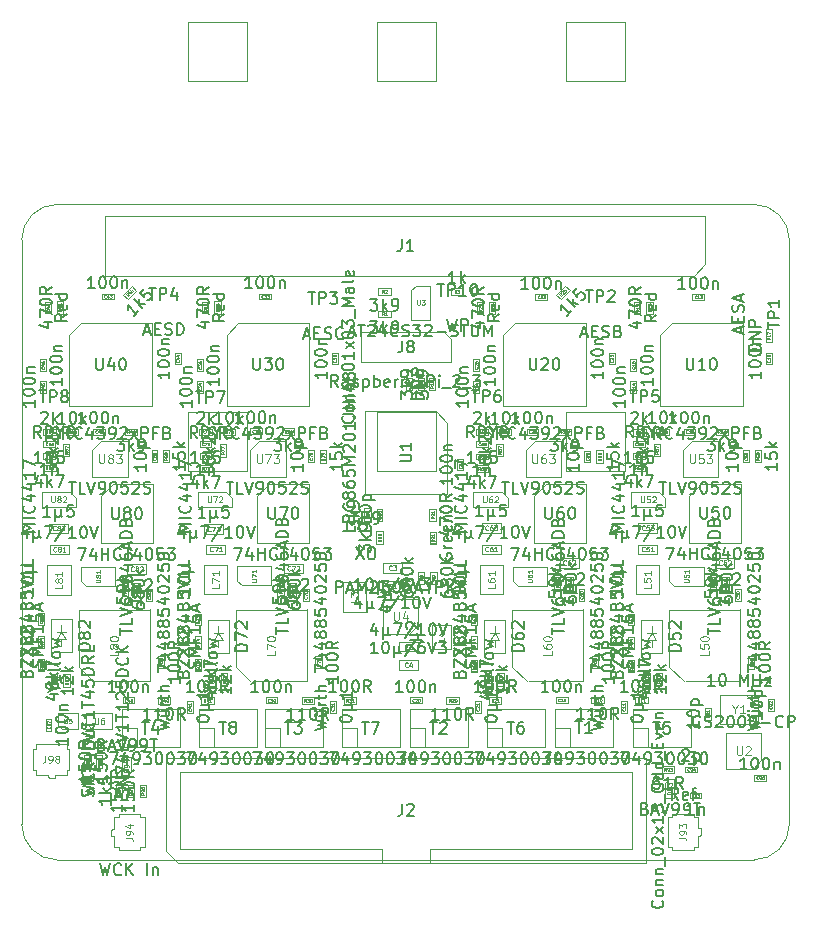
<source format=gbr>
%TF.GenerationSoftware,KiCad,Pcbnew,9.0.0*%
%TF.CreationDate,2025-04-07T15:36:10+02:00*%
%TF.ProjectId,AES42HAT,41455334-3248-4415-942e-6b696361645f,rev?*%
%TF.SameCoordinates,PX5f5e100PY5f5e100*%
%TF.FileFunction,AssemblyDrawing,Top*%
%FSLAX46Y46*%
G04 Gerber Fmt 4.6, Leading zero omitted, Abs format (unit mm)*
G04 Created by KiCad (PCBNEW 9.0.0) date 2025-04-07 15:36:10*
%MOMM*%
%LPD*%
G01*
G04 APERTURE LIST*
%ADD10C,0.100000*%
%ADD11C,0.150000*%
%ADD12C,0.040000*%
%ADD13C,0.090000*%
%ADD14C,0.060000*%
%ADD15C,0.110000*%
%ADD16C,0.062500*%
%ADD17C,0.105000*%
%ADD18C,0.075000*%
G04 APERTURE END LIST*
D10*
X13500000Y19000000D02*
X18500000Y19000000D01*
X18500000Y14000000D01*
X13500000Y14000000D01*
X13500000Y19000000D01*
X13500000Y-14000000D02*
X18500000Y-14000000D01*
X18500000Y-19000000D01*
X13500000Y-19000000D01*
X13500000Y-14000000D01*
X-18500000Y19000000D02*
X-13500000Y19000000D01*
X-13500000Y14000000D01*
X-18500000Y14000000D01*
X-18500000Y19000000D01*
X-2500000Y19000000D02*
X2500000Y19000000D01*
X2500000Y14000000D01*
X-2500000Y14000000D01*
X-2500000Y19000000D01*
X-18500000Y-14000000D02*
X-13500000Y-14000000D01*
X-13500000Y-19000000D01*
X-18500000Y-19000000D01*
X-18500000Y-14000000D01*
X-2500000Y-14000000D02*
X2500000Y-14000000D01*
X2500000Y-19000000D01*
X-2500000Y-19000000D01*
X-2500000Y-14000000D01*
D11*
X-18700181Y-18345238D02*
X-18700181Y-18916666D01*
X-18700181Y-18630952D02*
X-19700181Y-18630952D01*
X-19700181Y-18630952D02*
X-19557324Y-18726190D01*
X-19557324Y-18726190D02*
X-19462086Y-18821428D01*
X-19462086Y-18821428D02*
X-19414467Y-18916666D01*
X-19700181Y-17440476D02*
X-19700181Y-17916666D01*
X-19700181Y-17916666D02*
X-19223991Y-17964285D01*
X-19223991Y-17964285D02*
X-19271610Y-17916666D01*
X-19271610Y-17916666D02*
X-19319229Y-17821428D01*
X-19319229Y-17821428D02*
X-19319229Y-17583333D01*
X-19319229Y-17583333D02*
X-19271610Y-17488095D01*
X-19271610Y-17488095D02*
X-19223991Y-17440476D01*
X-19223991Y-17440476D02*
X-19128753Y-17392857D01*
X-19128753Y-17392857D02*
X-18890658Y-17392857D01*
X-18890658Y-17392857D02*
X-18795420Y-17440476D01*
X-18795420Y-17440476D02*
X-18747800Y-17488095D01*
X-18747800Y-17488095D02*
X-18700181Y-17583333D01*
X-18700181Y-17583333D02*
X-18700181Y-17821428D01*
X-18700181Y-17821428D02*
X-18747800Y-17916666D01*
X-18747800Y-17916666D02*
X-18795420Y-17964285D01*
X-18700181Y-16964285D02*
X-19700181Y-16964285D01*
X-19081134Y-16869047D02*
X-18700181Y-16583333D01*
X-19366848Y-16583333D02*
X-18985896Y-16964285D01*
D12*
X-20206800Y-17917142D02*
X-20330609Y-18003809D01*
X-20206800Y-18065714D02*
X-20466800Y-18065714D01*
X-20466800Y-18065714D02*
X-20466800Y-17966666D01*
X-20466800Y-17966666D02*
X-20454419Y-17941904D01*
X-20454419Y-17941904D02*
X-20442038Y-17929523D01*
X-20442038Y-17929523D02*
X-20417276Y-17917142D01*
X-20417276Y-17917142D02*
X-20380133Y-17917142D01*
X-20380133Y-17917142D02*
X-20355371Y-17929523D01*
X-20355371Y-17929523D02*
X-20342990Y-17941904D01*
X-20342990Y-17941904D02*
X-20330609Y-17966666D01*
X-20330609Y-17966666D02*
X-20330609Y-18065714D01*
X-20355371Y-17768571D02*
X-20367752Y-17793333D01*
X-20367752Y-17793333D02*
X-20380133Y-17805714D01*
X-20380133Y-17805714D02*
X-20404895Y-17818095D01*
X-20404895Y-17818095D02*
X-20417276Y-17818095D01*
X-20417276Y-17818095D02*
X-20442038Y-17805714D01*
X-20442038Y-17805714D02*
X-20454419Y-17793333D01*
X-20454419Y-17793333D02*
X-20466800Y-17768571D01*
X-20466800Y-17768571D02*
X-20466800Y-17719047D01*
X-20466800Y-17719047D02*
X-20454419Y-17694285D01*
X-20454419Y-17694285D02*
X-20442038Y-17681904D01*
X-20442038Y-17681904D02*
X-20417276Y-17669523D01*
X-20417276Y-17669523D02*
X-20404895Y-17669523D01*
X-20404895Y-17669523D02*
X-20380133Y-17681904D01*
X-20380133Y-17681904D02*
X-20367752Y-17694285D01*
X-20367752Y-17694285D02*
X-20355371Y-17719047D01*
X-20355371Y-17719047D02*
X-20355371Y-17768571D01*
X-20355371Y-17768571D02*
X-20342990Y-17793333D01*
X-20342990Y-17793333D02*
X-20330609Y-17805714D01*
X-20330609Y-17805714D02*
X-20305847Y-17818095D01*
X-20305847Y-17818095D02*
X-20256323Y-17818095D01*
X-20256323Y-17818095D02*
X-20231561Y-17805714D01*
X-20231561Y-17805714D02*
X-20219180Y-17793333D01*
X-20219180Y-17793333D02*
X-20206800Y-17768571D01*
X-20206800Y-17768571D02*
X-20206800Y-17719047D01*
X-20206800Y-17719047D02*
X-20219180Y-17694285D01*
X-20219180Y-17694285D02*
X-20231561Y-17681904D01*
X-20231561Y-17681904D02*
X-20256323Y-17669523D01*
X-20256323Y-17669523D02*
X-20305847Y-17669523D01*
X-20305847Y-17669523D02*
X-20330609Y-17681904D01*
X-20330609Y-17681904D02*
X-20342990Y-17694285D01*
X-20342990Y-17694285D02*
X-20355371Y-17719047D01*
X-20206800Y-17545714D02*
X-20206800Y-17496190D01*
X-20206800Y-17496190D02*
X-20219180Y-17471428D01*
X-20219180Y-17471428D02*
X-20231561Y-17459047D01*
X-20231561Y-17459047D02*
X-20268704Y-17434285D01*
X-20268704Y-17434285D02*
X-20318228Y-17421904D01*
X-20318228Y-17421904D02*
X-20417276Y-17421904D01*
X-20417276Y-17421904D02*
X-20442038Y-17434285D01*
X-20442038Y-17434285D02*
X-20454419Y-17446666D01*
X-20454419Y-17446666D02*
X-20466800Y-17471428D01*
X-20466800Y-17471428D02*
X-20466800Y-17520952D01*
X-20466800Y-17520952D02*
X-20454419Y-17545714D01*
X-20454419Y-17545714D02*
X-20442038Y-17558095D01*
X-20442038Y-17558095D02*
X-20417276Y-17570476D01*
X-20417276Y-17570476D02*
X-20355371Y-17570476D01*
X-20355371Y-17570476D02*
X-20330609Y-17558095D01*
X-20330609Y-17558095D02*
X-20318228Y-17545714D01*
X-20318228Y-17545714D02*
X-20305847Y-17520952D01*
X-20305847Y-17520952D02*
X-20305847Y-17471428D01*
X-20305847Y-17471428D02*
X-20318228Y-17446666D01*
X-20318228Y-17446666D02*
X-20330609Y-17434285D01*
X-20330609Y-17434285D02*
X-20355371Y-17421904D01*
D11*
X-12966667Y-42829819D02*
X-12300001Y-42829819D01*
X-12300001Y-42829819D02*
X-12728572Y-43829819D01*
X-11490477Y-43163152D02*
X-11490477Y-43829819D01*
X-11728572Y-42782200D02*
X-11966667Y-43496485D01*
X-11966667Y-43496485D02*
X-11347620Y-43496485D01*
X-10919048Y-43829819D02*
X-10728572Y-43829819D01*
X-10728572Y-43829819D02*
X-10633334Y-43782200D01*
X-10633334Y-43782200D02*
X-10585715Y-43734580D01*
X-10585715Y-43734580D02*
X-10490477Y-43591723D01*
X-10490477Y-43591723D02*
X-10442858Y-43401247D01*
X-10442858Y-43401247D02*
X-10442858Y-43020295D01*
X-10442858Y-43020295D02*
X-10490477Y-42925057D01*
X-10490477Y-42925057D02*
X-10538096Y-42877438D01*
X-10538096Y-42877438D02*
X-10633334Y-42829819D01*
X-10633334Y-42829819D02*
X-10823810Y-42829819D01*
X-10823810Y-42829819D02*
X-10919048Y-42877438D01*
X-10919048Y-42877438D02*
X-10966667Y-42925057D01*
X-10966667Y-42925057D02*
X-11014286Y-43020295D01*
X-11014286Y-43020295D02*
X-11014286Y-43258390D01*
X-11014286Y-43258390D02*
X-10966667Y-43353628D01*
X-10966667Y-43353628D02*
X-10919048Y-43401247D01*
X-10919048Y-43401247D02*
X-10823810Y-43448866D01*
X-10823810Y-43448866D02*
X-10633334Y-43448866D01*
X-10633334Y-43448866D02*
X-10538096Y-43401247D01*
X-10538096Y-43401247D02*
X-10490477Y-43353628D01*
X-10490477Y-43353628D02*
X-10442858Y-43258390D01*
X-10109524Y-42829819D02*
X-9490477Y-42829819D01*
X-9490477Y-42829819D02*
X-9823810Y-43210771D01*
X-9823810Y-43210771D02*
X-9680953Y-43210771D01*
X-9680953Y-43210771D02*
X-9585715Y-43258390D01*
X-9585715Y-43258390D02*
X-9538096Y-43306009D01*
X-9538096Y-43306009D02*
X-9490477Y-43401247D01*
X-9490477Y-43401247D02*
X-9490477Y-43639342D01*
X-9490477Y-43639342D02*
X-9538096Y-43734580D01*
X-9538096Y-43734580D02*
X-9585715Y-43782200D01*
X-9585715Y-43782200D02*
X-9680953Y-43829819D01*
X-9680953Y-43829819D02*
X-9966667Y-43829819D01*
X-9966667Y-43829819D02*
X-10061905Y-43782200D01*
X-10061905Y-43782200D02*
X-10109524Y-43734580D01*
X-8871429Y-42829819D02*
X-8776191Y-42829819D01*
X-8776191Y-42829819D02*
X-8680953Y-42877438D01*
X-8680953Y-42877438D02*
X-8633334Y-42925057D01*
X-8633334Y-42925057D02*
X-8585715Y-43020295D01*
X-8585715Y-43020295D02*
X-8538096Y-43210771D01*
X-8538096Y-43210771D02*
X-8538096Y-43448866D01*
X-8538096Y-43448866D02*
X-8585715Y-43639342D01*
X-8585715Y-43639342D02*
X-8633334Y-43734580D01*
X-8633334Y-43734580D02*
X-8680953Y-43782200D01*
X-8680953Y-43782200D02*
X-8776191Y-43829819D01*
X-8776191Y-43829819D02*
X-8871429Y-43829819D01*
X-8871429Y-43829819D02*
X-8966667Y-43782200D01*
X-8966667Y-43782200D02*
X-9014286Y-43734580D01*
X-9014286Y-43734580D02*
X-9061905Y-43639342D01*
X-9061905Y-43639342D02*
X-9109524Y-43448866D01*
X-9109524Y-43448866D02*
X-9109524Y-43210771D01*
X-9109524Y-43210771D02*
X-9061905Y-43020295D01*
X-9061905Y-43020295D02*
X-9014286Y-42925057D01*
X-9014286Y-42925057D02*
X-8966667Y-42877438D01*
X-8966667Y-42877438D02*
X-8871429Y-42829819D01*
X-7919048Y-42829819D02*
X-7823810Y-42829819D01*
X-7823810Y-42829819D02*
X-7728572Y-42877438D01*
X-7728572Y-42877438D02*
X-7680953Y-42925057D01*
X-7680953Y-42925057D02*
X-7633334Y-43020295D01*
X-7633334Y-43020295D02*
X-7585715Y-43210771D01*
X-7585715Y-43210771D02*
X-7585715Y-43448866D01*
X-7585715Y-43448866D02*
X-7633334Y-43639342D01*
X-7633334Y-43639342D02*
X-7680953Y-43734580D01*
X-7680953Y-43734580D02*
X-7728572Y-43782200D01*
X-7728572Y-43782200D02*
X-7823810Y-43829819D01*
X-7823810Y-43829819D02*
X-7919048Y-43829819D01*
X-7919048Y-43829819D02*
X-8014286Y-43782200D01*
X-8014286Y-43782200D02*
X-8061905Y-43734580D01*
X-8061905Y-43734580D02*
X-8109524Y-43639342D01*
X-8109524Y-43639342D02*
X-8157143Y-43448866D01*
X-8157143Y-43448866D02*
X-8157143Y-43210771D01*
X-8157143Y-43210771D02*
X-8109524Y-43020295D01*
X-8109524Y-43020295D02*
X-8061905Y-42925057D01*
X-8061905Y-42925057D02*
X-8014286Y-42877438D01*
X-8014286Y-42877438D02*
X-7919048Y-42829819D01*
X-7252381Y-42829819D02*
X-6633334Y-42829819D01*
X-6633334Y-42829819D02*
X-6966667Y-43210771D01*
X-6966667Y-43210771D02*
X-6823810Y-43210771D01*
X-6823810Y-43210771D02*
X-6728572Y-43258390D01*
X-6728572Y-43258390D02*
X-6680953Y-43306009D01*
X-6680953Y-43306009D02*
X-6633334Y-43401247D01*
X-6633334Y-43401247D02*
X-6633334Y-43639342D01*
X-6633334Y-43639342D02*
X-6680953Y-43734580D01*
X-6680953Y-43734580D02*
X-6728572Y-43782200D01*
X-6728572Y-43782200D02*
X-6823810Y-43829819D01*
X-6823810Y-43829819D02*
X-7109524Y-43829819D01*
X-7109524Y-43829819D02*
X-7204762Y-43782200D01*
X-7204762Y-43782200D02*
X-7252381Y-43734580D01*
X-6014286Y-42829819D02*
X-5919048Y-42829819D01*
X-5919048Y-42829819D02*
X-5823810Y-42877438D01*
X-5823810Y-42877438D02*
X-5776191Y-42925057D01*
X-5776191Y-42925057D02*
X-5728572Y-43020295D01*
X-5728572Y-43020295D02*
X-5680953Y-43210771D01*
X-5680953Y-43210771D02*
X-5680953Y-43448866D01*
X-5680953Y-43448866D02*
X-5728572Y-43639342D01*
X-5728572Y-43639342D02*
X-5776191Y-43734580D01*
X-5776191Y-43734580D02*
X-5823810Y-43782200D01*
X-5823810Y-43782200D02*
X-5919048Y-43829819D01*
X-5919048Y-43829819D02*
X-6014286Y-43829819D01*
X-6014286Y-43829819D02*
X-6109524Y-43782200D01*
X-6109524Y-43782200D02*
X-6157143Y-43734580D01*
X-6157143Y-43734580D02*
X-6204762Y-43639342D01*
X-6204762Y-43639342D02*
X-6252381Y-43448866D01*
X-6252381Y-43448866D02*
X-6252381Y-43210771D01*
X-6252381Y-43210771D02*
X-6204762Y-43020295D01*
X-6204762Y-43020295D02*
X-6157143Y-42925057D01*
X-6157143Y-42925057D02*
X-6109524Y-42877438D01*
X-6109524Y-42877438D02*
X-6014286Y-42829819D01*
X-10261905Y-40229819D02*
X-9690477Y-40229819D01*
X-9976191Y-41229819D02*
X-9976191Y-40229819D01*
X-9452381Y-40229819D02*
X-8833334Y-40229819D01*
X-8833334Y-40229819D02*
X-9166667Y-40610771D01*
X-9166667Y-40610771D02*
X-9023810Y-40610771D01*
X-9023810Y-40610771D02*
X-8928572Y-40658390D01*
X-8928572Y-40658390D02*
X-8880953Y-40706009D01*
X-8880953Y-40706009D02*
X-8833334Y-40801247D01*
X-8833334Y-40801247D02*
X-8833334Y-41039342D01*
X-8833334Y-41039342D02*
X-8880953Y-41134580D01*
X-8880953Y-41134580D02*
X-8928572Y-41182200D01*
X-8928572Y-41182200D02*
X-9023810Y-41229819D01*
X-9023810Y-41229819D02*
X-9309524Y-41229819D01*
X-9309524Y-41229819D02*
X-9404762Y-41182200D01*
X-9404762Y-41182200D02*
X-9452381Y-41134580D01*
X-4990181Y-23889285D02*
X-4990181Y-23270238D01*
X-4990181Y-23270238D02*
X-4609229Y-23603571D01*
X-4609229Y-23603571D02*
X-4609229Y-23460714D01*
X-4609229Y-23460714D02*
X-4561610Y-23365476D01*
X-4561610Y-23365476D02*
X-4513991Y-23317857D01*
X-4513991Y-23317857D02*
X-4418753Y-23270238D01*
X-4418753Y-23270238D02*
X-4180658Y-23270238D01*
X-4180658Y-23270238D02*
X-4085420Y-23317857D01*
X-4085420Y-23317857D02*
X-4037800Y-23365476D01*
X-4037800Y-23365476D02*
X-3990181Y-23460714D01*
X-3990181Y-23460714D02*
X-3990181Y-23746428D01*
X-3990181Y-23746428D02*
X-4037800Y-23841666D01*
X-4037800Y-23841666D02*
X-4085420Y-23889285D01*
X-3990181Y-22841666D02*
X-4990181Y-22841666D01*
X-4371134Y-22746428D02*
X-3990181Y-22460714D01*
X-4656848Y-22460714D02*
X-4275896Y-22841666D01*
X-3990181Y-21984523D02*
X-3990181Y-21794047D01*
X-3990181Y-21794047D02*
X-4037800Y-21698809D01*
X-4037800Y-21698809D02*
X-4085420Y-21651190D01*
X-4085420Y-21651190D02*
X-4228277Y-21555952D01*
X-4228277Y-21555952D02*
X-4418753Y-21508333D01*
X-4418753Y-21508333D02*
X-4799705Y-21508333D01*
X-4799705Y-21508333D02*
X-4894943Y-21555952D01*
X-4894943Y-21555952D02*
X-4942562Y-21603571D01*
X-4942562Y-21603571D02*
X-4990181Y-21698809D01*
X-4990181Y-21698809D02*
X-4990181Y-21889285D01*
X-4990181Y-21889285D02*
X-4942562Y-21984523D01*
X-4942562Y-21984523D02*
X-4894943Y-22032142D01*
X-4894943Y-22032142D02*
X-4799705Y-22079761D01*
X-4799705Y-22079761D02*
X-4561610Y-22079761D01*
X-4561610Y-22079761D02*
X-4466372Y-22032142D01*
X-4466372Y-22032142D02*
X-4418753Y-21984523D01*
X-4418753Y-21984523D02*
X-4371134Y-21889285D01*
X-4371134Y-21889285D02*
X-4371134Y-21698809D01*
X-4371134Y-21698809D02*
X-4418753Y-21603571D01*
X-4418753Y-21603571D02*
X-4466372Y-21555952D01*
X-4466372Y-21555952D02*
X-4561610Y-21508333D01*
D12*
X-3156800Y-22842142D02*
X-3280609Y-22928809D01*
X-3156800Y-22990714D02*
X-3416800Y-22990714D01*
X-3416800Y-22990714D02*
X-3416800Y-22891666D01*
X-3416800Y-22891666D02*
X-3404419Y-22866904D01*
X-3404419Y-22866904D02*
X-3392038Y-22854523D01*
X-3392038Y-22854523D02*
X-3367276Y-22842142D01*
X-3367276Y-22842142D02*
X-3330133Y-22842142D01*
X-3330133Y-22842142D02*
X-3305371Y-22854523D01*
X-3305371Y-22854523D02*
X-3292990Y-22866904D01*
X-3292990Y-22866904D02*
X-3280609Y-22891666D01*
X-3280609Y-22891666D02*
X-3280609Y-22990714D01*
X-3156800Y-22718333D02*
X-3156800Y-22668809D01*
X-3156800Y-22668809D02*
X-3169180Y-22644047D01*
X-3169180Y-22644047D02*
X-3181561Y-22631666D01*
X-3181561Y-22631666D02*
X-3218704Y-22606904D01*
X-3218704Y-22606904D02*
X-3268228Y-22594523D01*
X-3268228Y-22594523D02*
X-3367276Y-22594523D01*
X-3367276Y-22594523D02*
X-3392038Y-22606904D01*
X-3392038Y-22606904D02*
X-3404419Y-22619285D01*
X-3404419Y-22619285D02*
X-3416800Y-22644047D01*
X-3416800Y-22644047D02*
X-3416800Y-22693571D01*
X-3416800Y-22693571D02*
X-3404419Y-22718333D01*
X-3404419Y-22718333D02*
X-3392038Y-22730714D01*
X-3392038Y-22730714D02*
X-3367276Y-22743095D01*
X-3367276Y-22743095D02*
X-3305371Y-22743095D01*
X-3305371Y-22743095D02*
X-3280609Y-22730714D01*
X-3280609Y-22730714D02*
X-3268228Y-22718333D01*
X-3268228Y-22718333D02*
X-3255847Y-22693571D01*
X-3255847Y-22693571D02*
X-3255847Y-22644047D01*
X-3255847Y-22644047D02*
X-3268228Y-22619285D01*
X-3268228Y-22619285D02*
X-3280609Y-22606904D01*
X-3280609Y-22606904D02*
X-3305371Y-22594523D01*
X-3392038Y-22495476D02*
X-3404419Y-22483095D01*
X-3404419Y-22483095D02*
X-3416800Y-22458333D01*
X-3416800Y-22458333D02*
X-3416800Y-22396428D01*
X-3416800Y-22396428D02*
X-3404419Y-22371666D01*
X-3404419Y-22371666D02*
X-3392038Y-22359285D01*
X-3392038Y-22359285D02*
X-3367276Y-22346904D01*
X-3367276Y-22346904D02*
X-3342514Y-22346904D01*
X-3342514Y-22346904D02*
X-3305371Y-22359285D01*
X-3305371Y-22359285D02*
X-3156800Y-22507857D01*
X-3156800Y-22507857D02*
X-3156800Y-22346904D01*
D11*
X-5610181Y-40022618D02*
X-5610181Y-39927380D01*
X-5610181Y-39927380D02*
X-5562562Y-39832142D01*
X-5562562Y-39832142D02*
X-5514943Y-39784523D01*
X-5514943Y-39784523D02*
X-5419705Y-39736904D01*
X-5419705Y-39736904D02*
X-5229229Y-39689285D01*
X-5229229Y-39689285D02*
X-4991134Y-39689285D01*
X-4991134Y-39689285D02*
X-4800658Y-39736904D01*
X-4800658Y-39736904D02*
X-4705420Y-39784523D01*
X-4705420Y-39784523D02*
X-4657800Y-39832142D01*
X-4657800Y-39832142D02*
X-4610181Y-39927380D01*
X-4610181Y-39927380D02*
X-4610181Y-40022618D01*
X-4610181Y-40022618D02*
X-4657800Y-40117856D01*
X-4657800Y-40117856D02*
X-4705420Y-40165475D01*
X-4705420Y-40165475D02*
X-4800658Y-40213094D01*
X-4800658Y-40213094D02*
X-4991134Y-40260713D01*
X-4991134Y-40260713D02*
X-5229229Y-40260713D01*
X-5229229Y-40260713D02*
X-5419705Y-40213094D01*
X-5419705Y-40213094D02*
X-5514943Y-40165475D01*
X-5514943Y-40165475D02*
X-5562562Y-40117856D01*
X-5562562Y-40117856D02*
X-5610181Y-40022618D01*
X-5276848Y-39260713D02*
X-4276848Y-39260713D01*
X-4753039Y-38784523D02*
X-4657800Y-38736904D01*
X-4657800Y-38736904D02*
X-4610181Y-38641666D01*
X-4753039Y-39260713D02*
X-4657800Y-39213094D01*
X-4657800Y-39213094D02*
X-4610181Y-39117856D01*
X-4610181Y-39117856D02*
X-4610181Y-38927380D01*
X-4610181Y-38927380D02*
X-4657800Y-38832142D01*
X-4657800Y-38832142D02*
X-4753039Y-38784523D01*
X-4753039Y-38784523D02*
X-5276848Y-38784523D01*
X-4610181Y-37689285D02*
X-4610181Y-38260713D01*
X-4610181Y-37974999D02*
X-5610181Y-37974999D01*
X-5610181Y-37974999D02*
X-5467324Y-38070237D01*
X-5467324Y-38070237D02*
X-5372086Y-38165475D01*
X-5372086Y-38165475D02*
X-5324467Y-38260713D01*
D12*
X-6135235Y-39135714D02*
X-6123330Y-39147618D01*
X-6123330Y-39147618D02*
X-6111426Y-39183333D01*
X-6111426Y-39183333D02*
X-6111426Y-39207142D01*
X-6111426Y-39207142D02*
X-6123330Y-39242856D01*
X-6123330Y-39242856D02*
X-6147140Y-39266666D01*
X-6147140Y-39266666D02*
X-6170950Y-39278571D01*
X-6170950Y-39278571D02*
X-6218569Y-39290475D01*
X-6218569Y-39290475D02*
X-6254283Y-39290475D01*
X-6254283Y-39290475D02*
X-6301902Y-39278571D01*
X-6301902Y-39278571D02*
X-6325711Y-39266666D01*
X-6325711Y-39266666D02*
X-6349521Y-39242856D01*
X-6349521Y-39242856D02*
X-6361426Y-39207142D01*
X-6361426Y-39207142D02*
X-6361426Y-39183333D01*
X-6361426Y-39183333D02*
X-6349521Y-39147618D01*
X-6349521Y-39147618D02*
X-6337616Y-39135714D01*
X-6361426Y-39052380D02*
X-6361426Y-38897618D01*
X-6361426Y-38897618D02*
X-6266188Y-38980952D01*
X-6266188Y-38980952D02*
X-6266188Y-38945237D01*
X-6266188Y-38945237D02*
X-6254283Y-38921428D01*
X-6254283Y-38921428D02*
X-6242378Y-38909523D01*
X-6242378Y-38909523D02*
X-6218569Y-38897618D01*
X-6218569Y-38897618D02*
X-6159045Y-38897618D01*
X-6159045Y-38897618D02*
X-6135235Y-38909523D01*
X-6135235Y-38909523D02*
X-6123330Y-38921428D01*
X-6123330Y-38921428D02*
X-6111426Y-38945237D01*
X-6111426Y-38945237D02*
X-6111426Y-39016666D01*
X-6111426Y-39016666D02*
X-6123330Y-39040475D01*
X-6123330Y-39040475D02*
X-6135235Y-39052380D01*
X-6111426Y-38659523D02*
X-6111426Y-38802380D01*
X-6111426Y-38730952D02*
X-6361426Y-38730952D01*
X-6361426Y-38730952D02*
X-6325711Y-38754761D01*
X-6325711Y-38754761D02*
X-6301902Y-38778571D01*
X-6301902Y-38778571D02*
X-6289997Y-38802380D01*
D11*
X25334819Y-29167857D02*
X25334819Y-29644047D01*
X25334819Y-29644047D02*
X25811009Y-29691666D01*
X25811009Y-29691666D02*
X25763390Y-29644047D01*
X25763390Y-29644047D02*
X25715771Y-29548809D01*
X25715771Y-29548809D02*
X25715771Y-29310714D01*
X25715771Y-29310714D02*
X25763390Y-29215476D01*
X25763390Y-29215476D02*
X25811009Y-29167857D01*
X25811009Y-29167857D02*
X25906247Y-29120238D01*
X25906247Y-29120238D02*
X26144342Y-29120238D01*
X26144342Y-29120238D02*
X26239580Y-29167857D01*
X26239580Y-29167857D02*
X26287200Y-29215476D01*
X26287200Y-29215476D02*
X26334819Y-29310714D01*
X26334819Y-29310714D02*
X26334819Y-29548809D01*
X26334819Y-29548809D02*
X26287200Y-29644047D01*
X26287200Y-29644047D02*
X26239580Y-29691666D01*
X26334819Y-28644047D02*
X26334819Y-28453571D01*
X26334819Y-28453571D02*
X26287200Y-28358333D01*
X26287200Y-28358333D02*
X26239580Y-28310714D01*
X26239580Y-28310714D02*
X26096723Y-28215476D01*
X26096723Y-28215476D02*
X25906247Y-28167857D01*
X25906247Y-28167857D02*
X25525295Y-28167857D01*
X25525295Y-28167857D02*
X25430057Y-28215476D01*
X25430057Y-28215476D02*
X25382438Y-28263095D01*
X25382438Y-28263095D02*
X25334819Y-28358333D01*
X25334819Y-28358333D02*
X25334819Y-28548809D01*
X25334819Y-28548809D02*
X25382438Y-28644047D01*
X25382438Y-28644047D02*
X25430057Y-28691666D01*
X25430057Y-28691666D02*
X25525295Y-28739285D01*
X25525295Y-28739285D02*
X25763390Y-28739285D01*
X25763390Y-28739285D02*
X25858628Y-28691666D01*
X25858628Y-28691666D02*
X25906247Y-28644047D01*
X25906247Y-28644047D02*
X25953866Y-28548809D01*
X25953866Y-28548809D02*
X25953866Y-28358333D01*
X25953866Y-28358333D02*
X25906247Y-28263095D01*
X25906247Y-28263095D02*
X25858628Y-28215476D01*
X25858628Y-28215476D02*
X25763390Y-28167857D01*
X26334819Y-27739285D02*
X25334819Y-27739285D01*
X25953866Y-27644047D02*
X26334819Y-27358333D01*
X25668152Y-27358333D02*
X26049104Y-27739285D01*
D12*
X27168200Y-28692142D02*
X27044391Y-28778809D01*
X27168200Y-28840714D02*
X26908200Y-28840714D01*
X26908200Y-28840714D02*
X26908200Y-28741666D01*
X26908200Y-28741666D02*
X26920581Y-28716904D01*
X26920581Y-28716904D02*
X26932962Y-28704523D01*
X26932962Y-28704523D02*
X26957724Y-28692142D01*
X26957724Y-28692142D02*
X26994867Y-28692142D01*
X26994867Y-28692142D02*
X27019629Y-28704523D01*
X27019629Y-28704523D02*
X27032010Y-28716904D01*
X27032010Y-28716904D02*
X27044391Y-28741666D01*
X27044391Y-28741666D02*
X27044391Y-28840714D01*
X26908200Y-28456904D02*
X26908200Y-28580714D01*
X26908200Y-28580714D02*
X27032010Y-28593095D01*
X27032010Y-28593095D02*
X27019629Y-28580714D01*
X27019629Y-28580714D02*
X27007248Y-28555952D01*
X27007248Y-28555952D02*
X27007248Y-28494047D01*
X27007248Y-28494047D02*
X27019629Y-28469285D01*
X27019629Y-28469285D02*
X27032010Y-28456904D01*
X27032010Y-28456904D02*
X27056772Y-28444523D01*
X27056772Y-28444523D02*
X27118677Y-28444523D01*
X27118677Y-28444523D02*
X27143439Y-28456904D01*
X27143439Y-28456904D02*
X27155820Y-28469285D01*
X27155820Y-28469285D02*
X27168200Y-28494047D01*
X27168200Y-28494047D02*
X27168200Y-28555952D01*
X27168200Y-28555952D02*
X27155820Y-28580714D01*
X27155820Y-28580714D02*
X27143439Y-28593095D01*
X27168200Y-28196904D02*
X27168200Y-28345476D01*
X27168200Y-28271190D02*
X26908200Y-28271190D01*
X26908200Y-28271190D02*
X26945343Y-28295952D01*
X26945343Y-28295952D02*
X26970105Y-28320714D01*
X26970105Y-28320714D02*
X26982486Y-28345476D01*
D11*
X-1936848Y-30484523D02*
X-1270181Y-30484523D01*
X-2317800Y-30722618D02*
X-1603515Y-30960713D01*
X-1603515Y-30960713D02*
X-1603515Y-30341666D01*
X-1936848Y-29960713D02*
X-936848Y-29960713D01*
X-1413039Y-29484523D02*
X-1317800Y-29436904D01*
X-1317800Y-29436904D02*
X-1270181Y-29341666D01*
X-1413039Y-29960713D02*
X-1317800Y-29913094D01*
X-1317800Y-29913094D02*
X-1270181Y-29817856D01*
X-1270181Y-29817856D02*
X-1270181Y-29627380D01*
X-1270181Y-29627380D02*
X-1317800Y-29532142D01*
X-1317800Y-29532142D02*
X-1413039Y-29484523D01*
X-1413039Y-29484523D02*
X-1936848Y-29484523D01*
X-2270181Y-29008332D02*
X-2270181Y-28341666D01*
X-2270181Y-28341666D02*
X-1270181Y-28770237D01*
D13*
X-4102109Y-29774999D02*
X-4102109Y-30060713D01*
X-4102109Y-30060713D02*
X-4702109Y-30060713D01*
X-4702109Y-29632142D02*
X-4702109Y-29260714D01*
X-4702109Y-29260714D02*
X-4473538Y-29460714D01*
X-4473538Y-29460714D02*
X-4473538Y-29374999D01*
X-4473538Y-29374999D02*
X-4444966Y-29317857D01*
X-4444966Y-29317857D02*
X-4416395Y-29289285D01*
X-4416395Y-29289285D02*
X-4359252Y-29260714D01*
X-4359252Y-29260714D02*
X-4216395Y-29260714D01*
X-4216395Y-29260714D02*
X-4159252Y-29289285D01*
X-4159252Y-29289285D02*
X-4130680Y-29317857D01*
X-4130680Y-29317857D02*
X-4102109Y-29374999D01*
X-4102109Y-29374999D02*
X-4102109Y-29546428D01*
X-4102109Y-29546428D02*
X-4130680Y-29603571D01*
X-4130680Y-29603571D02*
X-4159252Y-29632142D01*
D11*
X17430057Y-34716666D02*
X17382438Y-34669047D01*
X17382438Y-34669047D02*
X17334819Y-34573809D01*
X17334819Y-34573809D02*
X17334819Y-34335714D01*
X17334819Y-34335714D02*
X17382438Y-34240476D01*
X17382438Y-34240476D02*
X17430057Y-34192857D01*
X17430057Y-34192857D02*
X17525295Y-34145238D01*
X17525295Y-34145238D02*
X17620533Y-34145238D01*
X17620533Y-34145238D02*
X17763390Y-34192857D01*
X17763390Y-34192857D02*
X18334819Y-34764285D01*
X18334819Y-34764285D02*
X18334819Y-34145238D01*
X18334819Y-33716666D02*
X17334819Y-33716666D01*
X17953866Y-33621428D02*
X18334819Y-33335714D01*
X17668152Y-33335714D02*
X18049104Y-33716666D01*
X17430057Y-32954761D02*
X17382438Y-32907142D01*
X17382438Y-32907142D02*
X17334819Y-32811904D01*
X17334819Y-32811904D02*
X17334819Y-32573809D01*
X17334819Y-32573809D02*
X17382438Y-32478571D01*
X17382438Y-32478571D02*
X17430057Y-32430952D01*
X17430057Y-32430952D02*
X17525295Y-32383333D01*
X17525295Y-32383333D02*
X17620533Y-32383333D01*
X17620533Y-32383333D02*
X17763390Y-32430952D01*
X17763390Y-32430952D02*
X18334819Y-33002380D01*
X18334819Y-33002380D02*
X18334819Y-32383333D01*
D12*
X19168200Y-33717142D02*
X19044391Y-33803809D01*
X19168200Y-33865714D02*
X18908200Y-33865714D01*
X18908200Y-33865714D02*
X18908200Y-33766666D01*
X18908200Y-33766666D02*
X18920581Y-33741904D01*
X18920581Y-33741904D02*
X18932962Y-33729523D01*
X18932962Y-33729523D02*
X18957724Y-33717142D01*
X18957724Y-33717142D02*
X18994867Y-33717142D01*
X18994867Y-33717142D02*
X19019629Y-33729523D01*
X19019629Y-33729523D02*
X19032010Y-33741904D01*
X19032010Y-33741904D02*
X19044391Y-33766666D01*
X19044391Y-33766666D02*
X19044391Y-33865714D01*
X18908200Y-33481904D02*
X18908200Y-33605714D01*
X18908200Y-33605714D02*
X19032010Y-33618095D01*
X19032010Y-33618095D02*
X19019629Y-33605714D01*
X19019629Y-33605714D02*
X19007248Y-33580952D01*
X19007248Y-33580952D02*
X19007248Y-33519047D01*
X19007248Y-33519047D02*
X19019629Y-33494285D01*
X19019629Y-33494285D02*
X19032010Y-33481904D01*
X19032010Y-33481904D02*
X19056772Y-33469523D01*
X19056772Y-33469523D02*
X19118677Y-33469523D01*
X19118677Y-33469523D02*
X19143439Y-33481904D01*
X19143439Y-33481904D02*
X19155820Y-33494285D01*
X19155820Y-33494285D02*
X19168200Y-33519047D01*
X19168200Y-33519047D02*
X19168200Y-33580952D01*
X19168200Y-33580952D02*
X19155820Y-33605714D01*
X19155820Y-33605714D02*
X19143439Y-33618095D01*
X18994867Y-33246666D02*
X19168200Y-33246666D01*
X18895820Y-33308571D02*
X19081534Y-33370476D01*
X19081534Y-33370476D02*
X19081534Y-33209523D01*
D11*
X-465181Y-12864285D02*
X-465181Y-12245238D01*
X-465181Y-12245238D02*
X-84229Y-12578571D01*
X-84229Y-12578571D02*
X-84229Y-12435714D01*
X-84229Y-12435714D02*
X-36610Y-12340476D01*
X-36610Y-12340476D02*
X11009Y-12292857D01*
X11009Y-12292857D02*
X106247Y-12245238D01*
X106247Y-12245238D02*
X344342Y-12245238D01*
X344342Y-12245238D02*
X439580Y-12292857D01*
X439580Y-12292857D02*
X487200Y-12340476D01*
X487200Y-12340476D02*
X534819Y-12435714D01*
X534819Y-12435714D02*
X534819Y-12721428D01*
X534819Y-12721428D02*
X487200Y-12816666D01*
X487200Y-12816666D02*
X439580Y-12864285D01*
X534819Y-11816666D02*
X-465181Y-11816666D01*
X153866Y-11721428D02*
X534819Y-11435714D01*
X-131848Y-11435714D02*
X249104Y-11816666D01*
X534819Y-10959523D02*
X534819Y-10769047D01*
X534819Y-10769047D02*
X487200Y-10673809D01*
X487200Y-10673809D02*
X439580Y-10626190D01*
X439580Y-10626190D02*
X296723Y-10530952D01*
X296723Y-10530952D02*
X106247Y-10483333D01*
X106247Y-10483333D02*
X-274705Y-10483333D01*
X-274705Y-10483333D02*
X-369943Y-10530952D01*
X-369943Y-10530952D02*
X-417562Y-10578571D01*
X-417562Y-10578571D02*
X-465181Y-10673809D01*
X-465181Y-10673809D02*
X-465181Y-10864285D01*
X-465181Y-10864285D02*
X-417562Y-10959523D01*
X-417562Y-10959523D02*
X-369943Y-11007142D01*
X-369943Y-11007142D02*
X-274705Y-11054761D01*
X-274705Y-11054761D02*
X-36610Y-11054761D01*
X-36610Y-11054761D02*
X58628Y-11007142D01*
X58628Y-11007142D02*
X106247Y-10959523D01*
X106247Y-10959523D02*
X153866Y-10864285D01*
X153866Y-10864285D02*
X153866Y-10673809D01*
X153866Y-10673809D02*
X106247Y-10578571D01*
X106247Y-10578571D02*
X58628Y-10530952D01*
X58628Y-10530952D02*
X-36610Y-10483333D01*
D12*
X1368200Y-11693332D02*
X1244391Y-11779999D01*
X1368200Y-11841904D02*
X1108200Y-11841904D01*
X1108200Y-11841904D02*
X1108200Y-11742856D01*
X1108200Y-11742856D02*
X1120581Y-11718094D01*
X1120581Y-11718094D02*
X1132962Y-11705713D01*
X1132962Y-11705713D02*
X1157724Y-11693332D01*
X1157724Y-11693332D02*
X1194867Y-11693332D01*
X1194867Y-11693332D02*
X1219629Y-11705713D01*
X1219629Y-11705713D02*
X1232010Y-11718094D01*
X1232010Y-11718094D02*
X1244391Y-11742856D01*
X1244391Y-11742856D02*
X1244391Y-11841904D01*
X1194867Y-11470475D02*
X1368200Y-11470475D01*
X1095820Y-11532380D02*
X1281534Y-11594285D01*
X1281534Y-11594285D02*
X1281534Y-11433332D01*
D11*
X5730952Y-16154819D02*
X5397619Y-15678628D01*
X5159524Y-16154819D02*
X5159524Y-15154819D01*
X5159524Y-15154819D02*
X5540476Y-15154819D01*
X5540476Y-15154819D02*
X5635714Y-15202438D01*
X5635714Y-15202438D02*
X5683333Y-15250057D01*
X5683333Y-15250057D02*
X5730952Y-15345295D01*
X5730952Y-15345295D02*
X5730952Y-15488152D01*
X5730952Y-15488152D02*
X5683333Y-15583390D01*
X5683333Y-15583390D02*
X5635714Y-15631009D01*
X5635714Y-15631009D02*
X5540476Y-15678628D01*
X5540476Y-15678628D02*
X5159524Y-15678628D01*
X6159524Y-16154819D02*
X6159524Y-15154819D01*
X6159524Y-15154819D02*
X6397619Y-15154819D01*
X6397619Y-15154819D02*
X6540476Y-15202438D01*
X6540476Y-15202438D02*
X6635714Y-15297676D01*
X6635714Y-15297676D02*
X6683333Y-15392914D01*
X6683333Y-15392914D02*
X6730952Y-15583390D01*
X6730952Y-15583390D02*
X6730952Y-15726247D01*
X6730952Y-15726247D02*
X6683333Y-15916723D01*
X6683333Y-15916723D02*
X6635714Y-16011961D01*
X6635714Y-16011961D02*
X6540476Y-16107200D01*
X6540476Y-16107200D02*
X6397619Y-16154819D01*
X6397619Y-16154819D02*
X6159524Y-16154819D01*
X7350000Y-15678628D02*
X7350000Y-16154819D01*
X7016667Y-15154819D02*
X7350000Y-15678628D01*
X7350000Y-15678628D02*
X7683333Y-15154819D01*
X8350000Y-15631009D02*
X8492857Y-15678628D01*
X8492857Y-15678628D02*
X8540476Y-15726247D01*
X8540476Y-15726247D02*
X8588095Y-15821485D01*
X8588095Y-15821485D02*
X8588095Y-15964342D01*
X8588095Y-15964342D02*
X8540476Y-16059580D01*
X8540476Y-16059580D02*
X8492857Y-16107200D01*
X8492857Y-16107200D02*
X8397619Y-16154819D01*
X8397619Y-16154819D02*
X8016667Y-16154819D01*
X8016667Y-16154819D02*
X8016667Y-15154819D01*
X8016667Y-15154819D02*
X8350000Y-15154819D01*
X8350000Y-15154819D02*
X8445238Y-15202438D01*
X8445238Y-15202438D02*
X8492857Y-15250057D01*
X8492857Y-15250057D02*
X8540476Y-15345295D01*
X8540476Y-15345295D02*
X8540476Y-15440533D01*
X8540476Y-15440533D02*
X8492857Y-15535771D01*
X8492857Y-15535771D02*
X8445238Y-15583390D01*
X8445238Y-15583390D02*
X8350000Y-15631009D01*
X8350000Y-15631009D02*
X8016667Y-15631009D01*
X5588095Y-12154819D02*
X6159523Y-12154819D01*
X5873809Y-13154819D02*
X5873809Y-12154819D01*
X6492857Y-13154819D02*
X6492857Y-12154819D01*
X6492857Y-12154819D02*
X6873809Y-12154819D01*
X6873809Y-12154819D02*
X6969047Y-12202438D01*
X6969047Y-12202438D02*
X7016666Y-12250057D01*
X7016666Y-12250057D02*
X7064285Y-12345295D01*
X7064285Y-12345295D02*
X7064285Y-12488152D01*
X7064285Y-12488152D02*
X7016666Y-12583390D01*
X7016666Y-12583390D02*
X6969047Y-12631009D01*
X6969047Y-12631009D02*
X6873809Y-12678628D01*
X6873809Y-12678628D02*
X6492857Y-12678628D01*
X7921428Y-12154819D02*
X7730952Y-12154819D01*
X7730952Y-12154819D02*
X7635714Y-12202438D01*
X7635714Y-12202438D02*
X7588095Y-12250057D01*
X7588095Y-12250057D02*
X7492857Y-12392914D01*
X7492857Y-12392914D02*
X7445238Y-12583390D01*
X7445238Y-12583390D02*
X7445238Y-12964342D01*
X7445238Y-12964342D02*
X7492857Y-13059580D01*
X7492857Y-13059580D02*
X7540476Y-13107200D01*
X7540476Y-13107200D02*
X7635714Y-13154819D01*
X7635714Y-13154819D02*
X7826190Y-13154819D01*
X7826190Y-13154819D02*
X7921428Y-13107200D01*
X7921428Y-13107200D02*
X7969047Y-13059580D01*
X7969047Y-13059580D02*
X8016666Y-12964342D01*
X8016666Y-12964342D02*
X8016666Y-12726247D01*
X8016666Y-12726247D02*
X7969047Y-12631009D01*
X7969047Y-12631009D02*
X7921428Y-12583390D01*
X7921428Y-12583390D02*
X7826190Y-12535771D01*
X7826190Y-12535771D02*
X7635714Y-12535771D01*
X7635714Y-12535771D02*
X7540476Y-12583390D01*
X7540476Y-12583390D02*
X7492857Y-12631009D01*
X7492857Y-12631009D02*
X7445238Y-12726247D01*
X3208152Y-23961904D02*
X3874819Y-23961904D01*
X2827200Y-24199999D02*
X3541485Y-24438094D01*
X3541485Y-24438094D02*
X3541485Y-23819047D01*
X2874819Y-23533332D02*
X2874819Y-22866666D01*
X2874819Y-22866666D02*
X3874819Y-23295237D01*
X2874819Y-22295237D02*
X2874819Y-22199999D01*
X2874819Y-22199999D02*
X2922438Y-22104761D01*
X2922438Y-22104761D02*
X2970057Y-22057142D01*
X2970057Y-22057142D02*
X3065295Y-22009523D01*
X3065295Y-22009523D02*
X3255771Y-21961904D01*
X3255771Y-21961904D02*
X3493866Y-21961904D01*
X3493866Y-21961904D02*
X3684342Y-22009523D01*
X3684342Y-22009523D02*
X3779580Y-22057142D01*
X3779580Y-22057142D02*
X3827200Y-22104761D01*
X3827200Y-22104761D02*
X3874819Y-22199999D01*
X3874819Y-22199999D02*
X3874819Y-22295237D01*
X3874819Y-22295237D02*
X3827200Y-22390475D01*
X3827200Y-22390475D02*
X3779580Y-22438094D01*
X3779580Y-22438094D02*
X3684342Y-22485713D01*
X3684342Y-22485713D02*
X3493866Y-22533332D01*
X3493866Y-22533332D02*
X3255771Y-22533332D01*
X3255771Y-22533332D02*
X3065295Y-22485713D01*
X3065295Y-22485713D02*
X2970057Y-22438094D01*
X2970057Y-22438094D02*
X2922438Y-22390475D01*
X2922438Y-22390475D02*
X2874819Y-22295237D01*
X3874819Y-20961904D02*
X3398628Y-21295237D01*
X3874819Y-21533332D02*
X2874819Y-21533332D01*
X2874819Y-21533332D02*
X2874819Y-21152380D01*
X2874819Y-21152380D02*
X2922438Y-21057142D01*
X2922438Y-21057142D02*
X2970057Y-21009523D01*
X2970057Y-21009523D02*
X3065295Y-20961904D01*
X3065295Y-20961904D02*
X3208152Y-20961904D01*
X3208152Y-20961904D02*
X3303390Y-21009523D01*
X3303390Y-21009523D02*
X3351009Y-21057142D01*
X3351009Y-21057142D02*
X3398628Y-21152380D01*
X3398628Y-21152380D02*
X3398628Y-21533332D01*
D12*
X2368200Y-22867142D02*
X2244391Y-22953809D01*
X2368200Y-23015714D02*
X2108200Y-23015714D01*
X2108200Y-23015714D02*
X2108200Y-22916666D01*
X2108200Y-22916666D02*
X2120581Y-22891904D01*
X2120581Y-22891904D02*
X2132962Y-22879523D01*
X2132962Y-22879523D02*
X2157724Y-22867142D01*
X2157724Y-22867142D02*
X2194867Y-22867142D01*
X2194867Y-22867142D02*
X2219629Y-22879523D01*
X2219629Y-22879523D02*
X2232010Y-22891904D01*
X2232010Y-22891904D02*
X2244391Y-22916666D01*
X2244391Y-22916666D02*
X2244391Y-23015714D01*
X2368200Y-22743333D02*
X2368200Y-22693809D01*
X2368200Y-22693809D02*
X2355820Y-22669047D01*
X2355820Y-22669047D02*
X2343439Y-22656666D01*
X2343439Y-22656666D02*
X2306296Y-22631904D01*
X2306296Y-22631904D02*
X2256772Y-22619523D01*
X2256772Y-22619523D02*
X2157724Y-22619523D01*
X2157724Y-22619523D02*
X2132962Y-22631904D01*
X2132962Y-22631904D02*
X2120581Y-22644285D01*
X2120581Y-22644285D02*
X2108200Y-22669047D01*
X2108200Y-22669047D02*
X2108200Y-22718571D01*
X2108200Y-22718571D02*
X2120581Y-22743333D01*
X2120581Y-22743333D02*
X2132962Y-22755714D01*
X2132962Y-22755714D02*
X2157724Y-22768095D01*
X2157724Y-22768095D02*
X2219629Y-22768095D01*
X2219629Y-22768095D02*
X2244391Y-22755714D01*
X2244391Y-22755714D02*
X2256772Y-22743333D01*
X2256772Y-22743333D02*
X2269153Y-22718571D01*
X2269153Y-22718571D02*
X2269153Y-22669047D01*
X2269153Y-22669047D02*
X2256772Y-22644285D01*
X2256772Y-22644285D02*
X2244391Y-22631904D01*
X2244391Y-22631904D02*
X2219629Y-22619523D01*
X2368200Y-22371904D02*
X2368200Y-22520476D01*
X2368200Y-22446190D02*
X2108200Y-22446190D01*
X2108200Y-22446190D02*
X2145343Y-22470952D01*
X2145343Y-22470952D02*
X2170105Y-22495714D01*
X2170105Y-22495714D02*
X2182486Y-22520476D01*
D11*
X9580952Y-14969819D02*
X9009524Y-14969819D01*
X9295238Y-14969819D02*
X9295238Y-13969819D01*
X9295238Y-13969819D02*
X9200000Y-14112676D01*
X9200000Y-14112676D02*
X9104762Y-14207914D01*
X9104762Y-14207914D02*
X9009524Y-14255533D01*
X10200000Y-13969819D02*
X10295238Y-13969819D01*
X10295238Y-13969819D02*
X10390476Y-14017438D01*
X10390476Y-14017438D02*
X10438095Y-14065057D01*
X10438095Y-14065057D02*
X10485714Y-14160295D01*
X10485714Y-14160295D02*
X10533333Y-14350771D01*
X10533333Y-14350771D02*
X10533333Y-14588866D01*
X10533333Y-14588866D02*
X10485714Y-14779342D01*
X10485714Y-14779342D02*
X10438095Y-14874580D01*
X10438095Y-14874580D02*
X10390476Y-14922200D01*
X10390476Y-14922200D02*
X10295238Y-14969819D01*
X10295238Y-14969819D02*
X10200000Y-14969819D01*
X10200000Y-14969819D02*
X10104762Y-14922200D01*
X10104762Y-14922200D02*
X10057143Y-14874580D01*
X10057143Y-14874580D02*
X10009524Y-14779342D01*
X10009524Y-14779342D02*
X9961905Y-14588866D01*
X9961905Y-14588866D02*
X9961905Y-14350771D01*
X9961905Y-14350771D02*
X10009524Y-14160295D01*
X10009524Y-14160295D02*
X10057143Y-14065057D01*
X10057143Y-14065057D02*
X10104762Y-14017438D01*
X10104762Y-14017438D02*
X10200000Y-13969819D01*
X11152381Y-13969819D02*
X11247619Y-13969819D01*
X11247619Y-13969819D02*
X11342857Y-14017438D01*
X11342857Y-14017438D02*
X11390476Y-14065057D01*
X11390476Y-14065057D02*
X11438095Y-14160295D01*
X11438095Y-14160295D02*
X11485714Y-14350771D01*
X11485714Y-14350771D02*
X11485714Y-14588866D01*
X11485714Y-14588866D02*
X11438095Y-14779342D01*
X11438095Y-14779342D02*
X11390476Y-14874580D01*
X11390476Y-14874580D02*
X11342857Y-14922200D01*
X11342857Y-14922200D02*
X11247619Y-14969819D01*
X11247619Y-14969819D02*
X11152381Y-14969819D01*
X11152381Y-14969819D02*
X11057143Y-14922200D01*
X11057143Y-14922200D02*
X11009524Y-14874580D01*
X11009524Y-14874580D02*
X10961905Y-14779342D01*
X10961905Y-14779342D02*
X10914286Y-14588866D01*
X10914286Y-14588866D02*
X10914286Y-14350771D01*
X10914286Y-14350771D02*
X10961905Y-14160295D01*
X10961905Y-14160295D02*
X11009524Y-14065057D01*
X11009524Y-14065057D02*
X11057143Y-14017438D01*
X11057143Y-14017438D02*
X11152381Y-13969819D01*
X11914286Y-14303152D02*
X11914286Y-14969819D01*
X11914286Y-14398390D02*
X11961905Y-14350771D01*
X11961905Y-14350771D02*
X12057143Y-14303152D01*
X12057143Y-14303152D02*
X12200000Y-14303152D01*
X12200000Y-14303152D02*
X12295238Y-14350771D01*
X12295238Y-14350771D02*
X12342857Y-14446009D01*
X12342857Y-14446009D02*
X12342857Y-14969819D01*
D12*
X10539285Y-15764765D02*
X10527381Y-15776670D01*
X10527381Y-15776670D02*
X10491666Y-15788574D01*
X10491666Y-15788574D02*
X10467857Y-15788574D01*
X10467857Y-15788574D02*
X10432143Y-15776670D01*
X10432143Y-15776670D02*
X10408333Y-15752860D01*
X10408333Y-15752860D02*
X10396428Y-15729050D01*
X10396428Y-15729050D02*
X10384524Y-15681431D01*
X10384524Y-15681431D02*
X10384524Y-15645717D01*
X10384524Y-15645717D02*
X10396428Y-15598098D01*
X10396428Y-15598098D02*
X10408333Y-15574289D01*
X10408333Y-15574289D02*
X10432143Y-15550479D01*
X10432143Y-15550479D02*
X10467857Y-15538574D01*
X10467857Y-15538574D02*
X10491666Y-15538574D01*
X10491666Y-15538574D02*
X10527381Y-15550479D01*
X10527381Y-15550479D02*
X10539285Y-15562384D01*
X10634524Y-15562384D02*
X10646428Y-15550479D01*
X10646428Y-15550479D02*
X10670238Y-15538574D01*
X10670238Y-15538574D02*
X10729762Y-15538574D01*
X10729762Y-15538574D02*
X10753571Y-15550479D01*
X10753571Y-15550479D02*
X10765476Y-15562384D01*
X10765476Y-15562384D02*
X10777381Y-15586193D01*
X10777381Y-15586193D02*
X10777381Y-15610003D01*
X10777381Y-15610003D02*
X10765476Y-15645717D01*
X10765476Y-15645717D02*
X10622619Y-15788574D01*
X10622619Y-15788574D02*
X10777381Y-15788574D01*
X10872619Y-15562384D02*
X10884523Y-15550479D01*
X10884523Y-15550479D02*
X10908333Y-15538574D01*
X10908333Y-15538574D02*
X10967857Y-15538574D01*
X10967857Y-15538574D02*
X10991666Y-15550479D01*
X10991666Y-15550479D02*
X11003571Y-15562384D01*
X11003571Y-15562384D02*
X11015476Y-15586193D01*
X11015476Y-15586193D02*
X11015476Y-15610003D01*
X11015476Y-15610003D02*
X11003571Y-15645717D01*
X11003571Y-15645717D02*
X10860714Y-15788574D01*
X10860714Y-15788574D02*
X11015476Y-15788574D01*
D11*
X17811009Y-36170238D02*
X17858628Y-36027381D01*
X17858628Y-36027381D02*
X17906247Y-35979762D01*
X17906247Y-35979762D02*
X18001485Y-35932143D01*
X18001485Y-35932143D02*
X18144342Y-35932143D01*
X18144342Y-35932143D02*
X18239580Y-35979762D01*
X18239580Y-35979762D02*
X18287200Y-36027381D01*
X18287200Y-36027381D02*
X18334819Y-36122619D01*
X18334819Y-36122619D02*
X18334819Y-36503571D01*
X18334819Y-36503571D02*
X17334819Y-36503571D01*
X17334819Y-36503571D02*
X17334819Y-36170238D01*
X17334819Y-36170238D02*
X17382438Y-36075000D01*
X17382438Y-36075000D02*
X17430057Y-36027381D01*
X17430057Y-36027381D02*
X17525295Y-35979762D01*
X17525295Y-35979762D02*
X17620533Y-35979762D01*
X17620533Y-35979762D02*
X17715771Y-36027381D01*
X17715771Y-36027381D02*
X17763390Y-36075000D01*
X17763390Y-36075000D02*
X17811009Y-36170238D01*
X17811009Y-36170238D02*
X17811009Y-36503571D01*
X17334819Y-35598809D02*
X17334819Y-34932143D01*
X17334819Y-34932143D02*
X18334819Y-35598809D01*
X18334819Y-35598809D02*
X18334819Y-34932143D01*
X17334819Y-34646428D02*
X18334819Y-33979762D01*
X17334819Y-33979762D02*
X18334819Y-34646428D01*
X17763390Y-33455952D02*
X17715771Y-33551190D01*
X17715771Y-33551190D02*
X17668152Y-33598809D01*
X17668152Y-33598809D02*
X17572914Y-33646428D01*
X17572914Y-33646428D02*
X17525295Y-33646428D01*
X17525295Y-33646428D02*
X17430057Y-33598809D01*
X17430057Y-33598809D02*
X17382438Y-33551190D01*
X17382438Y-33551190D02*
X17334819Y-33455952D01*
X17334819Y-33455952D02*
X17334819Y-33265476D01*
X17334819Y-33265476D02*
X17382438Y-33170238D01*
X17382438Y-33170238D02*
X17430057Y-33122619D01*
X17430057Y-33122619D02*
X17525295Y-33075000D01*
X17525295Y-33075000D02*
X17572914Y-33075000D01*
X17572914Y-33075000D02*
X17668152Y-33122619D01*
X17668152Y-33122619D02*
X17715771Y-33170238D01*
X17715771Y-33170238D02*
X17763390Y-33265476D01*
X17763390Y-33265476D02*
X17763390Y-33455952D01*
X17763390Y-33455952D02*
X17811009Y-33551190D01*
X17811009Y-33551190D02*
X17858628Y-33598809D01*
X17858628Y-33598809D02*
X17953866Y-33646428D01*
X17953866Y-33646428D02*
X18144342Y-33646428D01*
X18144342Y-33646428D02*
X18239580Y-33598809D01*
X18239580Y-33598809D02*
X18287200Y-33551190D01*
X18287200Y-33551190D02*
X18334819Y-33455952D01*
X18334819Y-33455952D02*
X18334819Y-33265476D01*
X18334819Y-33265476D02*
X18287200Y-33170238D01*
X18287200Y-33170238D02*
X18239580Y-33122619D01*
X18239580Y-33122619D02*
X18144342Y-33075000D01*
X18144342Y-33075000D02*
X17953866Y-33075000D01*
X17953866Y-33075000D02*
X17858628Y-33122619D01*
X17858628Y-33122619D02*
X17811009Y-33170238D01*
X17811009Y-33170238D02*
X17763390Y-33265476D01*
X17763390Y-32503571D02*
X17715771Y-32598809D01*
X17715771Y-32598809D02*
X17668152Y-32646428D01*
X17668152Y-32646428D02*
X17572914Y-32694047D01*
X17572914Y-32694047D02*
X17525295Y-32694047D01*
X17525295Y-32694047D02*
X17430057Y-32646428D01*
X17430057Y-32646428D02*
X17382438Y-32598809D01*
X17382438Y-32598809D02*
X17334819Y-32503571D01*
X17334819Y-32503571D02*
X17334819Y-32313095D01*
X17334819Y-32313095D02*
X17382438Y-32217857D01*
X17382438Y-32217857D02*
X17430057Y-32170238D01*
X17430057Y-32170238D02*
X17525295Y-32122619D01*
X17525295Y-32122619D02*
X17572914Y-32122619D01*
X17572914Y-32122619D02*
X17668152Y-32170238D01*
X17668152Y-32170238D02*
X17715771Y-32217857D01*
X17715771Y-32217857D02*
X17763390Y-32313095D01*
X17763390Y-32313095D02*
X17763390Y-32503571D01*
X17763390Y-32503571D02*
X17811009Y-32598809D01*
X17811009Y-32598809D02*
X17858628Y-32646428D01*
X17858628Y-32646428D02*
X17953866Y-32694047D01*
X17953866Y-32694047D02*
X18144342Y-32694047D01*
X18144342Y-32694047D02*
X18239580Y-32646428D01*
X18239580Y-32646428D02*
X18287200Y-32598809D01*
X18287200Y-32598809D02*
X18334819Y-32503571D01*
X18334819Y-32503571D02*
X18334819Y-32313095D01*
X18334819Y-32313095D02*
X18287200Y-32217857D01*
X18287200Y-32217857D02*
X18239580Y-32170238D01*
X18239580Y-32170238D02*
X18144342Y-32122619D01*
X18144342Y-32122619D02*
X17953866Y-32122619D01*
X17953866Y-32122619D02*
X17858628Y-32170238D01*
X17858628Y-32170238D02*
X17811009Y-32217857D01*
X17811009Y-32217857D02*
X17763390Y-32313095D01*
X17668152Y-31265476D02*
X18334819Y-31265476D01*
X17287200Y-31503571D02*
X18001485Y-31741666D01*
X18001485Y-31741666D02*
X18001485Y-31122619D01*
X17811009Y-30408333D02*
X17858628Y-30265476D01*
X17858628Y-30265476D02*
X17906247Y-30217857D01*
X17906247Y-30217857D02*
X18001485Y-30170238D01*
X18001485Y-30170238D02*
X18144342Y-30170238D01*
X18144342Y-30170238D02*
X18239580Y-30217857D01*
X18239580Y-30217857D02*
X18287200Y-30265476D01*
X18287200Y-30265476D02*
X18334819Y-30360714D01*
X18334819Y-30360714D02*
X18334819Y-30741666D01*
X18334819Y-30741666D02*
X17334819Y-30741666D01*
X17334819Y-30741666D02*
X17334819Y-30408333D01*
X17334819Y-30408333D02*
X17382438Y-30313095D01*
X17382438Y-30313095D02*
X17430057Y-30265476D01*
X17430057Y-30265476D02*
X17525295Y-30217857D01*
X17525295Y-30217857D02*
X17620533Y-30217857D01*
X17620533Y-30217857D02*
X17715771Y-30265476D01*
X17715771Y-30265476D02*
X17763390Y-30313095D01*
X17763390Y-30313095D02*
X17811009Y-30408333D01*
X17811009Y-30408333D02*
X17811009Y-30741666D01*
X17334819Y-29265476D02*
X17334819Y-29741666D01*
X17334819Y-29741666D02*
X17811009Y-29789285D01*
X17811009Y-29789285D02*
X17763390Y-29741666D01*
X17763390Y-29741666D02*
X17715771Y-29646428D01*
X17715771Y-29646428D02*
X17715771Y-29408333D01*
X17715771Y-29408333D02*
X17763390Y-29313095D01*
X17763390Y-29313095D02*
X17811009Y-29265476D01*
X17811009Y-29265476D02*
X17906247Y-29217857D01*
X17906247Y-29217857D02*
X18144342Y-29217857D01*
X18144342Y-29217857D02*
X18239580Y-29265476D01*
X18239580Y-29265476D02*
X18287200Y-29313095D01*
X18287200Y-29313095D02*
X18334819Y-29408333D01*
X18334819Y-29408333D02*
X18334819Y-29646428D01*
X18334819Y-29646428D02*
X18287200Y-29741666D01*
X18287200Y-29741666D02*
X18239580Y-29789285D01*
X17334819Y-28932142D02*
X18334819Y-28598809D01*
X18334819Y-28598809D02*
X17334819Y-28265476D01*
X18334819Y-27408333D02*
X18334819Y-27979761D01*
X18334819Y-27694047D02*
X17334819Y-27694047D01*
X17334819Y-27694047D02*
X17477676Y-27789285D01*
X17477676Y-27789285D02*
X17572914Y-27884523D01*
X17572914Y-27884523D02*
X17620533Y-27979761D01*
X18334819Y-26503571D02*
X18334819Y-26979761D01*
X18334819Y-26979761D02*
X17334819Y-26979761D01*
D12*
X19163574Y-31878571D02*
X18913574Y-31878571D01*
X18913574Y-31878571D02*
X18913574Y-31819047D01*
X18913574Y-31819047D02*
X18925479Y-31783333D01*
X18925479Y-31783333D02*
X18949289Y-31759523D01*
X18949289Y-31759523D02*
X18973098Y-31747618D01*
X18973098Y-31747618D02*
X19020717Y-31735714D01*
X19020717Y-31735714D02*
X19056431Y-31735714D01*
X19056431Y-31735714D02*
X19104050Y-31747618D01*
X19104050Y-31747618D02*
X19127860Y-31759523D01*
X19127860Y-31759523D02*
X19151670Y-31783333D01*
X19151670Y-31783333D02*
X19163574Y-31819047D01*
X19163574Y-31819047D02*
X19163574Y-31878571D01*
X18913574Y-31509523D02*
X18913574Y-31628571D01*
X18913574Y-31628571D02*
X19032622Y-31640475D01*
X19032622Y-31640475D02*
X19020717Y-31628571D01*
X19020717Y-31628571D02*
X19008812Y-31604761D01*
X19008812Y-31604761D02*
X19008812Y-31545237D01*
X19008812Y-31545237D02*
X19020717Y-31521428D01*
X19020717Y-31521428D02*
X19032622Y-31509523D01*
X19032622Y-31509523D02*
X19056431Y-31497618D01*
X19056431Y-31497618D02*
X19115955Y-31497618D01*
X19115955Y-31497618D02*
X19139765Y-31509523D01*
X19139765Y-31509523D02*
X19151670Y-31521428D01*
X19151670Y-31521428D02*
X19163574Y-31545237D01*
X19163574Y-31545237D02*
X19163574Y-31604761D01*
X19163574Y-31604761D02*
X19151670Y-31628571D01*
X19151670Y-31628571D02*
X19139765Y-31640475D01*
X18913574Y-31414285D02*
X18913574Y-31259523D01*
X18913574Y-31259523D02*
X19008812Y-31342857D01*
X19008812Y-31342857D02*
X19008812Y-31307142D01*
X19008812Y-31307142D02*
X19020717Y-31283333D01*
X19020717Y-31283333D02*
X19032622Y-31271428D01*
X19032622Y-31271428D02*
X19056431Y-31259523D01*
X19056431Y-31259523D02*
X19115955Y-31259523D01*
X19115955Y-31259523D02*
X19139765Y-31271428D01*
X19139765Y-31271428D02*
X19151670Y-31283333D01*
X19151670Y-31283333D02*
X19163574Y-31307142D01*
X19163574Y-31307142D02*
X19163574Y-31378571D01*
X19163574Y-31378571D02*
X19151670Y-31402380D01*
X19151670Y-31402380D02*
X19139765Y-31414285D01*
D11*
X28069819Y-18392857D02*
X28069819Y-18964285D01*
X28069819Y-18678571D02*
X27069819Y-18678571D01*
X27069819Y-18678571D02*
X27212676Y-18773809D01*
X27212676Y-18773809D02*
X27307914Y-18869047D01*
X27307914Y-18869047D02*
X27355533Y-18964285D01*
X27069819Y-17773809D02*
X27069819Y-17678571D01*
X27069819Y-17678571D02*
X27117438Y-17583333D01*
X27117438Y-17583333D02*
X27165057Y-17535714D01*
X27165057Y-17535714D02*
X27260295Y-17488095D01*
X27260295Y-17488095D02*
X27450771Y-17440476D01*
X27450771Y-17440476D02*
X27688866Y-17440476D01*
X27688866Y-17440476D02*
X27879342Y-17488095D01*
X27879342Y-17488095D02*
X27974580Y-17535714D01*
X27974580Y-17535714D02*
X28022200Y-17583333D01*
X28022200Y-17583333D02*
X28069819Y-17678571D01*
X28069819Y-17678571D02*
X28069819Y-17773809D01*
X28069819Y-17773809D02*
X28022200Y-17869047D01*
X28022200Y-17869047D02*
X27974580Y-17916666D01*
X27974580Y-17916666D02*
X27879342Y-17964285D01*
X27879342Y-17964285D02*
X27688866Y-18011904D01*
X27688866Y-18011904D02*
X27450771Y-18011904D01*
X27450771Y-18011904D02*
X27260295Y-17964285D01*
X27260295Y-17964285D02*
X27165057Y-17916666D01*
X27165057Y-17916666D02*
X27117438Y-17869047D01*
X27117438Y-17869047D02*
X27069819Y-17773809D01*
X27403152Y-17011904D02*
X28403152Y-17011904D01*
X27450771Y-17011904D02*
X27403152Y-16916666D01*
X27403152Y-16916666D02*
X27403152Y-16726190D01*
X27403152Y-16726190D02*
X27450771Y-16630952D01*
X27450771Y-16630952D02*
X27498390Y-16583333D01*
X27498390Y-16583333D02*
X27593628Y-16535714D01*
X27593628Y-16535714D02*
X27879342Y-16535714D01*
X27879342Y-16535714D02*
X27974580Y-16583333D01*
X27974580Y-16583333D02*
X28022200Y-16630952D01*
X28022200Y-16630952D02*
X28069819Y-16726190D01*
X28069819Y-16726190D02*
X28069819Y-16916666D01*
X28069819Y-16916666D02*
X28022200Y-17011904D01*
D12*
X28864765Y-17910714D02*
X28876670Y-17922618D01*
X28876670Y-17922618D02*
X28888574Y-17958333D01*
X28888574Y-17958333D02*
X28888574Y-17982142D01*
X28888574Y-17982142D02*
X28876670Y-18017856D01*
X28876670Y-18017856D02*
X28852860Y-18041666D01*
X28852860Y-18041666D02*
X28829050Y-18053571D01*
X28829050Y-18053571D02*
X28781431Y-18065475D01*
X28781431Y-18065475D02*
X28745717Y-18065475D01*
X28745717Y-18065475D02*
X28698098Y-18053571D01*
X28698098Y-18053571D02*
X28674289Y-18041666D01*
X28674289Y-18041666D02*
X28650479Y-18017856D01*
X28650479Y-18017856D02*
X28638574Y-17982142D01*
X28638574Y-17982142D02*
X28638574Y-17958333D01*
X28638574Y-17958333D02*
X28650479Y-17922618D01*
X28650479Y-17922618D02*
X28662384Y-17910714D01*
X28638574Y-17684523D02*
X28638574Y-17803571D01*
X28638574Y-17803571D02*
X28757622Y-17815475D01*
X28757622Y-17815475D02*
X28745717Y-17803571D01*
X28745717Y-17803571D02*
X28733812Y-17779761D01*
X28733812Y-17779761D02*
X28733812Y-17720237D01*
X28733812Y-17720237D02*
X28745717Y-17696428D01*
X28745717Y-17696428D02*
X28757622Y-17684523D01*
X28757622Y-17684523D02*
X28781431Y-17672618D01*
X28781431Y-17672618D02*
X28840955Y-17672618D01*
X28840955Y-17672618D02*
X28864765Y-17684523D01*
X28864765Y-17684523D02*
X28876670Y-17696428D01*
X28876670Y-17696428D02*
X28888574Y-17720237D01*
X28888574Y-17720237D02*
X28888574Y-17779761D01*
X28888574Y-17779761D02*
X28876670Y-17803571D01*
X28876670Y-17803571D02*
X28864765Y-17815475D01*
X28888574Y-17553571D02*
X28888574Y-17505952D01*
X28888574Y-17505952D02*
X28876670Y-17482142D01*
X28876670Y-17482142D02*
X28864765Y-17470238D01*
X28864765Y-17470238D02*
X28829050Y-17446428D01*
X28829050Y-17446428D02*
X28781431Y-17434523D01*
X28781431Y-17434523D02*
X28686193Y-17434523D01*
X28686193Y-17434523D02*
X28662384Y-17446428D01*
X28662384Y-17446428D02*
X28650479Y-17458333D01*
X28650479Y-17458333D02*
X28638574Y-17482142D01*
X28638574Y-17482142D02*
X28638574Y-17529761D01*
X28638574Y-17529761D02*
X28650479Y-17553571D01*
X28650479Y-17553571D02*
X28662384Y-17565476D01*
X28662384Y-17565476D02*
X28686193Y-17577380D01*
X28686193Y-17577380D02*
X28745717Y-17577380D01*
X28745717Y-17577380D02*
X28769527Y-17565476D01*
X28769527Y-17565476D02*
X28781431Y-17553571D01*
X28781431Y-17553571D02*
X28793336Y-17529761D01*
X28793336Y-17529761D02*
X28793336Y-17482142D01*
X28793336Y-17482142D02*
X28781431Y-17458333D01*
X28781431Y-17458333D02*
X28769527Y-17446428D01*
X28769527Y-17446428D02*
X28745717Y-17434523D01*
D11*
X16694819Y-10594047D02*
X16694819Y-11165475D01*
X16694819Y-10879761D02*
X15694819Y-10879761D01*
X15694819Y-10879761D02*
X15837676Y-10974999D01*
X15837676Y-10974999D02*
X15932914Y-11070237D01*
X15932914Y-11070237D02*
X15980533Y-11165475D01*
X15694819Y-9974999D02*
X15694819Y-9879761D01*
X15694819Y-9879761D02*
X15742438Y-9784523D01*
X15742438Y-9784523D02*
X15790057Y-9736904D01*
X15790057Y-9736904D02*
X15885295Y-9689285D01*
X15885295Y-9689285D02*
X16075771Y-9641666D01*
X16075771Y-9641666D02*
X16313866Y-9641666D01*
X16313866Y-9641666D02*
X16504342Y-9689285D01*
X16504342Y-9689285D02*
X16599580Y-9736904D01*
X16599580Y-9736904D02*
X16647200Y-9784523D01*
X16647200Y-9784523D02*
X16694819Y-9879761D01*
X16694819Y-9879761D02*
X16694819Y-9974999D01*
X16694819Y-9974999D02*
X16647200Y-10070237D01*
X16647200Y-10070237D02*
X16599580Y-10117856D01*
X16599580Y-10117856D02*
X16504342Y-10165475D01*
X16504342Y-10165475D02*
X16313866Y-10213094D01*
X16313866Y-10213094D02*
X16075771Y-10213094D01*
X16075771Y-10213094D02*
X15885295Y-10165475D01*
X15885295Y-10165475D02*
X15790057Y-10117856D01*
X15790057Y-10117856D02*
X15742438Y-10070237D01*
X15742438Y-10070237D02*
X15694819Y-9974999D01*
X15694819Y-9022618D02*
X15694819Y-8927380D01*
X15694819Y-8927380D02*
X15742438Y-8832142D01*
X15742438Y-8832142D02*
X15790057Y-8784523D01*
X15790057Y-8784523D02*
X15885295Y-8736904D01*
X15885295Y-8736904D02*
X16075771Y-8689285D01*
X16075771Y-8689285D02*
X16313866Y-8689285D01*
X16313866Y-8689285D02*
X16504342Y-8736904D01*
X16504342Y-8736904D02*
X16599580Y-8784523D01*
X16599580Y-8784523D02*
X16647200Y-8832142D01*
X16647200Y-8832142D02*
X16694819Y-8927380D01*
X16694819Y-8927380D02*
X16694819Y-9022618D01*
X16694819Y-9022618D02*
X16647200Y-9117856D01*
X16647200Y-9117856D02*
X16599580Y-9165475D01*
X16599580Y-9165475D02*
X16504342Y-9213094D01*
X16504342Y-9213094D02*
X16313866Y-9260713D01*
X16313866Y-9260713D02*
X16075771Y-9260713D01*
X16075771Y-9260713D02*
X15885295Y-9213094D01*
X15885295Y-9213094D02*
X15790057Y-9165475D01*
X15790057Y-9165475D02*
X15742438Y-9117856D01*
X15742438Y-9117856D02*
X15694819Y-9022618D01*
X16028152Y-8260713D02*
X16694819Y-8260713D01*
X16123390Y-8260713D02*
X16075771Y-8213094D01*
X16075771Y-8213094D02*
X16028152Y-8117856D01*
X16028152Y-8117856D02*
X16028152Y-7974999D01*
X16028152Y-7974999D02*
X16075771Y-7879761D01*
X16075771Y-7879761D02*
X16171009Y-7832142D01*
X16171009Y-7832142D02*
X16694819Y-7832142D01*
D12*
X17489765Y-9635714D02*
X17501670Y-9647618D01*
X17501670Y-9647618D02*
X17513574Y-9683333D01*
X17513574Y-9683333D02*
X17513574Y-9707142D01*
X17513574Y-9707142D02*
X17501670Y-9742856D01*
X17501670Y-9742856D02*
X17477860Y-9766666D01*
X17477860Y-9766666D02*
X17454050Y-9778571D01*
X17454050Y-9778571D02*
X17406431Y-9790475D01*
X17406431Y-9790475D02*
X17370717Y-9790475D01*
X17370717Y-9790475D02*
X17323098Y-9778571D01*
X17323098Y-9778571D02*
X17299289Y-9766666D01*
X17299289Y-9766666D02*
X17275479Y-9742856D01*
X17275479Y-9742856D02*
X17263574Y-9707142D01*
X17263574Y-9707142D02*
X17263574Y-9683333D01*
X17263574Y-9683333D02*
X17275479Y-9647618D01*
X17275479Y-9647618D02*
X17287384Y-9635714D01*
X17287384Y-9540475D02*
X17275479Y-9528571D01*
X17275479Y-9528571D02*
X17263574Y-9504761D01*
X17263574Y-9504761D02*
X17263574Y-9445237D01*
X17263574Y-9445237D02*
X17275479Y-9421428D01*
X17275479Y-9421428D02*
X17287384Y-9409523D01*
X17287384Y-9409523D02*
X17311193Y-9397618D01*
X17311193Y-9397618D02*
X17335003Y-9397618D01*
X17335003Y-9397618D02*
X17370717Y-9409523D01*
X17370717Y-9409523D02*
X17513574Y-9552380D01*
X17513574Y-9552380D02*
X17513574Y-9397618D01*
X17263574Y-9171428D02*
X17263574Y-9290476D01*
X17263574Y-9290476D02*
X17382622Y-9302380D01*
X17382622Y-9302380D02*
X17370717Y-9290476D01*
X17370717Y-9290476D02*
X17358812Y-9266666D01*
X17358812Y-9266666D02*
X17358812Y-9207142D01*
X17358812Y-9207142D02*
X17370717Y-9183333D01*
X17370717Y-9183333D02*
X17382622Y-9171428D01*
X17382622Y-9171428D02*
X17406431Y-9159523D01*
X17406431Y-9159523D02*
X17465955Y-9159523D01*
X17465955Y-9159523D02*
X17489765Y-9171428D01*
X17489765Y-9171428D02*
X17501670Y-9183333D01*
X17501670Y-9183333D02*
X17513574Y-9207142D01*
X17513574Y-9207142D02*
X17513574Y-9266666D01*
X17513574Y-9266666D02*
X17501670Y-9290476D01*
X17501670Y-9290476D02*
X17489765Y-9302380D01*
D11*
X-17991667Y-37714819D02*
X-18563095Y-37714819D01*
X-18277381Y-37714819D02*
X-18277381Y-36714819D01*
X-18277381Y-36714819D02*
X-18372619Y-36857676D01*
X-18372619Y-36857676D02*
X-18467857Y-36952914D01*
X-18467857Y-36952914D02*
X-18563095Y-37000533D01*
X-17372619Y-36714819D02*
X-17277381Y-36714819D01*
X-17277381Y-36714819D02*
X-17182143Y-36762438D01*
X-17182143Y-36762438D02*
X-17134524Y-36810057D01*
X-17134524Y-36810057D02*
X-17086905Y-36905295D01*
X-17086905Y-36905295D02*
X-17039286Y-37095771D01*
X-17039286Y-37095771D02*
X-17039286Y-37333866D01*
X-17039286Y-37333866D02*
X-17086905Y-37524342D01*
X-17086905Y-37524342D02*
X-17134524Y-37619580D01*
X-17134524Y-37619580D02*
X-17182143Y-37667200D01*
X-17182143Y-37667200D02*
X-17277381Y-37714819D01*
X-17277381Y-37714819D02*
X-17372619Y-37714819D01*
X-17372619Y-37714819D02*
X-17467857Y-37667200D01*
X-17467857Y-37667200D02*
X-17515476Y-37619580D01*
X-17515476Y-37619580D02*
X-17563095Y-37524342D01*
X-17563095Y-37524342D02*
X-17610714Y-37333866D01*
X-17610714Y-37333866D02*
X-17610714Y-37095771D01*
X-17610714Y-37095771D02*
X-17563095Y-36905295D01*
X-17563095Y-36905295D02*
X-17515476Y-36810057D01*
X-17515476Y-36810057D02*
X-17467857Y-36762438D01*
X-17467857Y-36762438D02*
X-17372619Y-36714819D01*
X-16420238Y-36714819D02*
X-16325000Y-36714819D01*
X-16325000Y-36714819D02*
X-16229762Y-36762438D01*
X-16229762Y-36762438D02*
X-16182143Y-36810057D01*
X-16182143Y-36810057D02*
X-16134524Y-36905295D01*
X-16134524Y-36905295D02*
X-16086905Y-37095771D01*
X-16086905Y-37095771D02*
X-16086905Y-37333866D01*
X-16086905Y-37333866D02*
X-16134524Y-37524342D01*
X-16134524Y-37524342D02*
X-16182143Y-37619580D01*
X-16182143Y-37619580D02*
X-16229762Y-37667200D01*
X-16229762Y-37667200D02*
X-16325000Y-37714819D01*
X-16325000Y-37714819D02*
X-16420238Y-37714819D01*
X-16420238Y-37714819D02*
X-16515476Y-37667200D01*
X-16515476Y-37667200D02*
X-16563095Y-37619580D01*
X-16563095Y-37619580D02*
X-16610714Y-37524342D01*
X-16610714Y-37524342D02*
X-16658333Y-37333866D01*
X-16658333Y-37333866D02*
X-16658333Y-37095771D01*
X-16658333Y-37095771D02*
X-16610714Y-36905295D01*
X-16610714Y-36905295D02*
X-16563095Y-36810057D01*
X-16563095Y-36810057D02*
X-16515476Y-36762438D01*
X-16515476Y-36762438D02*
X-16420238Y-36714819D01*
X-15086905Y-37714819D02*
X-15420238Y-37238628D01*
X-15658333Y-37714819D02*
X-15658333Y-36714819D01*
X-15658333Y-36714819D02*
X-15277381Y-36714819D01*
X-15277381Y-36714819D02*
X-15182143Y-36762438D01*
X-15182143Y-36762438D02*
X-15134524Y-36810057D01*
X-15134524Y-36810057D02*
X-15086905Y-36905295D01*
X-15086905Y-36905295D02*
X-15086905Y-37048152D01*
X-15086905Y-37048152D02*
X-15134524Y-37143390D01*
X-15134524Y-37143390D02*
X-15182143Y-37191009D01*
X-15182143Y-37191009D02*
X-15277381Y-37238628D01*
X-15277381Y-37238628D02*
X-15658333Y-37238628D01*
D12*
X-16992143Y-38548200D02*
X-17078810Y-38424391D01*
X-17140715Y-38548200D02*
X-17140715Y-38288200D01*
X-17140715Y-38288200D02*
X-17041667Y-38288200D01*
X-17041667Y-38288200D02*
X-17016905Y-38300581D01*
X-17016905Y-38300581D02*
X-17004524Y-38312962D01*
X-17004524Y-38312962D02*
X-16992143Y-38337724D01*
X-16992143Y-38337724D02*
X-16992143Y-38374867D01*
X-16992143Y-38374867D02*
X-17004524Y-38399629D01*
X-17004524Y-38399629D02*
X-17016905Y-38412010D01*
X-17016905Y-38412010D02*
X-17041667Y-38424391D01*
X-17041667Y-38424391D02*
X-17140715Y-38424391D01*
X-16769286Y-38374867D02*
X-16769286Y-38548200D01*
X-16831191Y-38275820D02*
X-16893096Y-38461534D01*
X-16893096Y-38461534D02*
X-16732143Y-38461534D01*
X-16496905Y-38548200D02*
X-16645477Y-38548200D01*
X-16571191Y-38548200D02*
X-16571191Y-38288200D01*
X-16571191Y-38288200D02*
X-16595953Y-38325343D01*
X-16595953Y-38325343D02*
X-16620715Y-38350105D01*
X-16620715Y-38350105D02*
X-16645477Y-38362486D01*
D11*
X31424819Y-18345238D02*
X31424819Y-18916666D01*
X31424819Y-18630952D02*
X30424819Y-18630952D01*
X30424819Y-18630952D02*
X30567676Y-18726190D01*
X30567676Y-18726190D02*
X30662914Y-18821428D01*
X30662914Y-18821428D02*
X30710533Y-18916666D01*
X30424819Y-17440476D02*
X30424819Y-17916666D01*
X30424819Y-17916666D02*
X30901009Y-17964285D01*
X30901009Y-17964285D02*
X30853390Y-17916666D01*
X30853390Y-17916666D02*
X30805771Y-17821428D01*
X30805771Y-17821428D02*
X30805771Y-17583333D01*
X30805771Y-17583333D02*
X30853390Y-17488095D01*
X30853390Y-17488095D02*
X30901009Y-17440476D01*
X30901009Y-17440476D02*
X30996247Y-17392857D01*
X30996247Y-17392857D02*
X31234342Y-17392857D01*
X31234342Y-17392857D02*
X31329580Y-17440476D01*
X31329580Y-17440476D02*
X31377200Y-17488095D01*
X31377200Y-17488095D02*
X31424819Y-17583333D01*
X31424819Y-17583333D02*
X31424819Y-17821428D01*
X31424819Y-17821428D02*
X31377200Y-17916666D01*
X31377200Y-17916666D02*
X31329580Y-17964285D01*
X31424819Y-16964285D02*
X30424819Y-16964285D01*
X31043866Y-16869047D02*
X31424819Y-16583333D01*
X30758152Y-16583333D02*
X31139104Y-16964285D01*
D12*
X29918200Y-17917142D02*
X29794391Y-18003809D01*
X29918200Y-18065714D02*
X29658200Y-18065714D01*
X29658200Y-18065714D02*
X29658200Y-17966666D01*
X29658200Y-17966666D02*
X29670581Y-17941904D01*
X29670581Y-17941904D02*
X29682962Y-17929523D01*
X29682962Y-17929523D02*
X29707724Y-17917142D01*
X29707724Y-17917142D02*
X29744867Y-17917142D01*
X29744867Y-17917142D02*
X29769629Y-17929523D01*
X29769629Y-17929523D02*
X29782010Y-17941904D01*
X29782010Y-17941904D02*
X29794391Y-17966666D01*
X29794391Y-17966666D02*
X29794391Y-18065714D01*
X29658200Y-17681904D02*
X29658200Y-17805714D01*
X29658200Y-17805714D02*
X29782010Y-17818095D01*
X29782010Y-17818095D02*
X29769629Y-17805714D01*
X29769629Y-17805714D02*
X29757248Y-17780952D01*
X29757248Y-17780952D02*
X29757248Y-17719047D01*
X29757248Y-17719047D02*
X29769629Y-17694285D01*
X29769629Y-17694285D02*
X29782010Y-17681904D01*
X29782010Y-17681904D02*
X29806772Y-17669523D01*
X29806772Y-17669523D02*
X29868677Y-17669523D01*
X29868677Y-17669523D02*
X29893439Y-17681904D01*
X29893439Y-17681904D02*
X29905820Y-17694285D01*
X29905820Y-17694285D02*
X29918200Y-17719047D01*
X29918200Y-17719047D02*
X29918200Y-17780952D01*
X29918200Y-17780952D02*
X29905820Y-17805714D01*
X29905820Y-17805714D02*
X29893439Y-17818095D01*
X29918200Y-17545714D02*
X29918200Y-17496190D01*
X29918200Y-17496190D02*
X29905820Y-17471428D01*
X29905820Y-17471428D02*
X29893439Y-17459047D01*
X29893439Y-17459047D02*
X29856296Y-17434285D01*
X29856296Y-17434285D02*
X29806772Y-17421904D01*
X29806772Y-17421904D02*
X29707724Y-17421904D01*
X29707724Y-17421904D02*
X29682962Y-17434285D01*
X29682962Y-17434285D02*
X29670581Y-17446666D01*
X29670581Y-17446666D02*
X29658200Y-17471428D01*
X29658200Y-17471428D02*
X29658200Y-17520952D01*
X29658200Y-17520952D02*
X29670581Y-17545714D01*
X29670581Y-17545714D02*
X29682962Y-17558095D01*
X29682962Y-17558095D02*
X29707724Y-17570476D01*
X29707724Y-17570476D02*
X29769629Y-17570476D01*
X29769629Y-17570476D02*
X29794391Y-17558095D01*
X29794391Y-17558095D02*
X29806772Y-17545714D01*
X29806772Y-17545714D02*
X29819153Y-17520952D01*
X29819153Y-17520952D02*
X29819153Y-17471428D01*
X29819153Y-17471428D02*
X29806772Y-17446666D01*
X29806772Y-17446666D02*
X29794391Y-17434285D01*
X29794391Y-17434285D02*
X29769629Y-17421904D01*
D11*
X21699580Y-55372858D02*
X21747200Y-55420477D01*
X21747200Y-55420477D02*
X21794819Y-55563334D01*
X21794819Y-55563334D02*
X21794819Y-55658572D01*
X21794819Y-55658572D02*
X21747200Y-55801429D01*
X21747200Y-55801429D02*
X21651961Y-55896667D01*
X21651961Y-55896667D02*
X21556723Y-55944286D01*
X21556723Y-55944286D02*
X21366247Y-55991905D01*
X21366247Y-55991905D02*
X21223390Y-55991905D01*
X21223390Y-55991905D02*
X21032914Y-55944286D01*
X21032914Y-55944286D02*
X20937676Y-55896667D01*
X20937676Y-55896667D02*
X20842438Y-55801429D01*
X20842438Y-55801429D02*
X20794819Y-55658572D01*
X20794819Y-55658572D02*
X20794819Y-55563334D01*
X20794819Y-55563334D02*
X20842438Y-55420477D01*
X20842438Y-55420477D02*
X20890057Y-55372858D01*
X21794819Y-54801429D02*
X21747200Y-54896667D01*
X21747200Y-54896667D02*
X21699580Y-54944286D01*
X21699580Y-54944286D02*
X21604342Y-54991905D01*
X21604342Y-54991905D02*
X21318628Y-54991905D01*
X21318628Y-54991905D02*
X21223390Y-54944286D01*
X21223390Y-54944286D02*
X21175771Y-54896667D01*
X21175771Y-54896667D02*
X21128152Y-54801429D01*
X21128152Y-54801429D02*
X21128152Y-54658572D01*
X21128152Y-54658572D02*
X21175771Y-54563334D01*
X21175771Y-54563334D02*
X21223390Y-54515715D01*
X21223390Y-54515715D02*
X21318628Y-54468096D01*
X21318628Y-54468096D02*
X21604342Y-54468096D01*
X21604342Y-54468096D02*
X21699580Y-54515715D01*
X21699580Y-54515715D02*
X21747200Y-54563334D01*
X21747200Y-54563334D02*
X21794819Y-54658572D01*
X21794819Y-54658572D02*
X21794819Y-54801429D01*
X21128152Y-54039524D02*
X21794819Y-54039524D01*
X21223390Y-54039524D02*
X21175771Y-53991905D01*
X21175771Y-53991905D02*
X21128152Y-53896667D01*
X21128152Y-53896667D02*
X21128152Y-53753810D01*
X21128152Y-53753810D02*
X21175771Y-53658572D01*
X21175771Y-53658572D02*
X21271009Y-53610953D01*
X21271009Y-53610953D02*
X21794819Y-53610953D01*
X21128152Y-53134762D02*
X21794819Y-53134762D01*
X21223390Y-53134762D02*
X21175771Y-53087143D01*
X21175771Y-53087143D02*
X21128152Y-52991905D01*
X21128152Y-52991905D02*
X21128152Y-52849048D01*
X21128152Y-52849048D02*
X21175771Y-52753810D01*
X21175771Y-52753810D02*
X21271009Y-52706191D01*
X21271009Y-52706191D02*
X21794819Y-52706191D01*
X21890057Y-52468096D02*
X21890057Y-51706191D01*
X20794819Y-51277619D02*
X20794819Y-51182381D01*
X20794819Y-51182381D02*
X20842438Y-51087143D01*
X20842438Y-51087143D02*
X20890057Y-51039524D01*
X20890057Y-51039524D02*
X20985295Y-50991905D01*
X20985295Y-50991905D02*
X21175771Y-50944286D01*
X21175771Y-50944286D02*
X21413866Y-50944286D01*
X21413866Y-50944286D02*
X21604342Y-50991905D01*
X21604342Y-50991905D02*
X21699580Y-51039524D01*
X21699580Y-51039524D02*
X21747200Y-51087143D01*
X21747200Y-51087143D02*
X21794819Y-51182381D01*
X21794819Y-51182381D02*
X21794819Y-51277619D01*
X21794819Y-51277619D02*
X21747200Y-51372857D01*
X21747200Y-51372857D02*
X21699580Y-51420476D01*
X21699580Y-51420476D02*
X21604342Y-51468095D01*
X21604342Y-51468095D02*
X21413866Y-51515714D01*
X21413866Y-51515714D02*
X21175771Y-51515714D01*
X21175771Y-51515714D02*
X20985295Y-51468095D01*
X20985295Y-51468095D02*
X20890057Y-51420476D01*
X20890057Y-51420476D02*
X20842438Y-51372857D01*
X20842438Y-51372857D02*
X20794819Y-51277619D01*
X20890057Y-50563333D02*
X20842438Y-50515714D01*
X20842438Y-50515714D02*
X20794819Y-50420476D01*
X20794819Y-50420476D02*
X20794819Y-50182381D01*
X20794819Y-50182381D02*
X20842438Y-50087143D01*
X20842438Y-50087143D02*
X20890057Y-50039524D01*
X20890057Y-50039524D02*
X20985295Y-49991905D01*
X20985295Y-49991905D02*
X21080533Y-49991905D01*
X21080533Y-49991905D02*
X21223390Y-50039524D01*
X21223390Y-50039524D02*
X21794819Y-50610952D01*
X21794819Y-50610952D02*
X21794819Y-49991905D01*
X21794819Y-49658571D02*
X21128152Y-49134762D01*
X21128152Y-49658571D02*
X21794819Y-49134762D01*
X21794819Y-48230000D02*
X21794819Y-48801428D01*
X21794819Y-48515714D02*
X20794819Y-48515714D01*
X20794819Y-48515714D02*
X20937676Y-48610952D01*
X20937676Y-48610952D02*
X21032914Y-48706190D01*
X21032914Y-48706190D02*
X21080533Y-48801428D01*
X20794819Y-47896666D02*
X20794819Y-47277619D01*
X20794819Y-47277619D02*
X21175771Y-47610952D01*
X21175771Y-47610952D02*
X21175771Y-47468095D01*
X21175771Y-47468095D02*
X21223390Y-47372857D01*
X21223390Y-47372857D02*
X21271009Y-47325238D01*
X21271009Y-47325238D02*
X21366247Y-47277619D01*
X21366247Y-47277619D02*
X21604342Y-47277619D01*
X21604342Y-47277619D02*
X21699580Y-47325238D01*
X21699580Y-47325238D02*
X21747200Y-47372857D01*
X21747200Y-47372857D02*
X21794819Y-47468095D01*
X21794819Y-47468095D02*
X21794819Y-47753809D01*
X21794819Y-47753809D02*
X21747200Y-47849047D01*
X21747200Y-47849047D02*
X21699580Y-47896666D01*
X21890057Y-47087143D02*
X21890057Y-46325238D01*
X20794819Y-45896666D02*
X20794819Y-45706190D01*
X20794819Y-45706190D02*
X20842438Y-45610952D01*
X20842438Y-45610952D02*
X20937676Y-45515714D01*
X20937676Y-45515714D02*
X21128152Y-45468095D01*
X21128152Y-45468095D02*
X21461485Y-45468095D01*
X21461485Y-45468095D02*
X21651961Y-45515714D01*
X21651961Y-45515714D02*
X21747200Y-45610952D01*
X21747200Y-45610952D02*
X21794819Y-45706190D01*
X21794819Y-45706190D02*
X21794819Y-45896666D01*
X21794819Y-45896666D02*
X21747200Y-45991904D01*
X21747200Y-45991904D02*
X21651961Y-46087142D01*
X21651961Y-46087142D02*
X21461485Y-46134761D01*
X21461485Y-46134761D02*
X21128152Y-46134761D01*
X21128152Y-46134761D02*
X20937676Y-46087142D01*
X20937676Y-46087142D02*
X20842438Y-45991904D01*
X20842438Y-45991904D02*
X20794819Y-45896666D01*
X21794819Y-44610952D02*
X20794819Y-44610952D01*
X21747200Y-44610952D02*
X21794819Y-44706190D01*
X21794819Y-44706190D02*
X21794819Y-44896666D01*
X21794819Y-44896666D02*
X21747200Y-44991904D01*
X21747200Y-44991904D02*
X21699580Y-45039523D01*
X21699580Y-45039523D02*
X21604342Y-45087142D01*
X21604342Y-45087142D02*
X21318628Y-45087142D01*
X21318628Y-45087142D02*
X21223390Y-45039523D01*
X21223390Y-45039523D02*
X21175771Y-44991904D01*
X21175771Y-44991904D02*
X21128152Y-44896666D01*
X21128152Y-44896666D02*
X21128152Y-44706190D01*
X21128152Y-44706190D02*
X21175771Y-44610952D01*
X21794819Y-43706190D02*
X20794819Y-43706190D01*
X21747200Y-43706190D02*
X21794819Y-43801428D01*
X21794819Y-43801428D02*
X21794819Y-43991904D01*
X21794819Y-43991904D02*
X21747200Y-44087142D01*
X21747200Y-44087142D02*
X21699580Y-44134761D01*
X21699580Y-44134761D02*
X21604342Y-44182380D01*
X21604342Y-44182380D02*
X21318628Y-44182380D01*
X21318628Y-44182380D02*
X21223390Y-44134761D01*
X21223390Y-44134761D02*
X21175771Y-44087142D01*
X21175771Y-44087142D02*
X21128152Y-43991904D01*
X21128152Y-43991904D02*
X21128152Y-43801428D01*
X21128152Y-43801428D02*
X21175771Y-43706190D01*
X21890057Y-43468095D02*
X21890057Y-42706190D01*
X21271009Y-42468094D02*
X21271009Y-42134761D01*
X21794819Y-41991904D02*
X21794819Y-42468094D01*
X21794819Y-42468094D02*
X20794819Y-42468094D01*
X20794819Y-42468094D02*
X20794819Y-41991904D01*
X21128152Y-41658570D02*
X21794819Y-41420475D01*
X21794819Y-41420475D02*
X21128152Y-41182380D01*
X21747200Y-40420475D02*
X21794819Y-40515713D01*
X21794819Y-40515713D02*
X21794819Y-40706189D01*
X21794819Y-40706189D02*
X21747200Y-40801427D01*
X21747200Y-40801427D02*
X21651961Y-40849046D01*
X21651961Y-40849046D02*
X21271009Y-40849046D01*
X21271009Y-40849046D02*
X21175771Y-40801427D01*
X21175771Y-40801427D02*
X21128152Y-40706189D01*
X21128152Y-40706189D02*
X21128152Y-40515713D01*
X21128152Y-40515713D02*
X21175771Y-40420475D01*
X21175771Y-40420475D02*
X21271009Y-40372856D01*
X21271009Y-40372856D02*
X21366247Y-40372856D01*
X21366247Y-40372856D02*
X21461485Y-40849046D01*
X21128152Y-39944284D02*
X21794819Y-39944284D01*
X21223390Y-39944284D02*
X21175771Y-39896665D01*
X21175771Y-39896665D02*
X21128152Y-39801427D01*
X21128152Y-39801427D02*
X21128152Y-39658570D01*
X21128152Y-39658570D02*
X21175771Y-39563332D01*
X21175771Y-39563332D02*
X21271009Y-39515713D01*
X21271009Y-39515713D02*
X21794819Y-39515713D01*
X-333334Y-47184819D02*
X-333334Y-47899104D01*
X-333334Y-47899104D02*
X-380953Y-48041961D01*
X-380953Y-48041961D02*
X-476191Y-48137200D01*
X-476191Y-48137200D02*
X-619048Y-48184819D01*
X-619048Y-48184819D02*
X-714286Y-48184819D01*
X95238Y-47280057D02*
X142857Y-47232438D01*
X142857Y-47232438D02*
X238095Y-47184819D01*
X238095Y-47184819D02*
X476190Y-47184819D01*
X476190Y-47184819D02*
X571428Y-47232438D01*
X571428Y-47232438D02*
X619047Y-47280057D01*
X619047Y-47280057D02*
X666666Y-47375295D01*
X666666Y-47375295D02*
X666666Y-47470533D01*
X666666Y-47470533D02*
X619047Y-47613390D01*
X619047Y-47613390D02*
X47619Y-48184819D01*
X47619Y-48184819D02*
X666666Y-48184819D01*
X-18814286Y-23983152D02*
X-18814286Y-24649819D01*
X-19052381Y-23602200D02*
X-19290476Y-24316485D01*
X-19290476Y-24316485D02*
X-18671429Y-24316485D01*
X-18290476Y-23983152D02*
X-18290476Y-24983152D01*
X-17814286Y-24506961D02*
X-17766667Y-24602200D01*
X-17766667Y-24602200D02*
X-17671429Y-24649819D01*
X-18290476Y-24506961D02*
X-18242857Y-24602200D01*
X-18242857Y-24602200D02*
X-18147619Y-24649819D01*
X-18147619Y-24649819D02*
X-17957143Y-24649819D01*
X-17957143Y-24649819D02*
X-17861905Y-24602200D01*
X-17861905Y-24602200D02*
X-17814286Y-24506961D01*
X-17814286Y-24506961D02*
X-17814286Y-23983152D01*
X-17338095Y-23649819D02*
X-16671429Y-23649819D01*
X-16671429Y-23649819D02*
X-17100000Y-24649819D01*
X-15576191Y-23602200D02*
X-16433333Y-24887914D01*
X-14719048Y-24649819D02*
X-15290476Y-24649819D01*
X-15004762Y-24649819D02*
X-15004762Y-23649819D01*
X-15004762Y-23649819D02*
X-15100000Y-23792676D01*
X-15100000Y-23792676D02*
X-15195238Y-23887914D01*
X-15195238Y-23887914D02*
X-15290476Y-23935533D01*
X-14100000Y-23649819D02*
X-14004762Y-23649819D01*
X-14004762Y-23649819D02*
X-13909524Y-23697438D01*
X-13909524Y-23697438D02*
X-13861905Y-23745057D01*
X-13861905Y-23745057D02*
X-13814286Y-23840295D01*
X-13814286Y-23840295D02*
X-13766667Y-24030771D01*
X-13766667Y-24030771D02*
X-13766667Y-24268866D01*
X-13766667Y-24268866D02*
X-13814286Y-24459342D01*
X-13814286Y-24459342D02*
X-13861905Y-24554580D01*
X-13861905Y-24554580D02*
X-13909524Y-24602200D01*
X-13909524Y-24602200D02*
X-14004762Y-24649819D01*
X-14004762Y-24649819D02*
X-14100000Y-24649819D01*
X-14100000Y-24649819D02*
X-14195238Y-24602200D01*
X-14195238Y-24602200D02*
X-14242857Y-24554580D01*
X-14242857Y-24554580D02*
X-14290476Y-24459342D01*
X-14290476Y-24459342D02*
X-14338095Y-24268866D01*
X-14338095Y-24268866D02*
X-14338095Y-24030771D01*
X-14338095Y-24030771D02*
X-14290476Y-23840295D01*
X-14290476Y-23840295D02*
X-14242857Y-23745057D01*
X-14242857Y-23745057D02*
X-14195238Y-23697438D01*
X-14195238Y-23697438D02*
X-14100000Y-23649819D01*
X-13480952Y-23649819D02*
X-13147619Y-24649819D01*
X-13147619Y-24649819D02*
X-12814286Y-23649819D01*
D14*
X-16357143Y-25768832D02*
X-16376191Y-25787880D01*
X-16376191Y-25787880D02*
X-16433333Y-25806927D01*
X-16433333Y-25806927D02*
X-16471429Y-25806927D01*
X-16471429Y-25806927D02*
X-16528572Y-25787880D01*
X-16528572Y-25787880D02*
X-16566667Y-25749784D01*
X-16566667Y-25749784D02*
X-16585714Y-25711689D01*
X-16585714Y-25711689D02*
X-16604762Y-25635499D01*
X-16604762Y-25635499D02*
X-16604762Y-25578356D01*
X-16604762Y-25578356D02*
X-16585714Y-25502165D01*
X-16585714Y-25502165D02*
X-16566667Y-25464070D01*
X-16566667Y-25464070D02*
X-16528572Y-25425975D01*
X-16528572Y-25425975D02*
X-16471429Y-25406927D01*
X-16471429Y-25406927D02*
X-16433333Y-25406927D01*
X-16433333Y-25406927D02*
X-16376191Y-25425975D01*
X-16376191Y-25425975D02*
X-16357143Y-25445022D01*
X-16223810Y-25406927D02*
X-15957143Y-25406927D01*
X-15957143Y-25406927D02*
X-16128572Y-25806927D01*
X-15595239Y-25806927D02*
X-15823810Y-25806927D01*
X-15709524Y-25806927D02*
X-15709524Y-25406927D01*
X-15709524Y-25406927D02*
X-15747620Y-25464070D01*
X-15747620Y-25464070D02*
X-15785715Y-25502165D01*
X-15785715Y-25502165D02*
X-15823810Y-25521213D01*
D11*
X24333333Y-48089819D02*
X23761905Y-48089819D01*
X24047619Y-48089819D02*
X24047619Y-47089819D01*
X24047619Y-47089819D02*
X23952381Y-47232676D01*
X23952381Y-47232676D02*
X23857143Y-47327914D01*
X23857143Y-47327914D02*
X23761905Y-47375533D01*
X24761905Y-47423152D02*
X24761905Y-48089819D01*
X24761905Y-47518390D02*
X24809524Y-47470771D01*
X24809524Y-47470771D02*
X24904762Y-47423152D01*
X24904762Y-47423152D02*
X25047619Y-47423152D01*
X25047619Y-47423152D02*
X25142857Y-47470771D01*
X25142857Y-47470771D02*
X25190476Y-47566009D01*
X25190476Y-47566009D02*
X25190476Y-48089819D01*
D12*
X24339285Y-46564765D02*
X24327381Y-46576670D01*
X24327381Y-46576670D02*
X24291666Y-46588574D01*
X24291666Y-46588574D02*
X24267857Y-46588574D01*
X24267857Y-46588574D02*
X24232143Y-46576670D01*
X24232143Y-46576670D02*
X24208333Y-46552860D01*
X24208333Y-46552860D02*
X24196428Y-46529050D01*
X24196428Y-46529050D02*
X24184524Y-46481431D01*
X24184524Y-46481431D02*
X24184524Y-46445717D01*
X24184524Y-46445717D02*
X24196428Y-46398098D01*
X24196428Y-46398098D02*
X24208333Y-46374289D01*
X24208333Y-46374289D02*
X24232143Y-46350479D01*
X24232143Y-46350479D02*
X24267857Y-46338574D01*
X24267857Y-46338574D02*
X24291666Y-46338574D01*
X24291666Y-46338574D02*
X24327381Y-46350479D01*
X24327381Y-46350479D02*
X24339285Y-46362384D01*
X24458333Y-46588574D02*
X24505952Y-46588574D01*
X24505952Y-46588574D02*
X24529762Y-46576670D01*
X24529762Y-46576670D02*
X24541666Y-46564765D01*
X24541666Y-46564765D02*
X24565476Y-46529050D01*
X24565476Y-46529050D02*
X24577381Y-46481431D01*
X24577381Y-46481431D02*
X24577381Y-46386193D01*
X24577381Y-46386193D02*
X24565476Y-46362384D01*
X24565476Y-46362384D02*
X24553571Y-46350479D01*
X24553571Y-46350479D02*
X24529762Y-46338574D01*
X24529762Y-46338574D02*
X24482143Y-46338574D01*
X24482143Y-46338574D02*
X24458333Y-46350479D01*
X24458333Y-46350479D02*
X24446428Y-46362384D01*
X24446428Y-46362384D02*
X24434524Y-46386193D01*
X24434524Y-46386193D02*
X24434524Y-46445717D01*
X24434524Y-46445717D02*
X24446428Y-46469527D01*
X24446428Y-46469527D02*
X24458333Y-46481431D01*
X24458333Y-46481431D02*
X24482143Y-46493336D01*
X24482143Y-46493336D02*
X24529762Y-46493336D01*
X24529762Y-46493336D02*
X24553571Y-46481431D01*
X24553571Y-46481431D02*
X24565476Y-46469527D01*
X24565476Y-46469527D02*
X24577381Y-46445717D01*
X24660714Y-46338574D02*
X24815476Y-46338574D01*
X24815476Y-46338574D02*
X24732142Y-46433812D01*
X24732142Y-46433812D02*
X24767857Y-46433812D01*
X24767857Y-46433812D02*
X24791666Y-46445717D01*
X24791666Y-46445717D02*
X24803571Y-46457622D01*
X24803571Y-46457622D02*
X24815476Y-46481431D01*
X24815476Y-46481431D02*
X24815476Y-46540955D01*
X24815476Y-46540955D02*
X24803571Y-46564765D01*
X24803571Y-46564765D02*
X24791666Y-46576670D01*
X24791666Y-46576670D02*
X24767857Y-46588574D01*
X24767857Y-46588574D02*
X24696428Y-46588574D01*
X24696428Y-46588574D02*
X24672619Y-46576670D01*
X24672619Y-46576670D02*
X24660714Y-46564765D01*
D11*
X-17617858Y-18339819D02*
X-18189286Y-18339819D01*
X-17903572Y-18339819D02*
X-17903572Y-17339819D01*
X-17903572Y-17339819D02*
X-17998810Y-17482676D01*
X-17998810Y-17482676D02*
X-18094048Y-17577914D01*
X-18094048Y-17577914D02*
X-18189286Y-17625533D01*
X-17189286Y-17673152D02*
X-17189286Y-18339819D01*
X-17189286Y-17768390D02*
X-17141667Y-17720771D01*
X-17141667Y-17720771D02*
X-17046429Y-17673152D01*
X-17046429Y-17673152D02*
X-16903572Y-17673152D01*
X-16903572Y-17673152D02*
X-16808334Y-17720771D01*
X-16808334Y-17720771D02*
X-16760715Y-17816009D01*
X-16760715Y-17816009D02*
X-16760715Y-18339819D01*
X-15808334Y-17339819D02*
X-16284524Y-17339819D01*
X-16284524Y-17339819D02*
X-16332143Y-17816009D01*
X-16332143Y-17816009D02*
X-16284524Y-17768390D01*
X-16284524Y-17768390D02*
X-16189286Y-17720771D01*
X-16189286Y-17720771D02*
X-15951191Y-17720771D01*
X-15951191Y-17720771D02*
X-15855953Y-17768390D01*
X-15855953Y-17768390D02*
X-15808334Y-17816009D01*
X-15808334Y-17816009D02*
X-15760715Y-17911247D01*
X-15760715Y-17911247D02*
X-15760715Y-18149342D01*
X-15760715Y-18149342D02*
X-15808334Y-18244580D01*
X-15808334Y-18244580D02*
X-15855953Y-18292200D01*
X-15855953Y-18292200D02*
X-15951191Y-18339819D01*
X-15951191Y-18339819D02*
X-16189286Y-18339819D01*
X-16189286Y-18339819D02*
X-16284524Y-18292200D01*
X-16284524Y-18292200D02*
X-16332143Y-18244580D01*
D12*
X-17135715Y-16814765D02*
X-17147619Y-16826670D01*
X-17147619Y-16826670D02*
X-17183334Y-16838574D01*
X-17183334Y-16838574D02*
X-17207143Y-16838574D01*
X-17207143Y-16838574D02*
X-17242857Y-16826670D01*
X-17242857Y-16826670D02*
X-17266667Y-16802860D01*
X-17266667Y-16802860D02*
X-17278572Y-16779050D01*
X-17278572Y-16779050D02*
X-17290476Y-16731431D01*
X-17290476Y-16731431D02*
X-17290476Y-16695717D01*
X-17290476Y-16695717D02*
X-17278572Y-16648098D01*
X-17278572Y-16648098D02*
X-17266667Y-16624289D01*
X-17266667Y-16624289D02*
X-17242857Y-16600479D01*
X-17242857Y-16600479D02*
X-17207143Y-16588574D01*
X-17207143Y-16588574D02*
X-17183334Y-16588574D01*
X-17183334Y-16588574D02*
X-17147619Y-16600479D01*
X-17147619Y-16600479D02*
X-17135715Y-16612384D01*
X-17052381Y-16588574D02*
X-16885715Y-16588574D01*
X-16885715Y-16588574D02*
X-16992857Y-16838574D01*
X-16671429Y-16588574D02*
X-16790477Y-16588574D01*
X-16790477Y-16588574D02*
X-16802381Y-16707622D01*
X-16802381Y-16707622D02*
X-16790477Y-16695717D01*
X-16790477Y-16695717D02*
X-16766667Y-16683812D01*
X-16766667Y-16683812D02*
X-16707143Y-16683812D01*
X-16707143Y-16683812D02*
X-16683334Y-16695717D01*
X-16683334Y-16695717D02*
X-16671429Y-16707622D01*
X-16671429Y-16707622D02*
X-16659524Y-16731431D01*
X-16659524Y-16731431D02*
X-16659524Y-16790955D01*
X-16659524Y-16790955D02*
X-16671429Y-16814765D01*
X-16671429Y-16814765D02*
X-16683334Y-16826670D01*
X-16683334Y-16826670D02*
X-16707143Y-16838574D01*
X-16707143Y-16838574D02*
X-16766667Y-16838574D01*
X-16766667Y-16838574D02*
X-16790477Y-16826670D01*
X-16790477Y-16826670D02*
X-16802381Y-16814765D01*
D11*
X-440181Y-29201666D02*
X-440181Y-29392142D01*
X-440181Y-29392142D02*
X-392562Y-29487380D01*
X-392562Y-29487380D02*
X-344943Y-29534999D01*
X-344943Y-29534999D02*
X-202086Y-29630237D01*
X-202086Y-29630237D02*
X-11610Y-29677856D01*
X-11610Y-29677856D02*
X369342Y-29677856D01*
X369342Y-29677856D02*
X464580Y-29630237D01*
X464580Y-29630237D02*
X512200Y-29582618D01*
X512200Y-29582618D02*
X559819Y-29487380D01*
X559819Y-29487380D02*
X559819Y-29296904D01*
X559819Y-29296904D02*
X512200Y-29201666D01*
X512200Y-29201666D02*
X464580Y-29154047D01*
X464580Y-29154047D02*
X369342Y-29106428D01*
X369342Y-29106428D02*
X131247Y-29106428D01*
X131247Y-29106428D02*
X36009Y-29154047D01*
X36009Y-29154047D02*
X-11610Y-29201666D01*
X-11610Y-29201666D02*
X-59229Y-29296904D01*
X-59229Y-29296904D02*
X-59229Y-29487380D01*
X-59229Y-29487380D02*
X-11610Y-29582618D01*
X-11610Y-29582618D02*
X36009Y-29630237D01*
X36009Y-29630237D02*
X131247Y-29677856D01*
X-11610Y-28534999D02*
X-59229Y-28630237D01*
X-59229Y-28630237D02*
X-106848Y-28677856D01*
X-106848Y-28677856D02*
X-202086Y-28725475D01*
X-202086Y-28725475D02*
X-249705Y-28725475D01*
X-249705Y-28725475D02*
X-344943Y-28677856D01*
X-344943Y-28677856D02*
X-392562Y-28630237D01*
X-392562Y-28630237D02*
X-440181Y-28534999D01*
X-440181Y-28534999D02*
X-440181Y-28344523D01*
X-440181Y-28344523D02*
X-392562Y-28249285D01*
X-392562Y-28249285D02*
X-344943Y-28201666D01*
X-344943Y-28201666D02*
X-249705Y-28154047D01*
X-249705Y-28154047D02*
X-202086Y-28154047D01*
X-202086Y-28154047D02*
X-106848Y-28201666D01*
X-106848Y-28201666D02*
X-59229Y-28249285D01*
X-59229Y-28249285D02*
X-11610Y-28344523D01*
X-11610Y-28344523D02*
X-11610Y-28534999D01*
X-11610Y-28534999D02*
X36009Y-28630237D01*
X36009Y-28630237D02*
X83628Y-28677856D01*
X83628Y-28677856D02*
X178866Y-28725475D01*
X178866Y-28725475D02*
X369342Y-28725475D01*
X369342Y-28725475D02*
X464580Y-28677856D01*
X464580Y-28677856D02*
X512200Y-28630237D01*
X512200Y-28630237D02*
X559819Y-28534999D01*
X559819Y-28534999D02*
X559819Y-28344523D01*
X559819Y-28344523D02*
X512200Y-28249285D01*
X512200Y-28249285D02*
X464580Y-28201666D01*
X464580Y-28201666D02*
X369342Y-28154047D01*
X369342Y-28154047D02*
X178866Y-28154047D01*
X178866Y-28154047D02*
X83628Y-28201666D01*
X83628Y-28201666D02*
X36009Y-28249285D01*
X36009Y-28249285D02*
X-11610Y-28344523D01*
X-440181Y-27534999D02*
X-440181Y-27439761D01*
X-440181Y-27439761D02*
X-392562Y-27344523D01*
X-392562Y-27344523D02*
X-344943Y-27296904D01*
X-344943Y-27296904D02*
X-249705Y-27249285D01*
X-249705Y-27249285D02*
X-59229Y-27201666D01*
X-59229Y-27201666D02*
X178866Y-27201666D01*
X178866Y-27201666D02*
X369342Y-27249285D01*
X369342Y-27249285D02*
X464580Y-27296904D01*
X464580Y-27296904D02*
X512200Y-27344523D01*
X512200Y-27344523D02*
X559819Y-27439761D01*
X559819Y-27439761D02*
X559819Y-27534999D01*
X559819Y-27534999D02*
X512200Y-27630237D01*
X512200Y-27630237D02*
X464580Y-27677856D01*
X464580Y-27677856D02*
X369342Y-27725475D01*
X369342Y-27725475D02*
X178866Y-27773094D01*
X178866Y-27773094D02*
X-59229Y-27773094D01*
X-59229Y-27773094D02*
X-249705Y-27725475D01*
X-249705Y-27725475D02*
X-344943Y-27677856D01*
X-344943Y-27677856D02*
X-392562Y-27630237D01*
X-392562Y-27630237D02*
X-440181Y-27534999D01*
X559819Y-26773094D02*
X-440181Y-26773094D01*
X178866Y-26677856D02*
X559819Y-26392142D01*
X-106848Y-26392142D02*
X274104Y-26773094D01*
D12*
X1393200Y-28078332D02*
X1269391Y-28164999D01*
X1393200Y-28226904D02*
X1133200Y-28226904D01*
X1133200Y-28226904D02*
X1133200Y-28127856D01*
X1133200Y-28127856D02*
X1145581Y-28103094D01*
X1145581Y-28103094D02*
X1157962Y-28090713D01*
X1157962Y-28090713D02*
X1182724Y-28078332D01*
X1182724Y-28078332D02*
X1219867Y-28078332D01*
X1219867Y-28078332D02*
X1244629Y-28090713D01*
X1244629Y-28090713D02*
X1257010Y-28103094D01*
X1257010Y-28103094D02*
X1269391Y-28127856D01*
X1269391Y-28127856D02*
X1269391Y-28226904D01*
X1244629Y-27929761D02*
X1232248Y-27954523D01*
X1232248Y-27954523D02*
X1219867Y-27966904D01*
X1219867Y-27966904D02*
X1195105Y-27979285D01*
X1195105Y-27979285D02*
X1182724Y-27979285D01*
X1182724Y-27979285D02*
X1157962Y-27966904D01*
X1157962Y-27966904D02*
X1145581Y-27954523D01*
X1145581Y-27954523D02*
X1133200Y-27929761D01*
X1133200Y-27929761D02*
X1133200Y-27880237D01*
X1133200Y-27880237D02*
X1145581Y-27855475D01*
X1145581Y-27855475D02*
X1157962Y-27843094D01*
X1157962Y-27843094D02*
X1182724Y-27830713D01*
X1182724Y-27830713D02*
X1195105Y-27830713D01*
X1195105Y-27830713D02*
X1219867Y-27843094D01*
X1219867Y-27843094D02*
X1232248Y-27855475D01*
X1232248Y-27855475D02*
X1244629Y-27880237D01*
X1244629Y-27880237D02*
X1244629Y-27929761D01*
X1244629Y-27929761D02*
X1257010Y-27954523D01*
X1257010Y-27954523D02*
X1269391Y-27966904D01*
X1269391Y-27966904D02*
X1294153Y-27979285D01*
X1294153Y-27979285D02*
X1343677Y-27979285D01*
X1343677Y-27979285D02*
X1368439Y-27966904D01*
X1368439Y-27966904D02*
X1380820Y-27954523D01*
X1380820Y-27954523D02*
X1393200Y-27929761D01*
X1393200Y-27929761D02*
X1393200Y-27880237D01*
X1393200Y-27880237D02*
X1380820Y-27855475D01*
X1380820Y-27855475D02*
X1368439Y-27843094D01*
X1368439Y-27843094D02*
X1343677Y-27830713D01*
X1343677Y-27830713D02*
X1294153Y-27830713D01*
X1294153Y-27830713D02*
X1269391Y-27843094D01*
X1269391Y-27843094D02*
X1257010Y-27855475D01*
X1257010Y-27855475D02*
X1244629Y-27880237D01*
D11*
X22043452Y-25479819D02*
X22710118Y-25479819D01*
X22710118Y-25479819D02*
X22281547Y-26479819D01*
X23519642Y-25813152D02*
X23519642Y-26479819D01*
X23281547Y-25432200D02*
X23043452Y-26146485D01*
X23043452Y-26146485D02*
X23662499Y-26146485D01*
X24043452Y-26479819D02*
X24043452Y-25479819D01*
X24043452Y-25956009D02*
X24614880Y-25956009D01*
X24614880Y-26479819D02*
X24614880Y-25479819D01*
X25662499Y-26384580D02*
X25614880Y-26432200D01*
X25614880Y-26432200D02*
X25472023Y-26479819D01*
X25472023Y-26479819D02*
X25376785Y-26479819D01*
X25376785Y-26479819D02*
X25233928Y-26432200D01*
X25233928Y-26432200D02*
X25138690Y-26336961D01*
X25138690Y-26336961D02*
X25091071Y-26241723D01*
X25091071Y-26241723D02*
X25043452Y-26051247D01*
X25043452Y-26051247D02*
X25043452Y-25908390D01*
X25043452Y-25908390D02*
X25091071Y-25717914D01*
X25091071Y-25717914D02*
X25138690Y-25622676D01*
X25138690Y-25622676D02*
X25233928Y-25527438D01*
X25233928Y-25527438D02*
X25376785Y-25479819D01*
X25376785Y-25479819D02*
X25472023Y-25479819D01*
X25472023Y-25479819D02*
X25614880Y-25527438D01*
X25614880Y-25527438D02*
X25662499Y-25575057D01*
X25948214Y-25479819D02*
X26519642Y-25479819D01*
X26233928Y-26479819D02*
X26233928Y-25479819D01*
X27281547Y-25813152D02*
X27281547Y-26479819D01*
X27043452Y-25432200D02*
X26805357Y-26146485D01*
X26805357Y-26146485D02*
X27424404Y-26146485D01*
X27995833Y-25479819D02*
X28091071Y-25479819D01*
X28091071Y-25479819D02*
X28186309Y-25527438D01*
X28186309Y-25527438D02*
X28233928Y-25575057D01*
X28233928Y-25575057D02*
X28281547Y-25670295D01*
X28281547Y-25670295D02*
X28329166Y-25860771D01*
X28329166Y-25860771D02*
X28329166Y-26098866D01*
X28329166Y-26098866D02*
X28281547Y-26289342D01*
X28281547Y-26289342D02*
X28233928Y-26384580D01*
X28233928Y-26384580D02*
X28186309Y-26432200D01*
X28186309Y-26432200D02*
X28091071Y-26479819D01*
X28091071Y-26479819D02*
X27995833Y-26479819D01*
X27995833Y-26479819D02*
X27900595Y-26432200D01*
X27900595Y-26432200D02*
X27852976Y-26384580D01*
X27852976Y-26384580D02*
X27805357Y-26289342D01*
X27805357Y-26289342D02*
X27757738Y-26098866D01*
X27757738Y-26098866D02*
X27757738Y-25860771D01*
X27757738Y-25860771D02*
X27805357Y-25670295D01*
X27805357Y-25670295D02*
X27852976Y-25575057D01*
X27852976Y-25575057D02*
X27900595Y-25527438D01*
X27900595Y-25527438D02*
X27995833Y-25479819D01*
X29233928Y-25479819D02*
X28757738Y-25479819D01*
X28757738Y-25479819D02*
X28710119Y-25956009D01*
X28710119Y-25956009D02*
X28757738Y-25908390D01*
X28757738Y-25908390D02*
X28852976Y-25860771D01*
X28852976Y-25860771D02*
X29091071Y-25860771D01*
X29091071Y-25860771D02*
X29186309Y-25908390D01*
X29186309Y-25908390D02*
X29233928Y-25956009D01*
X29233928Y-25956009D02*
X29281547Y-26051247D01*
X29281547Y-26051247D02*
X29281547Y-26289342D01*
X29281547Y-26289342D02*
X29233928Y-26384580D01*
X29233928Y-26384580D02*
X29186309Y-26432200D01*
X29186309Y-26432200D02*
X29091071Y-26479819D01*
X29091071Y-26479819D02*
X28852976Y-26479819D01*
X28852976Y-26479819D02*
X28757738Y-26432200D01*
X28757738Y-26432200D02*
X28710119Y-26384580D01*
X29614881Y-25479819D02*
X30233928Y-25479819D01*
X30233928Y-25479819D02*
X29900595Y-25860771D01*
X29900595Y-25860771D02*
X30043452Y-25860771D01*
X30043452Y-25860771D02*
X30138690Y-25908390D01*
X30138690Y-25908390D02*
X30186309Y-25956009D01*
X30186309Y-25956009D02*
X30233928Y-26051247D01*
X30233928Y-26051247D02*
X30233928Y-26289342D01*
X30233928Y-26289342D02*
X30186309Y-26384580D01*
X30186309Y-26384580D02*
X30138690Y-26432200D01*
X30138690Y-26432200D02*
X30043452Y-26479819D01*
X30043452Y-26479819D02*
X29757738Y-26479819D01*
X29757738Y-26479819D02*
X29662500Y-26432200D01*
X29662500Y-26432200D02*
X29614881Y-26384580D01*
X24924405Y-22029819D02*
X24924405Y-22839342D01*
X24924405Y-22839342D02*
X24972024Y-22934580D01*
X24972024Y-22934580D02*
X25019643Y-22982200D01*
X25019643Y-22982200D02*
X25114881Y-23029819D01*
X25114881Y-23029819D02*
X25305357Y-23029819D01*
X25305357Y-23029819D02*
X25400595Y-22982200D01*
X25400595Y-22982200D02*
X25448214Y-22934580D01*
X25448214Y-22934580D02*
X25495833Y-22839342D01*
X25495833Y-22839342D02*
X25495833Y-22029819D01*
X26448214Y-22029819D02*
X25972024Y-22029819D01*
X25972024Y-22029819D02*
X25924405Y-22506009D01*
X25924405Y-22506009D02*
X25972024Y-22458390D01*
X25972024Y-22458390D02*
X26067262Y-22410771D01*
X26067262Y-22410771D02*
X26305357Y-22410771D01*
X26305357Y-22410771D02*
X26400595Y-22458390D01*
X26400595Y-22458390D02*
X26448214Y-22506009D01*
X26448214Y-22506009D02*
X26495833Y-22601247D01*
X26495833Y-22601247D02*
X26495833Y-22839342D01*
X26495833Y-22839342D02*
X26448214Y-22934580D01*
X26448214Y-22934580D02*
X26400595Y-22982200D01*
X26400595Y-22982200D02*
X26305357Y-23029819D01*
X26305357Y-23029819D02*
X26067262Y-23029819D01*
X26067262Y-23029819D02*
X25972024Y-22982200D01*
X25972024Y-22982200D02*
X25924405Y-22934580D01*
X27114881Y-22029819D02*
X27210119Y-22029819D01*
X27210119Y-22029819D02*
X27305357Y-22077438D01*
X27305357Y-22077438D02*
X27352976Y-22125057D01*
X27352976Y-22125057D02*
X27400595Y-22220295D01*
X27400595Y-22220295D02*
X27448214Y-22410771D01*
X27448214Y-22410771D02*
X27448214Y-22648866D01*
X27448214Y-22648866D02*
X27400595Y-22839342D01*
X27400595Y-22839342D02*
X27352976Y-22934580D01*
X27352976Y-22934580D02*
X27305357Y-22982200D01*
X27305357Y-22982200D02*
X27210119Y-23029819D01*
X27210119Y-23029819D02*
X27114881Y-23029819D01*
X27114881Y-23029819D02*
X27019643Y-22982200D01*
X27019643Y-22982200D02*
X26972024Y-22934580D01*
X26972024Y-22934580D02*
X26924405Y-22839342D01*
X26924405Y-22839342D02*
X26876786Y-22648866D01*
X26876786Y-22648866D02*
X26876786Y-22410771D01*
X26876786Y-22410771D02*
X26924405Y-22220295D01*
X26924405Y-22220295D02*
X26972024Y-22125057D01*
X26972024Y-22125057D02*
X27019643Y-22077438D01*
X27019643Y-22077438D02*
X27114881Y-22029819D01*
X-11265181Y-29667857D02*
X-11265181Y-30144047D01*
X-11265181Y-30144047D02*
X-10788991Y-30191666D01*
X-10788991Y-30191666D02*
X-10836610Y-30144047D01*
X-10836610Y-30144047D02*
X-10884229Y-30048809D01*
X-10884229Y-30048809D02*
X-10884229Y-29810714D01*
X-10884229Y-29810714D02*
X-10836610Y-29715476D01*
X-10836610Y-29715476D02*
X-10788991Y-29667857D01*
X-10788991Y-29667857D02*
X-10693753Y-29620238D01*
X-10693753Y-29620238D02*
X-10455658Y-29620238D01*
X-10455658Y-29620238D02*
X-10360420Y-29667857D01*
X-10360420Y-29667857D02*
X-10312800Y-29715476D01*
X-10312800Y-29715476D02*
X-10265181Y-29810714D01*
X-10265181Y-29810714D02*
X-10265181Y-30048809D01*
X-10265181Y-30048809D02*
X-10312800Y-30144047D01*
X-10312800Y-30144047D02*
X-10360420Y-30191666D01*
X-10265181Y-29144047D02*
X-10265181Y-28953571D01*
X-10265181Y-28953571D02*
X-10312800Y-28858333D01*
X-10312800Y-28858333D02*
X-10360420Y-28810714D01*
X-10360420Y-28810714D02*
X-10503277Y-28715476D01*
X-10503277Y-28715476D02*
X-10693753Y-28667857D01*
X-10693753Y-28667857D02*
X-11074705Y-28667857D01*
X-11074705Y-28667857D02*
X-11169943Y-28715476D01*
X-11169943Y-28715476D02*
X-11217562Y-28763095D01*
X-11217562Y-28763095D02*
X-11265181Y-28858333D01*
X-11265181Y-28858333D02*
X-11265181Y-29048809D01*
X-11265181Y-29048809D02*
X-11217562Y-29144047D01*
X-11217562Y-29144047D02*
X-11169943Y-29191666D01*
X-11169943Y-29191666D02*
X-11074705Y-29239285D01*
X-11074705Y-29239285D02*
X-10836610Y-29239285D01*
X-10836610Y-29239285D02*
X-10741372Y-29191666D01*
X-10741372Y-29191666D02*
X-10693753Y-29144047D01*
X-10693753Y-29144047D02*
X-10646134Y-29048809D01*
X-10646134Y-29048809D02*
X-10646134Y-28858333D01*
X-10646134Y-28858333D02*
X-10693753Y-28763095D01*
X-10693753Y-28763095D02*
X-10741372Y-28715476D01*
X-10741372Y-28715476D02*
X-10836610Y-28667857D01*
X-10265181Y-28239285D02*
X-11265181Y-28239285D01*
X-10646134Y-28144047D02*
X-10265181Y-27858333D01*
X-10931848Y-27858333D02*
X-10550896Y-28239285D01*
D12*
X-9431800Y-29192142D02*
X-9555609Y-29278809D01*
X-9431800Y-29340714D02*
X-9691800Y-29340714D01*
X-9691800Y-29340714D02*
X-9691800Y-29241666D01*
X-9691800Y-29241666D02*
X-9679419Y-29216904D01*
X-9679419Y-29216904D02*
X-9667038Y-29204523D01*
X-9667038Y-29204523D02*
X-9642276Y-29192142D01*
X-9642276Y-29192142D02*
X-9605133Y-29192142D01*
X-9605133Y-29192142D02*
X-9580371Y-29204523D01*
X-9580371Y-29204523D02*
X-9567990Y-29216904D01*
X-9567990Y-29216904D02*
X-9555609Y-29241666D01*
X-9555609Y-29241666D02*
X-9555609Y-29340714D01*
X-9691800Y-29105476D02*
X-9691800Y-28932142D01*
X-9691800Y-28932142D02*
X-9431800Y-29043571D01*
X-9431800Y-28696904D02*
X-9431800Y-28845476D01*
X-9431800Y-28771190D02*
X-9691800Y-28771190D01*
X-9691800Y-28771190D02*
X-9654657Y-28795952D01*
X-9654657Y-28795952D02*
X-9629895Y-28820714D01*
X-9629895Y-28820714D02*
X-9617514Y-28845476D01*
D11*
X-3039286Y-4424819D02*
X-2420239Y-4424819D01*
X-2420239Y-4424819D02*
X-2753572Y-4805771D01*
X-2753572Y-4805771D02*
X-2610715Y-4805771D01*
X-2610715Y-4805771D02*
X-2515477Y-4853390D01*
X-2515477Y-4853390D02*
X-2467858Y-4901009D01*
X-2467858Y-4901009D02*
X-2420239Y-4996247D01*
X-2420239Y-4996247D02*
X-2420239Y-5234342D01*
X-2420239Y-5234342D02*
X-2467858Y-5329580D01*
X-2467858Y-5329580D02*
X-2515477Y-5377200D01*
X-2515477Y-5377200D02*
X-2610715Y-5424819D01*
X-2610715Y-5424819D02*
X-2896429Y-5424819D01*
X-2896429Y-5424819D02*
X-2991667Y-5377200D01*
X-2991667Y-5377200D02*
X-3039286Y-5329580D01*
X-1991667Y-5424819D02*
X-1991667Y-4424819D01*
X-1896429Y-5043866D02*
X-1610715Y-5424819D01*
X-1610715Y-4758152D02*
X-1991667Y-5139104D01*
X-1134524Y-5424819D02*
X-944048Y-5424819D01*
X-944048Y-5424819D02*
X-848810Y-5377200D01*
X-848810Y-5377200D02*
X-801191Y-5329580D01*
X-801191Y-5329580D02*
X-705953Y-5186723D01*
X-705953Y-5186723D02*
X-658334Y-4996247D01*
X-658334Y-4996247D02*
X-658334Y-4615295D01*
X-658334Y-4615295D02*
X-705953Y-4520057D01*
X-705953Y-4520057D02*
X-753572Y-4472438D01*
X-753572Y-4472438D02*
X-848810Y-4424819D01*
X-848810Y-4424819D02*
X-1039286Y-4424819D01*
X-1039286Y-4424819D02*
X-1134524Y-4472438D01*
X-1134524Y-4472438D02*
X-1182143Y-4520057D01*
X-1182143Y-4520057D02*
X-1229762Y-4615295D01*
X-1229762Y-4615295D02*
X-1229762Y-4853390D01*
X-1229762Y-4853390D02*
X-1182143Y-4948628D01*
X-1182143Y-4948628D02*
X-1134524Y-4996247D01*
X-1134524Y-4996247D02*
X-1039286Y-5043866D01*
X-1039286Y-5043866D02*
X-848810Y-5043866D01*
X-848810Y-5043866D02*
X-753572Y-4996247D01*
X-753572Y-4996247D02*
X-705953Y-4948628D01*
X-705953Y-4948628D02*
X-658334Y-4853390D01*
D12*
X-1868333Y-3918200D02*
X-1955000Y-3794391D01*
X-2016905Y-3918200D02*
X-2016905Y-3658200D01*
X-2016905Y-3658200D02*
X-1917857Y-3658200D01*
X-1917857Y-3658200D02*
X-1893095Y-3670581D01*
X-1893095Y-3670581D02*
X-1880714Y-3682962D01*
X-1880714Y-3682962D02*
X-1868333Y-3707724D01*
X-1868333Y-3707724D02*
X-1868333Y-3744867D01*
X-1868333Y-3744867D02*
X-1880714Y-3769629D01*
X-1880714Y-3769629D02*
X-1893095Y-3782010D01*
X-1893095Y-3782010D02*
X-1917857Y-3794391D01*
X-1917857Y-3794391D02*
X-2016905Y-3794391D01*
X-1769286Y-3682962D02*
X-1756905Y-3670581D01*
X-1756905Y-3670581D02*
X-1732143Y-3658200D01*
X-1732143Y-3658200D02*
X-1670238Y-3658200D01*
X-1670238Y-3658200D02*
X-1645476Y-3670581D01*
X-1645476Y-3670581D02*
X-1633095Y-3682962D01*
X-1633095Y-3682962D02*
X-1620714Y-3707724D01*
X-1620714Y-3707724D02*
X-1620714Y-3732486D01*
X-1620714Y-3732486D02*
X-1633095Y-3769629D01*
X-1633095Y-3769629D02*
X-1781667Y-3918200D01*
X-1781667Y-3918200D02*
X-1620714Y-3918200D01*
D11*
X21450000Y-19904819D02*
X22021428Y-19904819D01*
X21735714Y-20904819D02*
X21735714Y-19904819D01*
X22830952Y-20904819D02*
X22354762Y-20904819D01*
X22354762Y-20904819D02*
X22354762Y-19904819D01*
X23021429Y-19904819D02*
X23354762Y-20904819D01*
X23354762Y-20904819D02*
X23688095Y-19904819D01*
X24069048Y-20904819D02*
X24259524Y-20904819D01*
X24259524Y-20904819D02*
X24354762Y-20857200D01*
X24354762Y-20857200D02*
X24402381Y-20809580D01*
X24402381Y-20809580D02*
X24497619Y-20666723D01*
X24497619Y-20666723D02*
X24545238Y-20476247D01*
X24545238Y-20476247D02*
X24545238Y-20095295D01*
X24545238Y-20095295D02*
X24497619Y-20000057D01*
X24497619Y-20000057D02*
X24450000Y-19952438D01*
X24450000Y-19952438D02*
X24354762Y-19904819D01*
X24354762Y-19904819D02*
X24164286Y-19904819D01*
X24164286Y-19904819D02*
X24069048Y-19952438D01*
X24069048Y-19952438D02*
X24021429Y-20000057D01*
X24021429Y-20000057D02*
X23973810Y-20095295D01*
X23973810Y-20095295D02*
X23973810Y-20333390D01*
X23973810Y-20333390D02*
X24021429Y-20428628D01*
X24021429Y-20428628D02*
X24069048Y-20476247D01*
X24069048Y-20476247D02*
X24164286Y-20523866D01*
X24164286Y-20523866D02*
X24354762Y-20523866D01*
X24354762Y-20523866D02*
X24450000Y-20476247D01*
X24450000Y-20476247D02*
X24497619Y-20428628D01*
X24497619Y-20428628D02*
X24545238Y-20333390D01*
X25164286Y-19904819D02*
X25259524Y-19904819D01*
X25259524Y-19904819D02*
X25354762Y-19952438D01*
X25354762Y-19952438D02*
X25402381Y-20000057D01*
X25402381Y-20000057D02*
X25450000Y-20095295D01*
X25450000Y-20095295D02*
X25497619Y-20285771D01*
X25497619Y-20285771D02*
X25497619Y-20523866D01*
X25497619Y-20523866D02*
X25450000Y-20714342D01*
X25450000Y-20714342D02*
X25402381Y-20809580D01*
X25402381Y-20809580D02*
X25354762Y-20857200D01*
X25354762Y-20857200D02*
X25259524Y-20904819D01*
X25259524Y-20904819D02*
X25164286Y-20904819D01*
X25164286Y-20904819D02*
X25069048Y-20857200D01*
X25069048Y-20857200D02*
X25021429Y-20809580D01*
X25021429Y-20809580D02*
X24973810Y-20714342D01*
X24973810Y-20714342D02*
X24926191Y-20523866D01*
X24926191Y-20523866D02*
X24926191Y-20285771D01*
X24926191Y-20285771D02*
X24973810Y-20095295D01*
X24973810Y-20095295D02*
X25021429Y-20000057D01*
X25021429Y-20000057D02*
X25069048Y-19952438D01*
X25069048Y-19952438D02*
X25164286Y-19904819D01*
X26402381Y-19904819D02*
X25926191Y-19904819D01*
X25926191Y-19904819D02*
X25878572Y-20381009D01*
X25878572Y-20381009D02*
X25926191Y-20333390D01*
X25926191Y-20333390D02*
X26021429Y-20285771D01*
X26021429Y-20285771D02*
X26259524Y-20285771D01*
X26259524Y-20285771D02*
X26354762Y-20333390D01*
X26354762Y-20333390D02*
X26402381Y-20381009D01*
X26402381Y-20381009D02*
X26450000Y-20476247D01*
X26450000Y-20476247D02*
X26450000Y-20714342D01*
X26450000Y-20714342D02*
X26402381Y-20809580D01*
X26402381Y-20809580D02*
X26354762Y-20857200D01*
X26354762Y-20857200D02*
X26259524Y-20904819D01*
X26259524Y-20904819D02*
X26021429Y-20904819D01*
X26021429Y-20904819D02*
X25926191Y-20857200D01*
X25926191Y-20857200D02*
X25878572Y-20809580D01*
X26830953Y-20000057D02*
X26878572Y-19952438D01*
X26878572Y-19952438D02*
X26973810Y-19904819D01*
X26973810Y-19904819D02*
X27211905Y-19904819D01*
X27211905Y-19904819D02*
X27307143Y-19952438D01*
X27307143Y-19952438D02*
X27354762Y-20000057D01*
X27354762Y-20000057D02*
X27402381Y-20095295D01*
X27402381Y-20095295D02*
X27402381Y-20190533D01*
X27402381Y-20190533D02*
X27354762Y-20333390D01*
X27354762Y-20333390D02*
X26783334Y-20904819D01*
X26783334Y-20904819D02*
X27402381Y-20904819D01*
X27783334Y-20857200D02*
X27926191Y-20904819D01*
X27926191Y-20904819D02*
X28164286Y-20904819D01*
X28164286Y-20904819D02*
X28259524Y-20857200D01*
X28259524Y-20857200D02*
X28307143Y-20809580D01*
X28307143Y-20809580D02*
X28354762Y-20714342D01*
X28354762Y-20714342D02*
X28354762Y-20619104D01*
X28354762Y-20619104D02*
X28307143Y-20523866D01*
X28307143Y-20523866D02*
X28259524Y-20476247D01*
X28259524Y-20476247D02*
X28164286Y-20428628D01*
X28164286Y-20428628D02*
X27973810Y-20381009D01*
X27973810Y-20381009D02*
X27878572Y-20333390D01*
X27878572Y-20333390D02*
X27830953Y-20285771D01*
X27830953Y-20285771D02*
X27783334Y-20190533D01*
X27783334Y-20190533D02*
X27783334Y-20095295D01*
X27783334Y-20095295D02*
X27830953Y-20000057D01*
X27830953Y-20000057D02*
X27878572Y-19952438D01*
X27878572Y-19952438D02*
X27973810Y-19904819D01*
X27973810Y-19904819D02*
X28211905Y-19904819D01*
X28211905Y-19904819D02*
X28354762Y-19952438D01*
D15*
X24021428Y-17591244D02*
X24021428Y-18198387D01*
X24021428Y-18198387D02*
X24057142Y-18269815D01*
X24057142Y-18269815D02*
X24092857Y-18305530D01*
X24092857Y-18305530D02*
X24164285Y-18341244D01*
X24164285Y-18341244D02*
X24307142Y-18341244D01*
X24307142Y-18341244D02*
X24378571Y-18305530D01*
X24378571Y-18305530D02*
X24414285Y-18269815D01*
X24414285Y-18269815D02*
X24449999Y-18198387D01*
X24449999Y-18198387D02*
X24449999Y-17591244D01*
X25164285Y-17591244D02*
X24807142Y-17591244D01*
X24807142Y-17591244D02*
X24771428Y-17948387D01*
X24771428Y-17948387D02*
X24807142Y-17912672D01*
X24807142Y-17912672D02*
X24878571Y-17876958D01*
X24878571Y-17876958D02*
X25057142Y-17876958D01*
X25057142Y-17876958D02*
X25128571Y-17912672D01*
X25128571Y-17912672D02*
X25164285Y-17948387D01*
X25164285Y-17948387D02*
X25199999Y-18019815D01*
X25199999Y-18019815D02*
X25199999Y-18198387D01*
X25199999Y-18198387D02*
X25164285Y-18269815D01*
X25164285Y-18269815D02*
X25128571Y-18305530D01*
X25128571Y-18305530D02*
X25057142Y-18341244D01*
X25057142Y-18341244D02*
X24878571Y-18341244D01*
X24878571Y-18341244D02*
X24807142Y-18305530D01*
X24807142Y-18305530D02*
X24771428Y-18269815D01*
X25449999Y-17591244D02*
X25914285Y-17591244D01*
X25914285Y-17591244D02*
X25664285Y-17876958D01*
X25664285Y-17876958D02*
X25771428Y-17876958D01*
X25771428Y-17876958D02*
X25842857Y-17912672D01*
X25842857Y-17912672D02*
X25878571Y-17948387D01*
X25878571Y-17948387D02*
X25914285Y-18019815D01*
X25914285Y-18019815D02*
X25914285Y-18198387D01*
X25914285Y-18198387D02*
X25878571Y-18269815D01*
X25878571Y-18269815D02*
X25842857Y-18305530D01*
X25842857Y-18305530D02*
X25771428Y-18341244D01*
X25771428Y-18341244D02*
X25557142Y-18341244D01*
X25557142Y-18341244D02*
X25485714Y-18305530D01*
X25485714Y-18305530D02*
X25449999Y-18269815D01*
D11*
X6184819Y-17915476D02*
X6184819Y-18105952D01*
X6184819Y-18105952D02*
X6232438Y-18201190D01*
X6232438Y-18201190D02*
X6280057Y-18248809D01*
X6280057Y-18248809D02*
X6422914Y-18344047D01*
X6422914Y-18344047D02*
X6613390Y-18391666D01*
X6613390Y-18391666D02*
X6994342Y-18391666D01*
X6994342Y-18391666D02*
X7089580Y-18344047D01*
X7089580Y-18344047D02*
X7137200Y-18296428D01*
X7137200Y-18296428D02*
X7184819Y-18201190D01*
X7184819Y-18201190D02*
X7184819Y-18010714D01*
X7184819Y-18010714D02*
X7137200Y-17915476D01*
X7137200Y-17915476D02*
X7089580Y-17867857D01*
X7089580Y-17867857D02*
X6994342Y-17820238D01*
X6994342Y-17820238D02*
X6756247Y-17820238D01*
X6756247Y-17820238D02*
X6661009Y-17867857D01*
X6661009Y-17867857D02*
X6613390Y-17915476D01*
X6613390Y-17915476D02*
X6565771Y-18010714D01*
X6565771Y-18010714D02*
X6565771Y-18201190D01*
X6565771Y-18201190D02*
X6613390Y-18296428D01*
X6613390Y-18296428D02*
X6661009Y-18344047D01*
X6661009Y-18344047D02*
X6756247Y-18391666D01*
X7184819Y-17391666D02*
X6184819Y-17391666D01*
X6803866Y-17296428D02*
X7184819Y-17010714D01*
X6518152Y-17010714D02*
X6899104Y-17391666D01*
X6280057Y-16629761D02*
X6232438Y-16582142D01*
X6232438Y-16582142D02*
X6184819Y-16486904D01*
X6184819Y-16486904D02*
X6184819Y-16248809D01*
X6184819Y-16248809D02*
X6232438Y-16153571D01*
X6232438Y-16153571D02*
X6280057Y-16105952D01*
X6280057Y-16105952D02*
X6375295Y-16058333D01*
X6375295Y-16058333D02*
X6470533Y-16058333D01*
X6470533Y-16058333D02*
X6613390Y-16105952D01*
X6613390Y-16105952D02*
X7184819Y-16677380D01*
X7184819Y-16677380D02*
X7184819Y-16058333D01*
D12*
X8018200Y-17392142D02*
X7894391Y-17478809D01*
X8018200Y-17540714D02*
X7758200Y-17540714D01*
X7758200Y-17540714D02*
X7758200Y-17441666D01*
X7758200Y-17441666D02*
X7770581Y-17416904D01*
X7770581Y-17416904D02*
X7782962Y-17404523D01*
X7782962Y-17404523D02*
X7807724Y-17392142D01*
X7807724Y-17392142D02*
X7844867Y-17392142D01*
X7844867Y-17392142D02*
X7869629Y-17404523D01*
X7869629Y-17404523D02*
X7882010Y-17416904D01*
X7882010Y-17416904D02*
X7894391Y-17441666D01*
X7894391Y-17441666D02*
X7894391Y-17540714D01*
X7758200Y-17169285D02*
X7758200Y-17218809D01*
X7758200Y-17218809D02*
X7770581Y-17243571D01*
X7770581Y-17243571D02*
X7782962Y-17255952D01*
X7782962Y-17255952D02*
X7820105Y-17280714D01*
X7820105Y-17280714D02*
X7869629Y-17293095D01*
X7869629Y-17293095D02*
X7968677Y-17293095D01*
X7968677Y-17293095D02*
X7993439Y-17280714D01*
X7993439Y-17280714D02*
X8005820Y-17268333D01*
X8005820Y-17268333D02*
X8018200Y-17243571D01*
X8018200Y-17243571D02*
X8018200Y-17194047D01*
X8018200Y-17194047D02*
X8005820Y-17169285D01*
X8005820Y-17169285D02*
X7993439Y-17156904D01*
X7993439Y-17156904D02*
X7968677Y-17144523D01*
X7968677Y-17144523D02*
X7906772Y-17144523D01*
X7906772Y-17144523D02*
X7882010Y-17156904D01*
X7882010Y-17156904D02*
X7869629Y-17169285D01*
X7869629Y-17169285D02*
X7857248Y-17194047D01*
X7857248Y-17194047D02*
X7857248Y-17243571D01*
X7857248Y-17243571D02*
X7869629Y-17268333D01*
X7869629Y-17268333D02*
X7882010Y-17280714D01*
X7882010Y-17280714D02*
X7906772Y-17293095D01*
X7758200Y-17057857D02*
X7758200Y-16884523D01*
X7758200Y-16884523D02*
X8018200Y-16995952D01*
D11*
X19218152Y-6436904D02*
X19884819Y-6436904D01*
X18837200Y-6674999D02*
X19551485Y-6913094D01*
X19551485Y-6913094D02*
X19551485Y-6294047D01*
X18884819Y-6008332D02*
X18884819Y-5341666D01*
X18884819Y-5341666D02*
X19884819Y-5770237D01*
X18884819Y-4770237D02*
X18884819Y-4674999D01*
X18884819Y-4674999D02*
X18932438Y-4579761D01*
X18932438Y-4579761D02*
X18980057Y-4532142D01*
X18980057Y-4532142D02*
X19075295Y-4484523D01*
X19075295Y-4484523D02*
X19265771Y-4436904D01*
X19265771Y-4436904D02*
X19503866Y-4436904D01*
X19503866Y-4436904D02*
X19694342Y-4484523D01*
X19694342Y-4484523D02*
X19789580Y-4532142D01*
X19789580Y-4532142D02*
X19837200Y-4579761D01*
X19837200Y-4579761D02*
X19884819Y-4674999D01*
X19884819Y-4674999D02*
X19884819Y-4770237D01*
X19884819Y-4770237D02*
X19837200Y-4865475D01*
X19837200Y-4865475D02*
X19789580Y-4913094D01*
X19789580Y-4913094D02*
X19694342Y-4960713D01*
X19694342Y-4960713D02*
X19503866Y-5008332D01*
X19503866Y-5008332D02*
X19265771Y-5008332D01*
X19265771Y-5008332D02*
X19075295Y-4960713D01*
X19075295Y-4960713D02*
X18980057Y-4913094D01*
X18980057Y-4913094D02*
X18932438Y-4865475D01*
X18932438Y-4865475D02*
X18884819Y-4770237D01*
X19884819Y-3436904D02*
X19408628Y-3770237D01*
X19884819Y-4008332D02*
X18884819Y-4008332D01*
X18884819Y-4008332D02*
X18884819Y-3627380D01*
X18884819Y-3627380D02*
X18932438Y-3532142D01*
X18932438Y-3532142D02*
X18980057Y-3484523D01*
X18980057Y-3484523D02*
X19075295Y-3436904D01*
X19075295Y-3436904D02*
X19218152Y-3436904D01*
X19218152Y-3436904D02*
X19313390Y-3484523D01*
X19313390Y-3484523D02*
X19361009Y-3532142D01*
X19361009Y-3532142D02*
X19408628Y-3627380D01*
X19408628Y-3627380D02*
X19408628Y-4008332D01*
D12*
X20718200Y-5342142D02*
X20594391Y-5428809D01*
X20718200Y-5490714D02*
X20458200Y-5490714D01*
X20458200Y-5490714D02*
X20458200Y-5391666D01*
X20458200Y-5391666D02*
X20470581Y-5366904D01*
X20470581Y-5366904D02*
X20482962Y-5354523D01*
X20482962Y-5354523D02*
X20507724Y-5342142D01*
X20507724Y-5342142D02*
X20544867Y-5342142D01*
X20544867Y-5342142D02*
X20569629Y-5354523D01*
X20569629Y-5354523D02*
X20582010Y-5366904D01*
X20582010Y-5366904D02*
X20594391Y-5391666D01*
X20594391Y-5391666D02*
X20594391Y-5490714D01*
X20718200Y-5094523D02*
X20718200Y-5243095D01*
X20718200Y-5168809D02*
X20458200Y-5168809D01*
X20458200Y-5168809D02*
X20495343Y-5193571D01*
X20495343Y-5193571D02*
X20520105Y-5218333D01*
X20520105Y-5218333D02*
X20532486Y-5243095D01*
X20482962Y-4995476D02*
X20470581Y-4983095D01*
X20470581Y-4983095D02*
X20458200Y-4958333D01*
X20458200Y-4958333D02*
X20458200Y-4896428D01*
X20458200Y-4896428D02*
X20470581Y-4871666D01*
X20470581Y-4871666D02*
X20482962Y-4859285D01*
X20482962Y-4859285D02*
X20507724Y-4846904D01*
X20507724Y-4846904D02*
X20532486Y-4846904D01*
X20532486Y-4846904D02*
X20569629Y-4859285D01*
X20569629Y-4859285D02*
X20718200Y-5007857D01*
X20718200Y-5007857D02*
X20718200Y-4846904D01*
D11*
X30169819Y-39442857D02*
X30169819Y-40014285D01*
X30169819Y-39728571D02*
X29169819Y-39728571D01*
X29169819Y-39728571D02*
X29312676Y-39823809D01*
X29312676Y-39823809D02*
X29407914Y-39919047D01*
X29407914Y-39919047D02*
X29455533Y-40014285D01*
X29169819Y-38823809D02*
X29169819Y-38728571D01*
X29169819Y-38728571D02*
X29217438Y-38633333D01*
X29217438Y-38633333D02*
X29265057Y-38585714D01*
X29265057Y-38585714D02*
X29360295Y-38538095D01*
X29360295Y-38538095D02*
X29550771Y-38490476D01*
X29550771Y-38490476D02*
X29788866Y-38490476D01*
X29788866Y-38490476D02*
X29979342Y-38538095D01*
X29979342Y-38538095D02*
X30074580Y-38585714D01*
X30074580Y-38585714D02*
X30122200Y-38633333D01*
X30122200Y-38633333D02*
X30169819Y-38728571D01*
X30169819Y-38728571D02*
X30169819Y-38823809D01*
X30169819Y-38823809D02*
X30122200Y-38919047D01*
X30122200Y-38919047D02*
X30074580Y-38966666D01*
X30074580Y-38966666D02*
X29979342Y-39014285D01*
X29979342Y-39014285D02*
X29788866Y-39061904D01*
X29788866Y-39061904D02*
X29550771Y-39061904D01*
X29550771Y-39061904D02*
X29360295Y-39014285D01*
X29360295Y-39014285D02*
X29265057Y-38966666D01*
X29265057Y-38966666D02*
X29217438Y-38919047D01*
X29217438Y-38919047D02*
X29169819Y-38823809D01*
X29503152Y-38061904D02*
X30503152Y-38061904D01*
X29550771Y-38061904D02*
X29503152Y-37966666D01*
X29503152Y-37966666D02*
X29503152Y-37776190D01*
X29503152Y-37776190D02*
X29550771Y-37680952D01*
X29550771Y-37680952D02*
X29598390Y-37633333D01*
X29598390Y-37633333D02*
X29693628Y-37585714D01*
X29693628Y-37585714D02*
X29979342Y-37585714D01*
X29979342Y-37585714D02*
X30074580Y-37633333D01*
X30074580Y-37633333D02*
X30122200Y-37680952D01*
X30122200Y-37680952D02*
X30169819Y-37776190D01*
X30169819Y-37776190D02*
X30169819Y-37966666D01*
X30169819Y-37966666D02*
X30122200Y-38061904D01*
D12*
X30964765Y-38960714D02*
X30976670Y-38972618D01*
X30976670Y-38972618D02*
X30988574Y-39008333D01*
X30988574Y-39008333D02*
X30988574Y-39032142D01*
X30988574Y-39032142D02*
X30976670Y-39067856D01*
X30976670Y-39067856D02*
X30952860Y-39091666D01*
X30952860Y-39091666D02*
X30929050Y-39103571D01*
X30929050Y-39103571D02*
X30881431Y-39115475D01*
X30881431Y-39115475D02*
X30845717Y-39115475D01*
X30845717Y-39115475D02*
X30798098Y-39103571D01*
X30798098Y-39103571D02*
X30774289Y-39091666D01*
X30774289Y-39091666D02*
X30750479Y-39067856D01*
X30750479Y-39067856D02*
X30738574Y-39032142D01*
X30738574Y-39032142D02*
X30738574Y-39008333D01*
X30738574Y-39008333D02*
X30750479Y-38972618D01*
X30750479Y-38972618D02*
X30762384Y-38960714D01*
X30988574Y-38841666D02*
X30988574Y-38794047D01*
X30988574Y-38794047D02*
X30976670Y-38770237D01*
X30976670Y-38770237D02*
X30964765Y-38758333D01*
X30964765Y-38758333D02*
X30929050Y-38734523D01*
X30929050Y-38734523D02*
X30881431Y-38722618D01*
X30881431Y-38722618D02*
X30786193Y-38722618D01*
X30786193Y-38722618D02*
X30762384Y-38734523D01*
X30762384Y-38734523D02*
X30750479Y-38746428D01*
X30750479Y-38746428D02*
X30738574Y-38770237D01*
X30738574Y-38770237D02*
X30738574Y-38817856D01*
X30738574Y-38817856D02*
X30750479Y-38841666D01*
X30750479Y-38841666D02*
X30762384Y-38853571D01*
X30762384Y-38853571D02*
X30786193Y-38865475D01*
X30786193Y-38865475D02*
X30845717Y-38865475D01*
X30845717Y-38865475D02*
X30869527Y-38853571D01*
X30869527Y-38853571D02*
X30881431Y-38841666D01*
X30881431Y-38841666D02*
X30893336Y-38817856D01*
X30893336Y-38817856D02*
X30893336Y-38770237D01*
X30893336Y-38770237D02*
X30881431Y-38746428D01*
X30881431Y-38746428D02*
X30869527Y-38734523D01*
X30869527Y-38734523D02*
X30845717Y-38722618D01*
X30762384Y-38627380D02*
X30750479Y-38615476D01*
X30750479Y-38615476D02*
X30738574Y-38591666D01*
X30738574Y-38591666D02*
X30738574Y-38532142D01*
X30738574Y-38532142D02*
X30750479Y-38508333D01*
X30750479Y-38508333D02*
X30762384Y-38496428D01*
X30762384Y-38496428D02*
X30786193Y-38484523D01*
X30786193Y-38484523D02*
X30810003Y-38484523D01*
X30810003Y-38484523D02*
X30845717Y-38496428D01*
X30845717Y-38496428D02*
X30988574Y-38639285D01*
X30988574Y-38639285D02*
X30988574Y-38484523D01*
D11*
X-5775181Y-36341666D02*
X-5775181Y-36913094D01*
X-5775181Y-36627380D02*
X-6775181Y-36627380D01*
X-6775181Y-36627380D02*
X-6632324Y-36722618D01*
X-6632324Y-36722618D02*
X-6537086Y-36817856D01*
X-6537086Y-36817856D02*
X-6489467Y-36913094D01*
X-6775181Y-35722618D02*
X-6775181Y-35627380D01*
X-6775181Y-35627380D02*
X-6727562Y-35532142D01*
X-6727562Y-35532142D02*
X-6679943Y-35484523D01*
X-6679943Y-35484523D02*
X-6584705Y-35436904D01*
X-6584705Y-35436904D02*
X-6394229Y-35389285D01*
X-6394229Y-35389285D02*
X-6156134Y-35389285D01*
X-6156134Y-35389285D02*
X-5965658Y-35436904D01*
X-5965658Y-35436904D02*
X-5870420Y-35484523D01*
X-5870420Y-35484523D02*
X-5822800Y-35532142D01*
X-5822800Y-35532142D02*
X-5775181Y-35627380D01*
X-5775181Y-35627380D02*
X-5775181Y-35722618D01*
X-5775181Y-35722618D02*
X-5822800Y-35817856D01*
X-5822800Y-35817856D02*
X-5870420Y-35865475D01*
X-5870420Y-35865475D02*
X-5965658Y-35913094D01*
X-5965658Y-35913094D02*
X-6156134Y-35960713D01*
X-6156134Y-35960713D02*
X-6394229Y-35960713D01*
X-6394229Y-35960713D02*
X-6584705Y-35913094D01*
X-6584705Y-35913094D02*
X-6679943Y-35865475D01*
X-6679943Y-35865475D02*
X-6727562Y-35817856D01*
X-6727562Y-35817856D02*
X-6775181Y-35722618D01*
X-6775181Y-34770237D02*
X-6775181Y-34674999D01*
X-6775181Y-34674999D02*
X-6727562Y-34579761D01*
X-6727562Y-34579761D02*
X-6679943Y-34532142D01*
X-6679943Y-34532142D02*
X-6584705Y-34484523D01*
X-6584705Y-34484523D02*
X-6394229Y-34436904D01*
X-6394229Y-34436904D02*
X-6156134Y-34436904D01*
X-6156134Y-34436904D02*
X-5965658Y-34484523D01*
X-5965658Y-34484523D02*
X-5870420Y-34532142D01*
X-5870420Y-34532142D02*
X-5822800Y-34579761D01*
X-5822800Y-34579761D02*
X-5775181Y-34674999D01*
X-5775181Y-34674999D02*
X-5775181Y-34770237D01*
X-5775181Y-34770237D02*
X-5822800Y-34865475D01*
X-5822800Y-34865475D02*
X-5870420Y-34913094D01*
X-5870420Y-34913094D02*
X-5965658Y-34960713D01*
X-5965658Y-34960713D02*
X-6156134Y-35008332D01*
X-6156134Y-35008332D02*
X-6394229Y-35008332D01*
X-6394229Y-35008332D02*
X-6584705Y-34960713D01*
X-6584705Y-34960713D02*
X-6679943Y-34913094D01*
X-6679943Y-34913094D02*
X-6727562Y-34865475D01*
X-6727562Y-34865475D02*
X-6775181Y-34770237D01*
X-5775181Y-33436904D02*
X-6251372Y-33770237D01*
X-5775181Y-34008332D02*
X-6775181Y-34008332D01*
X-6775181Y-34008332D02*
X-6775181Y-33627380D01*
X-6775181Y-33627380D02*
X-6727562Y-33532142D01*
X-6727562Y-33532142D02*
X-6679943Y-33484523D01*
X-6679943Y-33484523D02*
X-6584705Y-33436904D01*
X-6584705Y-33436904D02*
X-6441848Y-33436904D01*
X-6441848Y-33436904D02*
X-6346610Y-33484523D01*
X-6346610Y-33484523D02*
X-6298991Y-33532142D01*
X-6298991Y-33532142D02*
X-6251372Y-33627380D01*
X-6251372Y-33627380D02*
X-6251372Y-34008332D01*
D12*
X-7281800Y-35342142D02*
X-7405609Y-35428809D01*
X-7281800Y-35490714D02*
X-7541800Y-35490714D01*
X-7541800Y-35490714D02*
X-7541800Y-35391666D01*
X-7541800Y-35391666D02*
X-7529419Y-35366904D01*
X-7529419Y-35366904D02*
X-7517038Y-35354523D01*
X-7517038Y-35354523D02*
X-7492276Y-35342142D01*
X-7492276Y-35342142D02*
X-7455133Y-35342142D01*
X-7455133Y-35342142D02*
X-7430371Y-35354523D01*
X-7430371Y-35354523D02*
X-7417990Y-35366904D01*
X-7417990Y-35366904D02*
X-7405609Y-35391666D01*
X-7405609Y-35391666D02*
X-7405609Y-35490714D01*
X-7541800Y-35255476D02*
X-7541800Y-35082142D01*
X-7541800Y-35082142D02*
X-7281800Y-35193571D01*
X-7541800Y-34933571D02*
X-7541800Y-34908809D01*
X-7541800Y-34908809D02*
X-7529419Y-34884047D01*
X-7529419Y-34884047D02*
X-7517038Y-34871666D01*
X-7517038Y-34871666D02*
X-7492276Y-34859285D01*
X-7492276Y-34859285D02*
X-7442752Y-34846904D01*
X-7442752Y-34846904D02*
X-7380847Y-34846904D01*
X-7380847Y-34846904D02*
X-7331323Y-34859285D01*
X-7331323Y-34859285D02*
X-7306561Y-34871666D01*
X-7306561Y-34871666D02*
X-7294180Y-34884047D01*
X-7294180Y-34884047D02*
X-7281800Y-34908809D01*
X-7281800Y-34908809D02*
X-7281800Y-34933571D01*
X-7281800Y-34933571D02*
X-7294180Y-34958333D01*
X-7294180Y-34958333D02*
X-7306561Y-34970714D01*
X-7306561Y-34970714D02*
X-7331323Y-34983095D01*
X-7331323Y-34983095D02*
X-7380847Y-34995476D01*
X-7380847Y-34995476D02*
X-7442752Y-34995476D01*
X-7442752Y-34995476D02*
X-7492276Y-34983095D01*
X-7492276Y-34983095D02*
X-7517038Y-34970714D01*
X-7517038Y-34970714D02*
X-7529419Y-34958333D01*
X-7529419Y-34958333D02*
X-7541800Y-34933571D01*
D11*
X19082142Y-18339819D02*
X18510714Y-18339819D01*
X18796428Y-18339819D02*
X18796428Y-17339819D01*
X18796428Y-17339819D02*
X18701190Y-17482676D01*
X18701190Y-17482676D02*
X18605952Y-17577914D01*
X18605952Y-17577914D02*
X18510714Y-17625533D01*
X19510714Y-17673152D02*
X19510714Y-18339819D01*
X19510714Y-17768390D02*
X19558333Y-17720771D01*
X19558333Y-17720771D02*
X19653571Y-17673152D01*
X19653571Y-17673152D02*
X19796428Y-17673152D01*
X19796428Y-17673152D02*
X19891666Y-17720771D01*
X19891666Y-17720771D02*
X19939285Y-17816009D01*
X19939285Y-17816009D02*
X19939285Y-18339819D01*
X20891666Y-17339819D02*
X20415476Y-17339819D01*
X20415476Y-17339819D02*
X20367857Y-17816009D01*
X20367857Y-17816009D02*
X20415476Y-17768390D01*
X20415476Y-17768390D02*
X20510714Y-17720771D01*
X20510714Y-17720771D02*
X20748809Y-17720771D01*
X20748809Y-17720771D02*
X20844047Y-17768390D01*
X20844047Y-17768390D02*
X20891666Y-17816009D01*
X20891666Y-17816009D02*
X20939285Y-17911247D01*
X20939285Y-17911247D02*
X20939285Y-18149342D01*
X20939285Y-18149342D02*
X20891666Y-18244580D01*
X20891666Y-18244580D02*
X20844047Y-18292200D01*
X20844047Y-18292200D02*
X20748809Y-18339819D01*
X20748809Y-18339819D02*
X20510714Y-18339819D01*
X20510714Y-18339819D02*
X20415476Y-18292200D01*
X20415476Y-18292200D02*
X20367857Y-18244580D01*
D12*
X19564285Y-16814765D02*
X19552381Y-16826670D01*
X19552381Y-16826670D02*
X19516666Y-16838574D01*
X19516666Y-16838574D02*
X19492857Y-16838574D01*
X19492857Y-16838574D02*
X19457143Y-16826670D01*
X19457143Y-16826670D02*
X19433333Y-16802860D01*
X19433333Y-16802860D02*
X19421428Y-16779050D01*
X19421428Y-16779050D02*
X19409524Y-16731431D01*
X19409524Y-16731431D02*
X19409524Y-16695717D01*
X19409524Y-16695717D02*
X19421428Y-16648098D01*
X19421428Y-16648098D02*
X19433333Y-16624289D01*
X19433333Y-16624289D02*
X19457143Y-16600479D01*
X19457143Y-16600479D02*
X19492857Y-16588574D01*
X19492857Y-16588574D02*
X19516666Y-16588574D01*
X19516666Y-16588574D02*
X19552381Y-16600479D01*
X19552381Y-16600479D02*
X19564285Y-16612384D01*
X19790476Y-16588574D02*
X19671428Y-16588574D01*
X19671428Y-16588574D02*
X19659524Y-16707622D01*
X19659524Y-16707622D02*
X19671428Y-16695717D01*
X19671428Y-16695717D02*
X19695238Y-16683812D01*
X19695238Y-16683812D02*
X19754762Y-16683812D01*
X19754762Y-16683812D02*
X19778571Y-16695717D01*
X19778571Y-16695717D02*
X19790476Y-16707622D01*
X19790476Y-16707622D02*
X19802381Y-16731431D01*
X19802381Y-16731431D02*
X19802381Y-16790955D01*
X19802381Y-16790955D02*
X19790476Y-16814765D01*
X19790476Y-16814765D02*
X19778571Y-16826670D01*
X19778571Y-16826670D02*
X19754762Y-16838574D01*
X19754762Y-16838574D02*
X19695238Y-16838574D01*
X19695238Y-16838574D02*
X19671428Y-16826670D01*
X19671428Y-16826670D02*
X19659524Y-16814765D01*
X20028571Y-16588574D02*
X19909523Y-16588574D01*
X19909523Y-16588574D02*
X19897619Y-16707622D01*
X19897619Y-16707622D02*
X19909523Y-16695717D01*
X19909523Y-16695717D02*
X19933333Y-16683812D01*
X19933333Y-16683812D02*
X19992857Y-16683812D01*
X19992857Y-16683812D02*
X20016666Y-16695717D01*
X20016666Y-16695717D02*
X20028571Y-16707622D01*
X20028571Y-16707622D02*
X20040476Y-16731431D01*
X20040476Y-16731431D02*
X20040476Y-16790955D01*
X20040476Y-16790955D02*
X20028571Y-16814765D01*
X20028571Y-16814765D02*
X20016666Y-16826670D01*
X20016666Y-16826670D02*
X19992857Y-16838574D01*
X19992857Y-16838574D02*
X19933333Y-16838574D01*
X19933333Y-16838574D02*
X19909523Y-16826670D01*
X19909523Y-16826670D02*
X19897619Y-16814765D01*
D11*
X6383333Y-37709819D02*
X5811905Y-37709819D01*
X6097619Y-37709819D02*
X6097619Y-36709819D01*
X6097619Y-36709819D02*
X6002381Y-36852676D01*
X6002381Y-36852676D02*
X5907143Y-36947914D01*
X5907143Y-36947914D02*
X5811905Y-36995533D01*
X7002381Y-36709819D02*
X7097619Y-36709819D01*
X7097619Y-36709819D02*
X7192857Y-36757438D01*
X7192857Y-36757438D02*
X7240476Y-36805057D01*
X7240476Y-36805057D02*
X7288095Y-36900295D01*
X7288095Y-36900295D02*
X7335714Y-37090771D01*
X7335714Y-37090771D02*
X7335714Y-37328866D01*
X7335714Y-37328866D02*
X7288095Y-37519342D01*
X7288095Y-37519342D02*
X7240476Y-37614580D01*
X7240476Y-37614580D02*
X7192857Y-37662200D01*
X7192857Y-37662200D02*
X7097619Y-37709819D01*
X7097619Y-37709819D02*
X7002381Y-37709819D01*
X7002381Y-37709819D02*
X6907143Y-37662200D01*
X6907143Y-37662200D02*
X6859524Y-37614580D01*
X6859524Y-37614580D02*
X6811905Y-37519342D01*
X6811905Y-37519342D02*
X6764286Y-37328866D01*
X6764286Y-37328866D02*
X6764286Y-37090771D01*
X6764286Y-37090771D02*
X6811905Y-36900295D01*
X6811905Y-36900295D02*
X6859524Y-36805057D01*
X6859524Y-36805057D02*
X6907143Y-36757438D01*
X6907143Y-36757438D02*
X7002381Y-36709819D01*
X7954762Y-36709819D02*
X8050000Y-36709819D01*
X8050000Y-36709819D02*
X8145238Y-36757438D01*
X8145238Y-36757438D02*
X8192857Y-36805057D01*
X8192857Y-36805057D02*
X8240476Y-36900295D01*
X8240476Y-36900295D02*
X8288095Y-37090771D01*
X8288095Y-37090771D02*
X8288095Y-37328866D01*
X8288095Y-37328866D02*
X8240476Y-37519342D01*
X8240476Y-37519342D02*
X8192857Y-37614580D01*
X8192857Y-37614580D02*
X8145238Y-37662200D01*
X8145238Y-37662200D02*
X8050000Y-37709819D01*
X8050000Y-37709819D02*
X7954762Y-37709819D01*
X7954762Y-37709819D02*
X7859524Y-37662200D01*
X7859524Y-37662200D02*
X7811905Y-37614580D01*
X7811905Y-37614580D02*
X7764286Y-37519342D01*
X7764286Y-37519342D02*
X7716667Y-37328866D01*
X7716667Y-37328866D02*
X7716667Y-37090771D01*
X7716667Y-37090771D02*
X7764286Y-36900295D01*
X7764286Y-36900295D02*
X7811905Y-36805057D01*
X7811905Y-36805057D02*
X7859524Y-36757438D01*
X7859524Y-36757438D02*
X7954762Y-36709819D01*
X9288095Y-37709819D02*
X8954762Y-37233628D01*
X8716667Y-37709819D02*
X8716667Y-36709819D01*
X8716667Y-36709819D02*
X9097619Y-36709819D01*
X9097619Y-36709819D02*
X9192857Y-36757438D01*
X9192857Y-36757438D02*
X9240476Y-36805057D01*
X9240476Y-36805057D02*
X9288095Y-36900295D01*
X9288095Y-36900295D02*
X9288095Y-37043152D01*
X9288095Y-37043152D02*
X9240476Y-37138390D01*
X9240476Y-37138390D02*
X9192857Y-37186009D01*
X9192857Y-37186009D02*
X9097619Y-37233628D01*
X9097619Y-37233628D02*
X8716667Y-37233628D01*
D12*
X7382857Y-38543200D02*
X7296190Y-38419391D01*
X7234285Y-38543200D02*
X7234285Y-38283200D01*
X7234285Y-38283200D02*
X7333333Y-38283200D01*
X7333333Y-38283200D02*
X7358095Y-38295581D01*
X7358095Y-38295581D02*
X7370476Y-38307962D01*
X7370476Y-38307962D02*
X7382857Y-38332724D01*
X7382857Y-38332724D02*
X7382857Y-38369867D01*
X7382857Y-38369867D02*
X7370476Y-38394629D01*
X7370476Y-38394629D02*
X7358095Y-38407010D01*
X7358095Y-38407010D02*
X7333333Y-38419391D01*
X7333333Y-38419391D02*
X7234285Y-38419391D01*
X7481904Y-38307962D02*
X7494285Y-38295581D01*
X7494285Y-38295581D02*
X7519047Y-38283200D01*
X7519047Y-38283200D02*
X7580952Y-38283200D01*
X7580952Y-38283200D02*
X7605714Y-38295581D01*
X7605714Y-38295581D02*
X7618095Y-38307962D01*
X7618095Y-38307962D02*
X7630476Y-38332724D01*
X7630476Y-38332724D02*
X7630476Y-38357486D01*
X7630476Y-38357486D02*
X7618095Y-38394629D01*
X7618095Y-38394629D02*
X7469523Y-38543200D01*
X7469523Y-38543200D02*
X7630476Y-38543200D01*
X7878095Y-38543200D02*
X7729523Y-38543200D01*
X7803809Y-38543200D02*
X7803809Y-38283200D01*
X7803809Y-38283200D02*
X7779047Y-38320343D01*
X7779047Y-38320343D02*
X7754285Y-38345105D01*
X7754285Y-38345105D02*
X7729523Y-38357486D01*
D11*
X-27769048Y-25529819D02*
X-27102382Y-25529819D01*
X-27102382Y-25529819D02*
X-27530953Y-26529819D01*
X-26292858Y-25863152D02*
X-26292858Y-26529819D01*
X-26530953Y-25482200D02*
X-26769048Y-26196485D01*
X-26769048Y-26196485D02*
X-26150001Y-26196485D01*
X-25769048Y-26529819D02*
X-25769048Y-25529819D01*
X-25769048Y-26006009D02*
X-25197620Y-26006009D01*
X-25197620Y-26529819D02*
X-25197620Y-25529819D01*
X-24150001Y-26434580D02*
X-24197620Y-26482200D01*
X-24197620Y-26482200D02*
X-24340477Y-26529819D01*
X-24340477Y-26529819D02*
X-24435715Y-26529819D01*
X-24435715Y-26529819D02*
X-24578572Y-26482200D01*
X-24578572Y-26482200D02*
X-24673810Y-26386961D01*
X-24673810Y-26386961D02*
X-24721429Y-26291723D01*
X-24721429Y-26291723D02*
X-24769048Y-26101247D01*
X-24769048Y-26101247D02*
X-24769048Y-25958390D01*
X-24769048Y-25958390D02*
X-24721429Y-25767914D01*
X-24721429Y-25767914D02*
X-24673810Y-25672676D01*
X-24673810Y-25672676D02*
X-24578572Y-25577438D01*
X-24578572Y-25577438D02*
X-24435715Y-25529819D01*
X-24435715Y-25529819D02*
X-24340477Y-25529819D01*
X-24340477Y-25529819D02*
X-24197620Y-25577438D01*
X-24197620Y-25577438D02*
X-24150001Y-25625057D01*
X-23864286Y-25529819D02*
X-23292858Y-25529819D01*
X-23578572Y-26529819D02*
X-23578572Y-25529819D01*
X-22530953Y-25863152D02*
X-22530953Y-26529819D01*
X-22769048Y-25482200D02*
X-23007143Y-26196485D01*
X-23007143Y-26196485D02*
X-22388096Y-26196485D01*
X-21816667Y-25529819D02*
X-21721429Y-25529819D01*
X-21721429Y-25529819D02*
X-21626191Y-25577438D01*
X-21626191Y-25577438D02*
X-21578572Y-25625057D01*
X-21578572Y-25625057D02*
X-21530953Y-25720295D01*
X-21530953Y-25720295D02*
X-21483334Y-25910771D01*
X-21483334Y-25910771D02*
X-21483334Y-26148866D01*
X-21483334Y-26148866D02*
X-21530953Y-26339342D01*
X-21530953Y-26339342D02*
X-21578572Y-26434580D01*
X-21578572Y-26434580D02*
X-21626191Y-26482200D01*
X-21626191Y-26482200D02*
X-21721429Y-26529819D01*
X-21721429Y-26529819D02*
X-21816667Y-26529819D01*
X-21816667Y-26529819D02*
X-21911905Y-26482200D01*
X-21911905Y-26482200D02*
X-21959524Y-26434580D01*
X-21959524Y-26434580D02*
X-22007143Y-26339342D01*
X-22007143Y-26339342D02*
X-22054762Y-26148866D01*
X-22054762Y-26148866D02*
X-22054762Y-25910771D01*
X-22054762Y-25910771D02*
X-22007143Y-25720295D01*
X-22007143Y-25720295D02*
X-21959524Y-25625057D01*
X-21959524Y-25625057D02*
X-21911905Y-25577438D01*
X-21911905Y-25577438D02*
X-21816667Y-25529819D01*
X-20578572Y-25529819D02*
X-21054762Y-25529819D01*
X-21054762Y-25529819D02*
X-21102381Y-26006009D01*
X-21102381Y-26006009D02*
X-21054762Y-25958390D01*
X-21054762Y-25958390D02*
X-20959524Y-25910771D01*
X-20959524Y-25910771D02*
X-20721429Y-25910771D01*
X-20721429Y-25910771D02*
X-20626191Y-25958390D01*
X-20626191Y-25958390D02*
X-20578572Y-26006009D01*
X-20578572Y-26006009D02*
X-20530953Y-26101247D01*
X-20530953Y-26101247D02*
X-20530953Y-26339342D01*
X-20530953Y-26339342D02*
X-20578572Y-26434580D01*
X-20578572Y-26434580D02*
X-20626191Y-26482200D01*
X-20626191Y-26482200D02*
X-20721429Y-26529819D01*
X-20721429Y-26529819D02*
X-20959524Y-26529819D01*
X-20959524Y-26529819D02*
X-21054762Y-26482200D01*
X-21054762Y-26482200D02*
X-21102381Y-26434580D01*
X-20197619Y-25529819D02*
X-19578572Y-25529819D01*
X-19578572Y-25529819D02*
X-19911905Y-25910771D01*
X-19911905Y-25910771D02*
X-19769048Y-25910771D01*
X-19769048Y-25910771D02*
X-19673810Y-25958390D01*
X-19673810Y-25958390D02*
X-19626191Y-26006009D01*
X-19626191Y-26006009D02*
X-19578572Y-26101247D01*
X-19578572Y-26101247D02*
X-19578572Y-26339342D01*
X-19578572Y-26339342D02*
X-19626191Y-26434580D01*
X-19626191Y-26434580D02*
X-19673810Y-26482200D01*
X-19673810Y-26482200D02*
X-19769048Y-26529819D01*
X-19769048Y-26529819D02*
X-20054762Y-26529819D01*
X-20054762Y-26529819D02*
X-20150000Y-26482200D01*
X-20150000Y-26482200D02*
X-20197619Y-26434580D01*
X-24888095Y-22079819D02*
X-24888095Y-22889342D01*
X-24888095Y-22889342D02*
X-24840476Y-22984580D01*
X-24840476Y-22984580D02*
X-24792857Y-23032200D01*
X-24792857Y-23032200D02*
X-24697619Y-23079819D01*
X-24697619Y-23079819D02*
X-24507143Y-23079819D01*
X-24507143Y-23079819D02*
X-24411905Y-23032200D01*
X-24411905Y-23032200D02*
X-24364286Y-22984580D01*
X-24364286Y-22984580D02*
X-24316667Y-22889342D01*
X-24316667Y-22889342D02*
X-24316667Y-22079819D01*
X-23697619Y-22508390D02*
X-23792857Y-22460771D01*
X-23792857Y-22460771D02*
X-23840476Y-22413152D01*
X-23840476Y-22413152D02*
X-23888095Y-22317914D01*
X-23888095Y-22317914D02*
X-23888095Y-22270295D01*
X-23888095Y-22270295D02*
X-23840476Y-22175057D01*
X-23840476Y-22175057D02*
X-23792857Y-22127438D01*
X-23792857Y-22127438D02*
X-23697619Y-22079819D01*
X-23697619Y-22079819D02*
X-23507143Y-22079819D01*
X-23507143Y-22079819D02*
X-23411905Y-22127438D01*
X-23411905Y-22127438D02*
X-23364286Y-22175057D01*
X-23364286Y-22175057D02*
X-23316667Y-22270295D01*
X-23316667Y-22270295D02*
X-23316667Y-22317914D01*
X-23316667Y-22317914D02*
X-23364286Y-22413152D01*
X-23364286Y-22413152D02*
X-23411905Y-22460771D01*
X-23411905Y-22460771D02*
X-23507143Y-22508390D01*
X-23507143Y-22508390D02*
X-23697619Y-22508390D01*
X-23697619Y-22508390D02*
X-23792857Y-22556009D01*
X-23792857Y-22556009D02*
X-23840476Y-22603628D01*
X-23840476Y-22603628D02*
X-23888095Y-22698866D01*
X-23888095Y-22698866D02*
X-23888095Y-22889342D01*
X-23888095Y-22889342D02*
X-23840476Y-22984580D01*
X-23840476Y-22984580D02*
X-23792857Y-23032200D01*
X-23792857Y-23032200D02*
X-23697619Y-23079819D01*
X-23697619Y-23079819D02*
X-23507143Y-23079819D01*
X-23507143Y-23079819D02*
X-23411905Y-23032200D01*
X-23411905Y-23032200D02*
X-23364286Y-22984580D01*
X-23364286Y-22984580D02*
X-23316667Y-22889342D01*
X-23316667Y-22889342D02*
X-23316667Y-22698866D01*
X-23316667Y-22698866D02*
X-23364286Y-22603628D01*
X-23364286Y-22603628D02*
X-23411905Y-22556009D01*
X-23411905Y-22556009D02*
X-23507143Y-22508390D01*
X-22697619Y-22079819D02*
X-22602381Y-22079819D01*
X-22602381Y-22079819D02*
X-22507143Y-22127438D01*
X-22507143Y-22127438D02*
X-22459524Y-22175057D01*
X-22459524Y-22175057D02*
X-22411905Y-22270295D01*
X-22411905Y-22270295D02*
X-22364286Y-22460771D01*
X-22364286Y-22460771D02*
X-22364286Y-22698866D01*
X-22364286Y-22698866D02*
X-22411905Y-22889342D01*
X-22411905Y-22889342D02*
X-22459524Y-22984580D01*
X-22459524Y-22984580D02*
X-22507143Y-23032200D01*
X-22507143Y-23032200D02*
X-22602381Y-23079819D01*
X-22602381Y-23079819D02*
X-22697619Y-23079819D01*
X-22697619Y-23079819D02*
X-22792857Y-23032200D01*
X-22792857Y-23032200D02*
X-22840476Y-22984580D01*
X-22840476Y-22984580D02*
X-22888095Y-22889342D01*
X-22888095Y-22889342D02*
X-22935714Y-22698866D01*
X-22935714Y-22698866D02*
X-22935714Y-22460771D01*
X-22935714Y-22460771D02*
X-22888095Y-22270295D01*
X-22888095Y-22270295D02*
X-22840476Y-22175057D01*
X-22840476Y-22175057D02*
X-22792857Y-22127438D01*
X-22792857Y-22127438D02*
X-22697619Y-22079819D01*
X-691667Y-42829819D02*
X-25001Y-42829819D01*
X-25001Y-42829819D02*
X-453572Y-43829819D01*
X784523Y-43163152D02*
X784523Y-43829819D01*
X546428Y-42782200D02*
X308333Y-43496485D01*
X308333Y-43496485D02*
X927380Y-43496485D01*
X1355952Y-43829819D02*
X1546428Y-43829819D01*
X1546428Y-43829819D02*
X1641666Y-43782200D01*
X1641666Y-43782200D02*
X1689285Y-43734580D01*
X1689285Y-43734580D02*
X1784523Y-43591723D01*
X1784523Y-43591723D02*
X1832142Y-43401247D01*
X1832142Y-43401247D02*
X1832142Y-43020295D01*
X1832142Y-43020295D02*
X1784523Y-42925057D01*
X1784523Y-42925057D02*
X1736904Y-42877438D01*
X1736904Y-42877438D02*
X1641666Y-42829819D01*
X1641666Y-42829819D02*
X1451190Y-42829819D01*
X1451190Y-42829819D02*
X1355952Y-42877438D01*
X1355952Y-42877438D02*
X1308333Y-42925057D01*
X1308333Y-42925057D02*
X1260714Y-43020295D01*
X1260714Y-43020295D02*
X1260714Y-43258390D01*
X1260714Y-43258390D02*
X1308333Y-43353628D01*
X1308333Y-43353628D02*
X1355952Y-43401247D01*
X1355952Y-43401247D02*
X1451190Y-43448866D01*
X1451190Y-43448866D02*
X1641666Y-43448866D01*
X1641666Y-43448866D02*
X1736904Y-43401247D01*
X1736904Y-43401247D02*
X1784523Y-43353628D01*
X1784523Y-43353628D02*
X1832142Y-43258390D01*
X2165476Y-42829819D02*
X2784523Y-42829819D01*
X2784523Y-42829819D02*
X2451190Y-43210771D01*
X2451190Y-43210771D02*
X2594047Y-43210771D01*
X2594047Y-43210771D02*
X2689285Y-43258390D01*
X2689285Y-43258390D02*
X2736904Y-43306009D01*
X2736904Y-43306009D02*
X2784523Y-43401247D01*
X2784523Y-43401247D02*
X2784523Y-43639342D01*
X2784523Y-43639342D02*
X2736904Y-43734580D01*
X2736904Y-43734580D02*
X2689285Y-43782200D01*
X2689285Y-43782200D02*
X2594047Y-43829819D01*
X2594047Y-43829819D02*
X2308333Y-43829819D01*
X2308333Y-43829819D02*
X2213095Y-43782200D01*
X2213095Y-43782200D02*
X2165476Y-43734580D01*
X3403571Y-42829819D02*
X3498809Y-42829819D01*
X3498809Y-42829819D02*
X3594047Y-42877438D01*
X3594047Y-42877438D02*
X3641666Y-42925057D01*
X3641666Y-42925057D02*
X3689285Y-43020295D01*
X3689285Y-43020295D02*
X3736904Y-43210771D01*
X3736904Y-43210771D02*
X3736904Y-43448866D01*
X3736904Y-43448866D02*
X3689285Y-43639342D01*
X3689285Y-43639342D02*
X3641666Y-43734580D01*
X3641666Y-43734580D02*
X3594047Y-43782200D01*
X3594047Y-43782200D02*
X3498809Y-43829819D01*
X3498809Y-43829819D02*
X3403571Y-43829819D01*
X3403571Y-43829819D02*
X3308333Y-43782200D01*
X3308333Y-43782200D02*
X3260714Y-43734580D01*
X3260714Y-43734580D02*
X3213095Y-43639342D01*
X3213095Y-43639342D02*
X3165476Y-43448866D01*
X3165476Y-43448866D02*
X3165476Y-43210771D01*
X3165476Y-43210771D02*
X3213095Y-43020295D01*
X3213095Y-43020295D02*
X3260714Y-42925057D01*
X3260714Y-42925057D02*
X3308333Y-42877438D01*
X3308333Y-42877438D02*
X3403571Y-42829819D01*
X4355952Y-42829819D02*
X4451190Y-42829819D01*
X4451190Y-42829819D02*
X4546428Y-42877438D01*
X4546428Y-42877438D02*
X4594047Y-42925057D01*
X4594047Y-42925057D02*
X4641666Y-43020295D01*
X4641666Y-43020295D02*
X4689285Y-43210771D01*
X4689285Y-43210771D02*
X4689285Y-43448866D01*
X4689285Y-43448866D02*
X4641666Y-43639342D01*
X4641666Y-43639342D02*
X4594047Y-43734580D01*
X4594047Y-43734580D02*
X4546428Y-43782200D01*
X4546428Y-43782200D02*
X4451190Y-43829819D01*
X4451190Y-43829819D02*
X4355952Y-43829819D01*
X4355952Y-43829819D02*
X4260714Y-43782200D01*
X4260714Y-43782200D02*
X4213095Y-43734580D01*
X4213095Y-43734580D02*
X4165476Y-43639342D01*
X4165476Y-43639342D02*
X4117857Y-43448866D01*
X4117857Y-43448866D02*
X4117857Y-43210771D01*
X4117857Y-43210771D02*
X4165476Y-43020295D01*
X4165476Y-43020295D02*
X4213095Y-42925057D01*
X4213095Y-42925057D02*
X4260714Y-42877438D01*
X4260714Y-42877438D02*
X4355952Y-42829819D01*
X5022619Y-42829819D02*
X5641666Y-42829819D01*
X5641666Y-42829819D02*
X5308333Y-43210771D01*
X5308333Y-43210771D02*
X5451190Y-43210771D01*
X5451190Y-43210771D02*
X5546428Y-43258390D01*
X5546428Y-43258390D02*
X5594047Y-43306009D01*
X5594047Y-43306009D02*
X5641666Y-43401247D01*
X5641666Y-43401247D02*
X5641666Y-43639342D01*
X5641666Y-43639342D02*
X5594047Y-43734580D01*
X5594047Y-43734580D02*
X5546428Y-43782200D01*
X5546428Y-43782200D02*
X5451190Y-43829819D01*
X5451190Y-43829819D02*
X5165476Y-43829819D01*
X5165476Y-43829819D02*
X5070238Y-43782200D01*
X5070238Y-43782200D02*
X5022619Y-43734580D01*
X6260714Y-42829819D02*
X6355952Y-42829819D01*
X6355952Y-42829819D02*
X6451190Y-42877438D01*
X6451190Y-42877438D02*
X6498809Y-42925057D01*
X6498809Y-42925057D02*
X6546428Y-43020295D01*
X6546428Y-43020295D02*
X6594047Y-43210771D01*
X6594047Y-43210771D02*
X6594047Y-43448866D01*
X6594047Y-43448866D02*
X6546428Y-43639342D01*
X6546428Y-43639342D02*
X6498809Y-43734580D01*
X6498809Y-43734580D02*
X6451190Y-43782200D01*
X6451190Y-43782200D02*
X6355952Y-43829819D01*
X6355952Y-43829819D02*
X6260714Y-43829819D01*
X6260714Y-43829819D02*
X6165476Y-43782200D01*
X6165476Y-43782200D02*
X6117857Y-43734580D01*
X6117857Y-43734580D02*
X6070238Y-43639342D01*
X6070238Y-43639342D02*
X6022619Y-43448866D01*
X6022619Y-43448866D02*
X6022619Y-43210771D01*
X6022619Y-43210771D02*
X6070238Y-43020295D01*
X6070238Y-43020295D02*
X6117857Y-42925057D01*
X6117857Y-42925057D02*
X6165476Y-42877438D01*
X6165476Y-42877438D02*
X6260714Y-42829819D01*
X2013095Y-40229819D02*
X2584523Y-40229819D01*
X2298809Y-41229819D02*
X2298809Y-40229819D01*
X2870238Y-40325057D02*
X2917857Y-40277438D01*
X2917857Y-40277438D02*
X3013095Y-40229819D01*
X3013095Y-40229819D02*
X3251190Y-40229819D01*
X3251190Y-40229819D02*
X3346428Y-40277438D01*
X3346428Y-40277438D02*
X3394047Y-40325057D01*
X3394047Y-40325057D02*
X3441666Y-40420295D01*
X3441666Y-40420295D02*
X3441666Y-40515533D01*
X3441666Y-40515533D02*
X3394047Y-40658390D01*
X3394047Y-40658390D02*
X2822619Y-41229819D01*
X2822619Y-41229819D02*
X3441666Y-41229819D01*
X-19150181Y-36341666D02*
X-19150181Y-36913094D01*
X-19150181Y-36627380D02*
X-20150181Y-36627380D01*
X-20150181Y-36627380D02*
X-20007324Y-36722618D01*
X-20007324Y-36722618D02*
X-19912086Y-36817856D01*
X-19912086Y-36817856D02*
X-19864467Y-36913094D01*
X-20150181Y-35722618D02*
X-20150181Y-35627380D01*
X-20150181Y-35627380D02*
X-20102562Y-35532142D01*
X-20102562Y-35532142D02*
X-20054943Y-35484523D01*
X-20054943Y-35484523D02*
X-19959705Y-35436904D01*
X-19959705Y-35436904D02*
X-19769229Y-35389285D01*
X-19769229Y-35389285D02*
X-19531134Y-35389285D01*
X-19531134Y-35389285D02*
X-19340658Y-35436904D01*
X-19340658Y-35436904D02*
X-19245420Y-35484523D01*
X-19245420Y-35484523D02*
X-19197800Y-35532142D01*
X-19197800Y-35532142D02*
X-19150181Y-35627380D01*
X-19150181Y-35627380D02*
X-19150181Y-35722618D01*
X-19150181Y-35722618D02*
X-19197800Y-35817856D01*
X-19197800Y-35817856D02*
X-19245420Y-35865475D01*
X-19245420Y-35865475D02*
X-19340658Y-35913094D01*
X-19340658Y-35913094D02*
X-19531134Y-35960713D01*
X-19531134Y-35960713D02*
X-19769229Y-35960713D01*
X-19769229Y-35960713D02*
X-19959705Y-35913094D01*
X-19959705Y-35913094D02*
X-20054943Y-35865475D01*
X-20054943Y-35865475D02*
X-20102562Y-35817856D01*
X-20102562Y-35817856D02*
X-20150181Y-35722618D01*
X-20150181Y-34770237D02*
X-20150181Y-34674999D01*
X-20150181Y-34674999D02*
X-20102562Y-34579761D01*
X-20102562Y-34579761D02*
X-20054943Y-34532142D01*
X-20054943Y-34532142D02*
X-19959705Y-34484523D01*
X-19959705Y-34484523D02*
X-19769229Y-34436904D01*
X-19769229Y-34436904D02*
X-19531134Y-34436904D01*
X-19531134Y-34436904D02*
X-19340658Y-34484523D01*
X-19340658Y-34484523D02*
X-19245420Y-34532142D01*
X-19245420Y-34532142D02*
X-19197800Y-34579761D01*
X-19197800Y-34579761D02*
X-19150181Y-34674999D01*
X-19150181Y-34674999D02*
X-19150181Y-34770237D01*
X-19150181Y-34770237D02*
X-19197800Y-34865475D01*
X-19197800Y-34865475D02*
X-19245420Y-34913094D01*
X-19245420Y-34913094D02*
X-19340658Y-34960713D01*
X-19340658Y-34960713D02*
X-19531134Y-35008332D01*
X-19531134Y-35008332D02*
X-19769229Y-35008332D01*
X-19769229Y-35008332D02*
X-19959705Y-34960713D01*
X-19959705Y-34960713D02*
X-20054943Y-34913094D01*
X-20054943Y-34913094D02*
X-20102562Y-34865475D01*
X-20102562Y-34865475D02*
X-20150181Y-34770237D01*
X-19150181Y-33436904D02*
X-19626372Y-33770237D01*
X-19150181Y-34008332D02*
X-20150181Y-34008332D01*
X-20150181Y-34008332D02*
X-20150181Y-33627380D01*
X-20150181Y-33627380D02*
X-20102562Y-33532142D01*
X-20102562Y-33532142D02*
X-20054943Y-33484523D01*
X-20054943Y-33484523D02*
X-19959705Y-33436904D01*
X-19959705Y-33436904D02*
X-19816848Y-33436904D01*
X-19816848Y-33436904D02*
X-19721610Y-33484523D01*
X-19721610Y-33484523D02*
X-19673991Y-33532142D01*
X-19673991Y-33532142D02*
X-19626372Y-33627380D01*
X-19626372Y-33627380D02*
X-19626372Y-34008332D01*
D12*
X-20656800Y-35342142D02*
X-20780609Y-35428809D01*
X-20656800Y-35490714D02*
X-20916800Y-35490714D01*
X-20916800Y-35490714D02*
X-20916800Y-35391666D01*
X-20916800Y-35391666D02*
X-20904419Y-35366904D01*
X-20904419Y-35366904D02*
X-20892038Y-35354523D01*
X-20892038Y-35354523D02*
X-20867276Y-35342142D01*
X-20867276Y-35342142D02*
X-20830133Y-35342142D01*
X-20830133Y-35342142D02*
X-20805371Y-35354523D01*
X-20805371Y-35354523D02*
X-20792990Y-35366904D01*
X-20792990Y-35366904D02*
X-20780609Y-35391666D01*
X-20780609Y-35391666D02*
X-20780609Y-35490714D01*
X-20805371Y-35193571D02*
X-20817752Y-35218333D01*
X-20817752Y-35218333D02*
X-20830133Y-35230714D01*
X-20830133Y-35230714D02*
X-20854895Y-35243095D01*
X-20854895Y-35243095D02*
X-20867276Y-35243095D01*
X-20867276Y-35243095D02*
X-20892038Y-35230714D01*
X-20892038Y-35230714D02*
X-20904419Y-35218333D01*
X-20904419Y-35218333D02*
X-20916800Y-35193571D01*
X-20916800Y-35193571D02*
X-20916800Y-35144047D01*
X-20916800Y-35144047D02*
X-20904419Y-35119285D01*
X-20904419Y-35119285D02*
X-20892038Y-35106904D01*
X-20892038Y-35106904D02*
X-20867276Y-35094523D01*
X-20867276Y-35094523D02*
X-20854895Y-35094523D01*
X-20854895Y-35094523D02*
X-20830133Y-35106904D01*
X-20830133Y-35106904D02*
X-20817752Y-35119285D01*
X-20817752Y-35119285D02*
X-20805371Y-35144047D01*
X-20805371Y-35144047D02*
X-20805371Y-35193571D01*
X-20805371Y-35193571D02*
X-20792990Y-35218333D01*
X-20792990Y-35218333D02*
X-20780609Y-35230714D01*
X-20780609Y-35230714D02*
X-20755847Y-35243095D01*
X-20755847Y-35243095D02*
X-20706323Y-35243095D01*
X-20706323Y-35243095D02*
X-20681561Y-35230714D01*
X-20681561Y-35230714D02*
X-20669180Y-35218333D01*
X-20669180Y-35218333D02*
X-20656800Y-35193571D01*
X-20656800Y-35193571D02*
X-20656800Y-35144047D01*
X-20656800Y-35144047D02*
X-20669180Y-35119285D01*
X-20669180Y-35119285D02*
X-20681561Y-35106904D01*
X-20681561Y-35106904D02*
X-20706323Y-35094523D01*
X-20706323Y-35094523D02*
X-20755847Y-35094523D01*
X-20755847Y-35094523D02*
X-20780609Y-35106904D01*
X-20780609Y-35106904D02*
X-20792990Y-35119285D01*
X-20792990Y-35119285D02*
X-20805371Y-35144047D01*
X-20916800Y-34933571D02*
X-20916800Y-34908809D01*
X-20916800Y-34908809D02*
X-20904419Y-34884047D01*
X-20904419Y-34884047D02*
X-20892038Y-34871666D01*
X-20892038Y-34871666D02*
X-20867276Y-34859285D01*
X-20867276Y-34859285D02*
X-20817752Y-34846904D01*
X-20817752Y-34846904D02*
X-20755847Y-34846904D01*
X-20755847Y-34846904D02*
X-20706323Y-34859285D01*
X-20706323Y-34859285D02*
X-20681561Y-34871666D01*
X-20681561Y-34871666D02*
X-20669180Y-34884047D01*
X-20669180Y-34884047D02*
X-20656800Y-34908809D01*
X-20656800Y-34908809D02*
X-20656800Y-34933571D01*
X-20656800Y-34933571D02*
X-20669180Y-34958333D01*
X-20669180Y-34958333D02*
X-20681561Y-34970714D01*
X-20681561Y-34970714D02*
X-20706323Y-34983095D01*
X-20706323Y-34983095D02*
X-20755847Y-34995476D01*
X-20755847Y-34995476D02*
X-20817752Y-34995476D01*
X-20817752Y-34995476D02*
X-20867276Y-34983095D01*
X-20867276Y-34983095D02*
X-20892038Y-34970714D01*
X-20892038Y-34970714D02*
X-20904419Y-34958333D01*
X-20904419Y-34958333D02*
X-20916800Y-34933571D01*
D11*
X-30131848Y-37916666D02*
X-29465181Y-37916666D01*
X-30512800Y-38154761D02*
X-29798515Y-38392856D01*
X-29798515Y-38392856D02*
X-29798515Y-37773809D01*
X-30036610Y-37249999D02*
X-30084229Y-37345237D01*
X-30084229Y-37345237D02*
X-30131848Y-37392856D01*
X-30131848Y-37392856D02*
X-30227086Y-37440475D01*
X-30227086Y-37440475D02*
X-30274705Y-37440475D01*
X-30274705Y-37440475D02*
X-30369943Y-37392856D01*
X-30369943Y-37392856D02*
X-30417562Y-37345237D01*
X-30417562Y-37345237D02*
X-30465181Y-37249999D01*
X-30465181Y-37249999D02*
X-30465181Y-37059523D01*
X-30465181Y-37059523D02*
X-30417562Y-36964285D01*
X-30417562Y-36964285D02*
X-30369943Y-36916666D01*
X-30369943Y-36916666D02*
X-30274705Y-36869047D01*
X-30274705Y-36869047D02*
X-30227086Y-36869047D01*
X-30227086Y-36869047D02*
X-30131848Y-36916666D01*
X-30131848Y-36916666D02*
X-30084229Y-36964285D01*
X-30084229Y-36964285D02*
X-30036610Y-37059523D01*
X-30036610Y-37059523D02*
X-30036610Y-37249999D01*
X-30036610Y-37249999D02*
X-29988991Y-37345237D01*
X-29988991Y-37345237D02*
X-29941372Y-37392856D01*
X-29941372Y-37392856D02*
X-29846134Y-37440475D01*
X-29846134Y-37440475D02*
X-29655658Y-37440475D01*
X-29655658Y-37440475D02*
X-29560420Y-37392856D01*
X-29560420Y-37392856D02*
X-29512800Y-37345237D01*
X-29512800Y-37345237D02*
X-29465181Y-37249999D01*
X-29465181Y-37249999D02*
X-29465181Y-37059523D01*
X-29465181Y-37059523D02*
X-29512800Y-36964285D01*
X-29512800Y-36964285D02*
X-29560420Y-36916666D01*
X-29560420Y-36916666D02*
X-29655658Y-36869047D01*
X-29655658Y-36869047D02*
X-29846134Y-36869047D01*
X-29846134Y-36869047D02*
X-29941372Y-36916666D01*
X-29941372Y-36916666D02*
X-29988991Y-36964285D01*
X-29988991Y-36964285D02*
X-30036610Y-37059523D01*
X-29465181Y-36440475D02*
X-30465181Y-36440475D01*
X-29846134Y-36345237D02*
X-29465181Y-36059523D01*
X-30131848Y-36059523D02*
X-29750896Y-36440475D01*
X-30465181Y-35726189D02*
X-30465181Y-35059523D01*
X-30465181Y-35059523D02*
X-29465181Y-35488094D01*
D12*
X-28631800Y-36917142D02*
X-28755609Y-37003809D01*
X-28631800Y-37065714D02*
X-28891800Y-37065714D01*
X-28891800Y-37065714D02*
X-28891800Y-36966666D01*
X-28891800Y-36966666D02*
X-28879419Y-36941904D01*
X-28879419Y-36941904D02*
X-28867038Y-36929523D01*
X-28867038Y-36929523D02*
X-28842276Y-36917142D01*
X-28842276Y-36917142D02*
X-28805133Y-36917142D01*
X-28805133Y-36917142D02*
X-28780371Y-36929523D01*
X-28780371Y-36929523D02*
X-28767990Y-36941904D01*
X-28767990Y-36941904D02*
X-28755609Y-36966666D01*
X-28755609Y-36966666D02*
X-28755609Y-37065714D01*
X-28780371Y-36768571D02*
X-28792752Y-36793333D01*
X-28792752Y-36793333D02*
X-28805133Y-36805714D01*
X-28805133Y-36805714D02*
X-28829895Y-36818095D01*
X-28829895Y-36818095D02*
X-28842276Y-36818095D01*
X-28842276Y-36818095D02*
X-28867038Y-36805714D01*
X-28867038Y-36805714D02*
X-28879419Y-36793333D01*
X-28879419Y-36793333D02*
X-28891800Y-36768571D01*
X-28891800Y-36768571D02*
X-28891800Y-36719047D01*
X-28891800Y-36719047D02*
X-28879419Y-36694285D01*
X-28879419Y-36694285D02*
X-28867038Y-36681904D01*
X-28867038Y-36681904D02*
X-28842276Y-36669523D01*
X-28842276Y-36669523D02*
X-28829895Y-36669523D01*
X-28829895Y-36669523D02*
X-28805133Y-36681904D01*
X-28805133Y-36681904D02*
X-28792752Y-36694285D01*
X-28792752Y-36694285D02*
X-28780371Y-36719047D01*
X-28780371Y-36719047D02*
X-28780371Y-36768571D01*
X-28780371Y-36768571D02*
X-28767990Y-36793333D01*
X-28767990Y-36793333D02*
X-28755609Y-36805714D01*
X-28755609Y-36805714D02*
X-28730847Y-36818095D01*
X-28730847Y-36818095D02*
X-28681323Y-36818095D01*
X-28681323Y-36818095D02*
X-28656561Y-36805714D01*
X-28656561Y-36805714D02*
X-28644180Y-36793333D01*
X-28644180Y-36793333D02*
X-28631800Y-36768571D01*
X-28631800Y-36768571D02*
X-28631800Y-36719047D01*
X-28631800Y-36719047D02*
X-28644180Y-36694285D01*
X-28644180Y-36694285D02*
X-28656561Y-36681904D01*
X-28656561Y-36681904D02*
X-28681323Y-36669523D01*
X-28681323Y-36669523D02*
X-28730847Y-36669523D01*
X-28730847Y-36669523D02*
X-28755609Y-36681904D01*
X-28755609Y-36681904D02*
X-28767990Y-36694285D01*
X-28767990Y-36694285D02*
X-28780371Y-36719047D01*
X-28891800Y-36582857D02*
X-28891800Y-36421904D01*
X-28891800Y-36421904D02*
X-28792752Y-36508571D01*
X-28792752Y-36508571D02*
X-28792752Y-36471428D01*
X-28792752Y-36471428D02*
X-28780371Y-36446666D01*
X-28780371Y-36446666D02*
X-28767990Y-36434285D01*
X-28767990Y-36434285D02*
X-28743228Y-36421904D01*
X-28743228Y-36421904D02*
X-28681323Y-36421904D01*
X-28681323Y-36421904D02*
X-28656561Y-36434285D01*
X-28656561Y-36434285D02*
X-28644180Y-36446666D01*
X-28644180Y-36446666D02*
X-28631800Y-36471428D01*
X-28631800Y-36471428D02*
X-28631800Y-36545714D01*
X-28631800Y-36545714D02*
X-28644180Y-36570476D01*
X-28644180Y-36570476D02*
X-28656561Y-36582857D01*
D11*
X-26690181Y-44756666D02*
X-26690181Y-45328094D01*
X-26690181Y-45042380D02*
X-27690181Y-45042380D01*
X-27690181Y-45042380D02*
X-27547324Y-45137618D01*
X-27547324Y-45137618D02*
X-27452086Y-45232856D01*
X-27452086Y-45232856D02*
X-27404467Y-45328094D01*
X-27690181Y-43851904D02*
X-27690181Y-44328094D01*
X-27690181Y-44328094D02*
X-27213991Y-44375713D01*
X-27213991Y-44375713D02*
X-27261610Y-44328094D01*
X-27261610Y-44328094D02*
X-27309229Y-44232856D01*
X-27309229Y-44232856D02*
X-27309229Y-43994761D01*
X-27309229Y-43994761D02*
X-27261610Y-43899523D01*
X-27261610Y-43899523D02*
X-27213991Y-43851904D01*
X-27213991Y-43851904D02*
X-27118753Y-43804285D01*
X-27118753Y-43804285D02*
X-26880658Y-43804285D01*
X-26880658Y-43804285D02*
X-26785420Y-43851904D01*
X-26785420Y-43851904D02*
X-26737800Y-43899523D01*
X-26737800Y-43899523D02*
X-26690181Y-43994761D01*
X-26690181Y-43994761D02*
X-26690181Y-44232856D01*
X-26690181Y-44232856D02*
X-26737800Y-44328094D01*
X-26737800Y-44328094D02*
X-26785420Y-44375713D01*
X-27690181Y-43185237D02*
X-27690181Y-43089999D01*
X-27690181Y-43089999D02*
X-27642562Y-42994761D01*
X-27642562Y-42994761D02*
X-27594943Y-42947142D01*
X-27594943Y-42947142D02*
X-27499705Y-42899523D01*
X-27499705Y-42899523D02*
X-27309229Y-42851904D01*
X-27309229Y-42851904D02*
X-27071134Y-42851904D01*
X-27071134Y-42851904D02*
X-26880658Y-42899523D01*
X-26880658Y-42899523D02*
X-26785420Y-42947142D01*
X-26785420Y-42947142D02*
X-26737800Y-42994761D01*
X-26737800Y-42994761D02*
X-26690181Y-43089999D01*
X-26690181Y-43089999D02*
X-26690181Y-43185237D01*
X-26690181Y-43185237D02*
X-26737800Y-43280475D01*
X-26737800Y-43280475D02*
X-26785420Y-43328094D01*
X-26785420Y-43328094D02*
X-26880658Y-43375713D01*
X-26880658Y-43375713D02*
X-27071134Y-43423332D01*
X-27071134Y-43423332D02*
X-27309229Y-43423332D01*
X-27309229Y-43423332D02*
X-27499705Y-43375713D01*
X-27499705Y-43375713D02*
X-27594943Y-43328094D01*
X-27594943Y-43328094D02*
X-27642562Y-43280475D01*
X-27642562Y-43280475D02*
X-27690181Y-43185237D01*
X-26690181Y-41851904D02*
X-27166372Y-42185237D01*
X-26690181Y-42423332D02*
X-27690181Y-42423332D01*
X-27690181Y-42423332D02*
X-27690181Y-42042380D01*
X-27690181Y-42042380D02*
X-27642562Y-41947142D01*
X-27642562Y-41947142D02*
X-27594943Y-41899523D01*
X-27594943Y-41899523D02*
X-27499705Y-41851904D01*
X-27499705Y-41851904D02*
X-27356848Y-41851904D01*
X-27356848Y-41851904D02*
X-27261610Y-41899523D01*
X-27261610Y-41899523D02*
X-27213991Y-41947142D01*
X-27213991Y-41947142D02*
X-27166372Y-42042380D01*
X-27166372Y-42042380D02*
X-27166372Y-42423332D01*
D12*
X-25856800Y-43757142D02*
X-25980609Y-43843809D01*
X-25856800Y-43905714D02*
X-26116800Y-43905714D01*
X-26116800Y-43905714D02*
X-26116800Y-43806666D01*
X-26116800Y-43806666D02*
X-26104419Y-43781904D01*
X-26104419Y-43781904D02*
X-26092038Y-43769523D01*
X-26092038Y-43769523D02*
X-26067276Y-43757142D01*
X-26067276Y-43757142D02*
X-26030133Y-43757142D01*
X-26030133Y-43757142D02*
X-26005371Y-43769523D01*
X-26005371Y-43769523D02*
X-25992990Y-43781904D01*
X-25992990Y-43781904D02*
X-25980609Y-43806666D01*
X-25980609Y-43806666D02*
X-25980609Y-43905714D01*
X-25856800Y-43633333D02*
X-25856800Y-43583809D01*
X-25856800Y-43583809D02*
X-25869180Y-43559047D01*
X-25869180Y-43559047D02*
X-25881561Y-43546666D01*
X-25881561Y-43546666D02*
X-25918704Y-43521904D01*
X-25918704Y-43521904D02*
X-25968228Y-43509523D01*
X-25968228Y-43509523D02*
X-26067276Y-43509523D01*
X-26067276Y-43509523D02*
X-26092038Y-43521904D01*
X-26092038Y-43521904D02*
X-26104419Y-43534285D01*
X-26104419Y-43534285D02*
X-26116800Y-43559047D01*
X-26116800Y-43559047D02*
X-26116800Y-43608571D01*
X-26116800Y-43608571D02*
X-26104419Y-43633333D01*
X-26104419Y-43633333D02*
X-26092038Y-43645714D01*
X-26092038Y-43645714D02*
X-26067276Y-43658095D01*
X-26067276Y-43658095D02*
X-26005371Y-43658095D01*
X-26005371Y-43658095D02*
X-25980609Y-43645714D01*
X-25980609Y-43645714D02*
X-25968228Y-43633333D01*
X-25968228Y-43633333D02*
X-25955847Y-43608571D01*
X-25955847Y-43608571D02*
X-25955847Y-43559047D01*
X-25955847Y-43559047D02*
X-25968228Y-43534285D01*
X-25968228Y-43534285D02*
X-25980609Y-43521904D01*
X-25980609Y-43521904D02*
X-26005371Y-43509523D01*
X-26005371Y-43360952D02*
X-26017752Y-43385714D01*
X-26017752Y-43385714D02*
X-26030133Y-43398095D01*
X-26030133Y-43398095D02*
X-26054895Y-43410476D01*
X-26054895Y-43410476D02*
X-26067276Y-43410476D01*
X-26067276Y-43410476D02*
X-26092038Y-43398095D01*
X-26092038Y-43398095D02*
X-26104419Y-43385714D01*
X-26104419Y-43385714D02*
X-26116800Y-43360952D01*
X-26116800Y-43360952D02*
X-26116800Y-43311428D01*
X-26116800Y-43311428D02*
X-26104419Y-43286666D01*
X-26104419Y-43286666D02*
X-26092038Y-43274285D01*
X-26092038Y-43274285D02*
X-26067276Y-43261904D01*
X-26067276Y-43261904D02*
X-26054895Y-43261904D01*
X-26054895Y-43261904D02*
X-26030133Y-43274285D01*
X-26030133Y-43274285D02*
X-26017752Y-43286666D01*
X-26017752Y-43286666D02*
X-26005371Y-43311428D01*
X-26005371Y-43311428D02*
X-26005371Y-43360952D01*
X-26005371Y-43360952D02*
X-25992990Y-43385714D01*
X-25992990Y-43385714D02*
X-25980609Y-43398095D01*
X-25980609Y-43398095D02*
X-25955847Y-43410476D01*
X-25955847Y-43410476D02*
X-25906323Y-43410476D01*
X-25906323Y-43410476D02*
X-25881561Y-43398095D01*
X-25881561Y-43398095D02*
X-25869180Y-43385714D01*
X-25869180Y-43385714D02*
X-25856800Y-43360952D01*
X-25856800Y-43360952D02*
X-25856800Y-43311428D01*
X-25856800Y-43311428D02*
X-25869180Y-43286666D01*
X-25869180Y-43286666D02*
X-25881561Y-43274285D01*
X-25881561Y-43274285D02*
X-25906323Y-43261904D01*
X-25906323Y-43261904D02*
X-25955847Y-43261904D01*
X-25955847Y-43261904D02*
X-25980609Y-43274285D01*
X-25980609Y-43274285D02*
X-25992990Y-43286666D01*
X-25992990Y-43286666D02*
X-26005371Y-43311428D01*
D11*
X5244819Y-12994047D02*
X5244819Y-13565475D01*
X5244819Y-13279761D02*
X4244819Y-13279761D01*
X4244819Y-13279761D02*
X4387676Y-13374999D01*
X4387676Y-13374999D02*
X4482914Y-13470237D01*
X4482914Y-13470237D02*
X4530533Y-13565475D01*
X4244819Y-12374999D02*
X4244819Y-12279761D01*
X4244819Y-12279761D02*
X4292438Y-12184523D01*
X4292438Y-12184523D02*
X4340057Y-12136904D01*
X4340057Y-12136904D02*
X4435295Y-12089285D01*
X4435295Y-12089285D02*
X4625771Y-12041666D01*
X4625771Y-12041666D02*
X4863866Y-12041666D01*
X4863866Y-12041666D02*
X5054342Y-12089285D01*
X5054342Y-12089285D02*
X5149580Y-12136904D01*
X5149580Y-12136904D02*
X5197200Y-12184523D01*
X5197200Y-12184523D02*
X5244819Y-12279761D01*
X5244819Y-12279761D02*
X5244819Y-12374999D01*
X5244819Y-12374999D02*
X5197200Y-12470237D01*
X5197200Y-12470237D02*
X5149580Y-12517856D01*
X5149580Y-12517856D02*
X5054342Y-12565475D01*
X5054342Y-12565475D02*
X4863866Y-12613094D01*
X4863866Y-12613094D02*
X4625771Y-12613094D01*
X4625771Y-12613094D02*
X4435295Y-12565475D01*
X4435295Y-12565475D02*
X4340057Y-12517856D01*
X4340057Y-12517856D02*
X4292438Y-12470237D01*
X4292438Y-12470237D02*
X4244819Y-12374999D01*
X4244819Y-11422618D02*
X4244819Y-11327380D01*
X4244819Y-11327380D02*
X4292438Y-11232142D01*
X4292438Y-11232142D02*
X4340057Y-11184523D01*
X4340057Y-11184523D02*
X4435295Y-11136904D01*
X4435295Y-11136904D02*
X4625771Y-11089285D01*
X4625771Y-11089285D02*
X4863866Y-11089285D01*
X4863866Y-11089285D02*
X5054342Y-11136904D01*
X5054342Y-11136904D02*
X5149580Y-11184523D01*
X5149580Y-11184523D02*
X5197200Y-11232142D01*
X5197200Y-11232142D02*
X5244819Y-11327380D01*
X5244819Y-11327380D02*
X5244819Y-11422618D01*
X5244819Y-11422618D02*
X5197200Y-11517856D01*
X5197200Y-11517856D02*
X5149580Y-11565475D01*
X5149580Y-11565475D02*
X5054342Y-11613094D01*
X5054342Y-11613094D02*
X4863866Y-11660713D01*
X4863866Y-11660713D02*
X4625771Y-11660713D01*
X4625771Y-11660713D02*
X4435295Y-11613094D01*
X4435295Y-11613094D02*
X4340057Y-11565475D01*
X4340057Y-11565475D02*
X4292438Y-11517856D01*
X4292438Y-11517856D02*
X4244819Y-11422618D01*
X4578152Y-10660713D02*
X5244819Y-10660713D01*
X4673390Y-10660713D02*
X4625771Y-10613094D01*
X4625771Y-10613094D02*
X4578152Y-10517856D01*
X4578152Y-10517856D02*
X4578152Y-10374999D01*
X4578152Y-10374999D02*
X4625771Y-10279761D01*
X4625771Y-10279761D02*
X4721009Y-10232142D01*
X4721009Y-10232142D02*
X5244819Y-10232142D01*
D12*
X6039765Y-12035714D02*
X6051670Y-12047618D01*
X6051670Y-12047618D02*
X6063574Y-12083333D01*
X6063574Y-12083333D02*
X6063574Y-12107142D01*
X6063574Y-12107142D02*
X6051670Y-12142856D01*
X6051670Y-12142856D02*
X6027860Y-12166666D01*
X6027860Y-12166666D02*
X6004050Y-12178571D01*
X6004050Y-12178571D02*
X5956431Y-12190475D01*
X5956431Y-12190475D02*
X5920717Y-12190475D01*
X5920717Y-12190475D02*
X5873098Y-12178571D01*
X5873098Y-12178571D02*
X5849289Y-12166666D01*
X5849289Y-12166666D02*
X5825479Y-12142856D01*
X5825479Y-12142856D02*
X5813574Y-12107142D01*
X5813574Y-12107142D02*
X5813574Y-12083333D01*
X5813574Y-12083333D02*
X5825479Y-12047618D01*
X5825479Y-12047618D02*
X5837384Y-12035714D01*
X5837384Y-11940475D02*
X5825479Y-11928571D01*
X5825479Y-11928571D02*
X5813574Y-11904761D01*
X5813574Y-11904761D02*
X5813574Y-11845237D01*
X5813574Y-11845237D02*
X5825479Y-11821428D01*
X5825479Y-11821428D02*
X5837384Y-11809523D01*
X5837384Y-11809523D02*
X5861193Y-11797618D01*
X5861193Y-11797618D02*
X5885003Y-11797618D01*
X5885003Y-11797618D02*
X5920717Y-11809523D01*
X5920717Y-11809523D02*
X6063574Y-11952380D01*
X6063574Y-11952380D02*
X6063574Y-11797618D01*
X5896908Y-11583333D02*
X6063574Y-11583333D01*
X5801670Y-11642857D02*
X5980241Y-11702380D01*
X5980241Y-11702380D02*
X5980241Y-11547619D01*
D11*
X20205952Y-47581009D02*
X20348809Y-47628628D01*
X20348809Y-47628628D02*
X20396428Y-47676247D01*
X20396428Y-47676247D02*
X20444047Y-47771485D01*
X20444047Y-47771485D02*
X20444047Y-47914342D01*
X20444047Y-47914342D02*
X20396428Y-48009580D01*
X20396428Y-48009580D02*
X20348809Y-48057200D01*
X20348809Y-48057200D02*
X20253571Y-48104819D01*
X20253571Y-48104819D02*
X19872619Y-48104819D01*
X19872619Y-48104819D02*
X19872619Y-47104819D01*
X19872619Y-47104819D02*
X20205952Y-47104819D01*
X20205952Y-47104819D02*
X20301190Y-47152438D01*
X20301190Y-47152438D02*
X20348809Y-47200057D01*
X20348809Y-47200057D02*
X20396428Y-47295295D01*
X20396428Y-47295295D02*
X20396428Y-47390533D01*
X20396428Y-47390533D02*
X20348809Y-47485771D01*
X20348809Y-47485771D02*
X20301190Y-47533390D01*
X20301190Y-47533390D02*
X20205952Y-47581009D01*
X20205952Y-47581009D02*
X19872619Y-47581009D01*
X20825000Y-47819104D02*
X21301190Y-47819104D01*
X20729762Y-48104819D02*
X21063095Y-47104819D01*
X21063095Y-47104819D02*
X21396428Y-48104819D01*
X21586905Y-47104819D02*
X21920238Y-48104819D01*
X21920238Y-48104819D02*
X22253571Y-47104819D01*
X22634524Y-48104819D02*
X22825000Y-48104819D01*
X22825000Y-48104819D02*
X22920238Y-48057200D01*
X22920238Y-48057200D02*
X22967857Y-48009580D01*
X22967857Y-48009580D02*
X23063095Y-47866723D01*
X23063095Y-47866723D02*
X23110714Y-47676247D01*
X23110714Y-47676247D02*
X23110714Y-47295295D01*
X23110714Y-47295295D02*
X23063095Y-47200057D01*
X23063095Y-47200057D02*
X23015476Y-47152438D01*
X23015476Y-47152438D02*
X22920238Y-47104819D01*
X22920238Y-47104819D02*
X22729762Y-47104819D01*
X22729762Y-47104819D02*
X22634524Y-47152438D01*
X22634524Y-47152438D02*
X22586905Y-47200057D01*
X22586905Y-47200057D02*
X22539286Y-47295295D01*
X22539286Y-47295295D02*
X22539286Y-47533390D01*
X22539286Y-47533390D02*
X22586905Y-47628628D01*
X22586905Y-47628628D02*
X22634524Y-47676247D01*
X22634524Y-47676247D02*
X22729762Y-47723866D01*
X22729762Y-47723866D02*
X22920238Y-47723866D01*
X22920238Y-47723866D02*
X23015476Y-47676247D01*
X23015476Y-47676247D02*
X23063095Y-47628628D01*
X23063095Y-47628628D02*
X23110714Y-47533390D01*
X23586905Y-48104819D02*
X23777381Y-48104819D01*
X23777381Y-48104819D02*
X23872619Y-48057200D01*
X23872619Y-48057200D02*
X23920238Y-48009580D01*
X23920238Y-48009580D02*
X24015476Y-47866723D01*
X24015476Y-47866723D02*
X24063095Y-47676247D01*
X24063095Y-47676247D02*
X24063095Y-47295295D01*
X24063095Y-47295295D02*
X24015476Y-47200057D01*
X24015476Y-47200057D02*
X23967857Y-47152438D01*
X23967857Y-47152438D02*
X23872619Y-47104819D01*
X23872619Y-47104819D02*
X23682143Y-47104819D01*
X23682143Y-47104819D02*
X23586905Y-47152438D01*
X23586905Y-47152438D02*
X23539286Y-47200057D01*
X23539286Y-47200057D02*
X23491667Y-47295295D01*
X23491667Y-47295295D02*
X23491667Y-47533390D01*
X23491667Y-47533390D02*
X23539286Y-47628628D01*
X23539286Y-47628628D02*
X23586905Y-47676247D01*
X23586905Y-47676247D02*
X23682143Y-47723866D01*
X23682143Y-47723866D02*
X23872619Y-47723866D01*
X23872619Y-47723866D02*
X23967857Y-47676247D01*
X23967857Y-47676247D02*
X24015476Y-47628628D01*
X24015476Y-47628628D02*
X24063095Y-47533390D01*
X24348810Y-47104819D02*
X24920238Y-47104819D01*
X24634524Y-48104819D02*
X24634524Y-47104819D01*
D16*
X22506797Y-46385713D02*
X22106797Y-46385713D01*
X22106797Y-46385713D02*
X22106797Y-46290475D01*
X22106797Y-46290475D02*
X22125845Y-46233332D01*
X22125845Y-46233332D02*
X22163940Y-46195237D01*
X22163940Y-46195237D02*
X22202035Y-46176190D01*
X22202035Y-46176190D02*
X22278226Y-46157142D01*
X22278226Y-46157142D02*
X22335369Y-46157142D01*
X22335369Y-46157142D02*
X22411559Y-46176190D01*
X22411559Y-46176190D02*
X22449654Y-46195237D01*
X22449654Y-46195237D02*
X22487750Y-46233332D01*
X22487750Y-46233332D02*
X22506797Y-46290475D01*
X22506797Y-46290475D02*
X22506797Y-46385713D01*
X22506797Y-45966666D02*
X22506797Y-45890475D01*
X22506797Y-45890475D02*
X22487750Y-45852380D01*
X22487750Y-45852380D02*
X22468702Y-45833332D01*
X22468702Y-45833332D02*
X22411559Y-45795237D01*
X22411559Y-45795237D02*
X22335369Y-45776190D01*
X22335369Y-45776190D02*
X22182988Y-45776190D01*
X22182988Y-45776190D02*
X22144892Y-45795237D01*
X22144892Y-45795237D02*
X22125845Y-45814285D01*
X22125845Y-45814285D02*
X22106797Y-45852380D01*
X22106797Y-45852380D02*
X22106797Y-45928571D01*
X22106797Y-45928571D02*
X22125845Y-45966666D01*
X22125845Y-45966666D02*
X22144892Y-45985713D01*
X22144892Y-45985713D02*
X22182988Y-46004761D01*
X22182988Y-46004761D02*
X22278226Y-46004761D01*
X22278226Y-46004761D02*
X22316321Y-45985713D01*
X22316321Y-45985713D02*
X22335369Y-45966666D01*
X22335369Y-45966666D02*
X22354416Y-45928571D01*
X22354416Y-45928571D02*
X22354416Y-45852380D01*
X22354416Y-45852380D02*
X22335369Y-45814285D01*
X22335369Y-45814285D02*
X22316321Y-45795237D01*
X22316321Y-45795237D02*
X22278226Y-45776190D01*
X22106797Y-45642857D02*
X22106797Y-45395238D01*
X22106797Y-45395238D02*
X22259178Y-45528571D01*
X22259178Y-45528571D02*
X22259178Y-45471428D01*
X22259178Y-45471428D02*
X22278226Y-45433333D01*
X22278226Y-45433333D02*
X22297273Y-45414285D01*
X22297273Y-45414285D02*
X22335369Y-45395238D01*
X22335369Y-45395238D02*
X22430607Y-45395238D01*
X22430607Y-45395238D02*
X22468702Y-45414285D01*
X22468702Y-45414285D02*
X22487750Y-45433333D01*
X22487750Y-45433333D02*
X22506797Y-45471428D01*
X22506797Y-45471428D02*
X22506797Y-45585714D01*
X22506797Y-45585714D02*
X22487750Y-45623809D01*
X22487750Y-45623809D02*
X22468702Y-45642857D01*
D11*
X-9205181Y-29738095D02*
X-9205181Y-30309523D01*
X-9205181Y-30023809D02*
X-10205181Y-30023809D01*
X-10205181Y-30023809D02*
X-10062324Y-30119047D01*
X-10062324Y-30119047D02*
X-9967086Y-30214285D01*
X-9967086Y-30214285D02*
X-9919467Y-30309523D01*
X-9871848Y-29309523D02*
X-8871848Y-29309523D01*
X-9348039Y-28833333D02*
X-9252800Y-28785714D01*
X-9252800Y-28785714D02*
X-9205181Y-28690476D01*
X-9348039Y-29309523D02*
X-9252800Y-29261904D01*
X-9252800Y-29261904D02*
X-9205181Y-29166666D01*
X-9205181Y-29166666D02*
X-9205181Y-28976190D01*
X-9205181Y-28976190D02*
X-9252800Y-28880952D01*
X-9252800Y-28880952D02*
X-9348039Y-28833333D01*
X-9348039Y-28833333D02*
X-9871848Y-28833333D01*
D12*
X-8410235Y-29660714D02*
X-8398330Y-29672618D01*
X-8398330Y-29672618D02*
X-8386426Y-29708333D01*
X-8386426Y-29708333D02*
X-8386426Y-29732142D01*
X-8386426Y-29732142D02*
X-8398330Y-29767856D01*
X-8398330Y-29767856D02*
X-8422140Y-29791666D01*
X-8422140Y-29791666D02*
X-8445950Y-29803571D01*
X-8445950Y-29803571D02*
X-8493569Y-29815475D01*
X-8493569Y-29815475D02*
X-8529283Y-29815475D01*
X-8529283Y-29815475D02*
X-8576902Y-29803571D01*
X-8576902Y-29803571D02*
X-8600711Y-29791666D01*
X-8600711Y-29791666D02*
X-8624521Y-29767856D01*
X-8624521Y-29767856D02*
X-8636426Y-29732142D01*
X-8636426Y-29732142D02*
X-8636426Y-29708333D01*
X-8636426Y-29708333D02*
X-8624521Y-29672618D01*
X-8624521Y-29672618D02*
X-8612616Y-29660714D01*
X-8636426Y-29577380D02*
X-8636426Y-29410714D01*
X-8636426Y-29410714D02*
X-8386426Y-29517856D01*
X-8636426Y-29267857D02*
X-8636426Y-29244047D01*
X-8636426Y-29244047D02*
X-8624521Y-29220238D01*
X-8624521Y-29220238D02*
X-8612616Y-29208333D01*
X-8612616Y-29208333D02*
X-8588807Y-29196428D01*
X-8588807Y-29196428D02*
X-8541188Y-29184523D01*
X-8541188Y-29184523D02*
X-8481664Y-29184523D01*
X-8481664Y-29184523D02*
X-8434045Y-29196428D01*
X-8434045Y-29196428D02*
X-8410235Y-29208333D01*
X-8410235Y-29208333D02*
X-8398330Y-29220238D01*
X-8398330Y-29220238D02*
X-8386426Y-29244047D01*
X-8386426Y-29244047D02*
X-8386426Y-29267857D01*
X-8386426Y-29267857D02*
X-8398330Y-29291666D01*
X-8398330Y-29291666D02*
X-8410235Y-29303571D01*
X-8410235Y-29303571D02*
X-8434045Y-29315476D01*
X-8434045Y-29315476D02*
X-8481664Y-29327380D01*
X-8481664Y-29327380D02*
X-8541188Y-29327380D01*
X-8541188Y-29327380D02*
X-8588807Y-29315476D01*
X-8588807Y-29315476D02*
X-8612616Y-29303571D01*
X-8612616Y-29303571D02*
X-8624521Y-29291666D01*
X-8624521Y-29291666D02*
X-8636426Y-29267857D01*
D11*
X19735714Y-22849819D02*
X19164286Y-22849819D01*
X19450000Y-22849819D02*
X19450000Y-21849819D01*
X19450000Y-21849819D02*
X19354762Y-21992676D01*
X19354762Y-21992676D02*
X19259524Y-22087914D01*
X19259524Y-22087914D02*
X19164286Y-22135533D01*
X20164286Y-22183152D02*
X20164286Y-23183152D01*
X20640476Y-22706961D02*
X20688095Y-22802200D01*
X20688095Y-22802200D02*
X20783333Y-22849819D01*
X20164286Y-22706961D02*
X20211905Y-22802200D01*
X20211905Y-22802200D02*
X20307143Y-22849819D01*
X20307143Y-22849819D02*
X20497619Y-22849819D01*
X20497619Y-22849819D02*
X20592857Y-22802200D01*
X20592857Y-22802200D02*
X20640476Y-22706961D01*
X20640476Y-22706961D02*
X20640476Y-22183152D01*
X21688095Y-21849819D02*
X21211905Y-21849819D01*
X21211905Y-21849819D02*
X21164286Y-22326009D01*
X21164286Y-22326009D02*
X21211905Y-22278390D01*
X21211905Y-22278390D02*
X21307143Y-22230771D01*
X21307143Y-22230771D02*
X21545238Y-22230771D01*
X21545238Y-22230771D02*
X21640476Y-22278390D01*
X21640476Y-22278390D02*
X21688095Y-22326009D01*
X21688095Y-22326009D02*
X21735714Y-22421247D01*
X21735714Y-22421247D02*
X21735714Y-22659342D01*
X21735714Y-22659342D02*
X21688095Y-22754580D01*
X21688095Y-22754580D02*
X21640476Y-22802200D01*
X21640476Y-22802200D02*
X21545238Y-22849819D01*
X21545238Y-22849819D02*
X21307143Y-22849819D01*
X21307143Y-22849819D02*
X21211905Y-22802200D01*
X21211905Y-22802200D02*
X21164286Y-22754580D01*
D14*
X20192857Y-23968832D02*
X20173809Y-23987880D01*
X20173809Y-23987880D02*
X20116667Y-24006927D01*
X20116667Y-24006927D02*
X20078571Y-24006927D01*
X20078571Y-24006927D02*
X20021428Y-23987880D01*
X20021428Y-23987880D02*
X19983333Y-23949784D01*
X19983333Y-23949784D02*
X19964286Y-23911689D01*
X19964286Y-23911689D02*
X19945238Y-23835499D01*
X19945238Y-23835499D02*
X19945238Y-23778356D01*
X19945238Y-23778356D02*
X19964286Y-23702165D01*
X19964286Y-23702165D02*
X19983333Y-23664070D01*
X19983333Y-23664070D02*
X20021428Y-23625975D01*
X20021428Y-23625975D02*
X20078571Y-23606927D01*
X20078571Y-23606927D02*
X20116667Y-23606927D01*
X20116667Y-23606927D02*
X20173809Y-23625975D01*
X20173809Y-23625975D02*
X20192857Y-23645022D01*
X20554762Y-23606927D02*
X20364286Y-23606927D01*
X20364286Y-23606927D02*
X20345238Y-23797403D01*
X20345238Y-23797403D02*
X20364286Y-23778356D01*
X20364286Y-23778356D02*
X20402381Y-23759308D01*
X20402381Y-23759308D02*
X20497619Y-23759308D01*
X20497619Y-23759308D02*
X20535714Y-23778356D01*
X20535714Y-23778356D02*
X20554762Y-23797403D01*
X20554762Y-23797403D02*
X20573809Y-23835499D01*
X20573809Y-23835499D02*
X20573809Y-23930737D01*
X20573809Y-23930737D02*
X20554762Y-23968832D01*
X20554762Y-23968832D02*
X20535714Y-23987880D01*
X20535714Y-23987880D02*
X20497619Y-24006927D01*
X20497619Y-24006927D02*
X20402381Y-24006927D01*
X20402381Y-24006927D02*
X20364286Y-23987880D01*
X20364286Y-23987880D02*
X20345238Y-23968832D01*
X20707142Y-23606927D02*
X20954761Y-23606927D01*
X20954761Y-23606927D02*
X20821428Y-23759308D01*
X20821428Y-23759308D02*
X20878571Y-23759308D01*
X20878571Y-23759308D02*
X20916666Y-23778356D01*
X20916666Y-23778356D02*
X20935714Y-23797403D01*
X20935714Y-23797403D02*
X20954761Y-23835499D01*
X20954761Y-23835499D02*
X20954761Y-23930737D01*
X20954761Y-23930737D02*
X20935714Y-23968832D01*
X20935714Y-23968832D02*
X20916666Y-23987880D01*
X20916666Y-23987880D02*
X20878571Y-24006927D01*
X20878571Y-24006927D02*
X20764285Y-24006927D01*
X20764285Y-24006927D02*
X20726190Y-23987880D01*
X20726190Y-23987880D02*
X20707142Y-23968832D01*
D11*
X-20030181Y-10594047D02*
X-20030181Y-11165475D01*
X-20030181Y-10879761D02*
X-21030181Y-10879761D01*
X-21030181Y-10879761D02*
X-20887324Y-10974999D01*
X-20887324Y-10974999D02*
X-20792086Y-11070237D01*
X-20792086Y-11070237D02*
X-20744467Y-11165475D01*
X-21030181Y-9974999D02*
X-21030181Y-9879761D01*
X-21030181Y-9879761D02*
X-20982562Y-9784523D01*
X-20982562Y-9784523D02*
X-20934943Y-9736904D01*
X-20934943Y-9736904D02*
X-20839705Y-9689285D01*
X-20839705Y-9689285D02*
X-20649229Y-9641666D01*
X-20649229Y-9641666D02*
X-20411134Y-9641666D01*
X-20411134Y-9641666D02*
X-20220658Y-9689285D01*
X-20220658Y-9689285D02*
X-20125420Y-9736904D01*
X-20125420Y-9736904D02*
X-20077800Y-9784523D01*
X-20077800Y-9784523D02*
X-20030181Y-9879761D01*
X-20030181Y-9879761D02*
X-20030181Y-9974999D01*
X-20030181Y-9974999D02*
X-20077800Y-10070237D01*
X-20077800Y-10070237D02*
X-20125420Y-10117856D01*
X-20125420Y-10117856D02*
X-20220658Y-10165475D01*
X-20220658Y-10165475D02*
X-20411134Y-10213094D01*
X-20411134Y-10213094D02*
X-20649229Y-10213094D01*
X-20649229Y-10213094D02*
X-20839705Y-10165475D01*
X-20839705Y-10165475D02*
X-20934943Y-10117856D01*
X-20934943Y-10117856D02*
X-20982562Y-10070237D01*
X-20982562Y-10070237D02*
X-21030181Y-9974999D01*
X-21030181Y-9022618D02*
X-21030181Y-8927380D01*
X-21030181Y-8927380D02*
X-20982562Y-8832142D01*
X-20982562Y-8832142D02*
X-20934943Y-8784523D01*
X-20934943Y-8784523D02*
X-20839705Y-8736904D01*
X-20839705Y-8736904D02*
X-20649229Y-8689285D01*
X-20649229Y-8689285D02*
X-20411134Y-8689285D01*
X-20411134Y-8689285D02*
X-20220658Y-8736904D01*
X-20220658Y-8736904D02*
X-20125420Y-8784523D01*
X-20125420Y-8784523D02*
X-20077800Y-8832142D01*
X-20077800Y-8832142D02*
X-20030181Y-8927380D01*
X-20030181Y-8927380D02*
X-20030181Y-9022618D01*
X-20030181Y-9022618D02*
X-20077800Y-9117856D01*
X-20077800Y-9117856D02*
X-20125420Y-9165475D01*
X-20125420Y-9165475D02*
X-20220658Y-9213094D01*
X-20220658Y-9213094D02*
X-20411134Y-9260713D01*
X-20411134Y-9260713D02*
X-20649229Y-9260713D01*
X-20649229Y-9260713D02*
X-20839705Y-9213094D01*
X-20839705Y-9213094D02*
X-20934943Y-9165475D01*
X-20934943Y-9165475D02*
X-20982562Y-9117856D01*
X-20982562Y-9117856D02*
X-21030181Y-9022618D01*
X-20696848Y-8260713D02*
X-20030181Y-8260713D01*
X-20601610Y-8260713D02*
X-20649229Y-8213094D01*
X-20649229Y-8213094D02*
X-20696848Y-8117856D01*
X-20696848Y-8117856D02*
X-20696848Y-7974999D01*
X-20696848Y-7974999D02*
X-20649229Y-7879761D01*
X-20649229Y-7879761D02*
X-20553991Y-7832142D01*
X-20553991Y-7832142D02*
X-20030181Y-7832142D01*
D12*
X-19235235Y-9635714D02*
X-19223330Y-9647618D01*
X-19223330Y-9647618D02*
X-19211426Y-9683333D01*
X-19211426Y-9683333D02*
X-19211426Y-9707142D01*
X-19211426Y-9707142D02*
X-19223330Y-9742856D01*
X-19223330Y-9742856D02*
X-19247140Y-9766666D01*
X-19247140Y-9766666D02*
X-19270950Y-9778571D01*
X-19270950Y-9778571D02*
X-19318569Y-9790475D01*
X-19318569Y-9790475D02*
X-19354283Y-9790475D01*
X-19354283Y-9790475D02*
X-19401902Y-9778571D01*
X-19401902Y-9778571D02*
X-19425711Y-9766666D01*
X-19425711Y-9766666D02*
X-19449521Y-9742856D01*
X-19449521Y-9742856D02*
X-19461426Y-9707142D01*
X-19461426Y-9707142D02*
X-19461426Y-9683333D01*
X-19461426Y-9683333D02*
X-19449521Y-9647618D01*
X-19449521Y-9647618D02*
X-19437616Y-9635714D01*
X-19378092Y-9421428D02*
X-19211426Y-9421428D01*
X-19473330Y-9480952D02*
X-19294759Y-9540475D01*
X-19294759Y-9540475D02*
X-19294759Y-9385714D01*
X-19378092Y-9183333D02*
X-19211426Y-9183333D01*
X-19473330Y-9242857D02*
X-19294759Y-9302380D01*
X-19294759Y-9302380D02*
X-19294759Y-9147619D01*
D11*
X-10835714Y-28230057D02*
X-10788095Y-28182438D01*
X-10788095Y-28182438D02*
X-10692857Y-28134819D01*
X-10692857Y-28134819D02*
X-10454762Y-28134819D01*
X-10454762Y-28134819D02*
X-10359524Y-28182438D01*
X-10359524Y-28182438D02*
X-10311905Y-28230057D01*
X-10311905Y-28230057D02*
X-10264286Y-28325295D01*
X-10264286Y-28325295D02*
X-10264286Y-28420533D01*
X-10264286Y-28420533D02*
X-10311905Y-28563390D01*
X-10311905Y-28563390D02*
X-10883333Y-29134819D01*
X-10883333Y-29134819D02*
X-10264286Y-29134819D01*
X-9835714Y-28468152D02*
X-9835714Y-29468152D01*
X-9359524Y-28991961D02*
X-9311905Y-29087200D01*
X-9311905Y-29087200D02*
X-9216667Y-29134819D01*
X-9835714Y-28991961D02*
X-9788095Y-29087200D01*
X-9788095Y-29087200D02*
X-9692857Y-29134819D01*
X-9692857Y-29134819D02*
X-9502381Y-29134819D01*
X-9502381Y-29134819D02*
X-9407143Y-29087200D01*
X-9407143Y-29087200D02*
X-9359524Y-28991961D01*
X-9359524Y-28991961D02*
X-9359524Y-28468152D01*
X-8835714Y-28230057D02*
X-8788095Y-28182438D01*
X-8788095Y-28182438D02*
X-8692857Y-28134819D01*
X-8692857Y-28134819D02*
X-8454762Y-28134819D01*
X-8454762Y-28134819D02*
X-8359524Y-28182438D01*
X-8359524Y-28182438D02*
X-8311905Y-28230057D01*
X-8311905Y-28230057D02*
X-8264286Y-28325295D01*
X-8264286Y-28325295D02*
X-8264286Y-28420533D01*
X-8264286Y-28420533D02*
X-8311905Y-28563390D01*
X-8311905Y-28563390D02*
X-8883333Y-29134819D01*
X-8883333Y-29134819D02*
X-8264286Y-29134819D01*
D14*
X-9807143Y-27393832D02*
X-9826191Y-27412880D01*
X-9826191Y-27412880D02*
X-9883333Y-27431927D01*
X-9883333Y-27431927D02*
X-9921429Y-27431927D01*
X-9921429Y-27431927D02*
X-9978572Y-27412880D01*
X-9978572Y-27412880D02*
X-10016667Y-27374784D01*
X-10016667Y-27374784D02*
X-10035714Y-27336689D01*
X-10035714Y-27336689D02*
X-10054762Y-27260499D01*
X-10054762Y-27260499D02*
X-10054762Y-27203356D01*
X-10054762Y-27203356D02*
X-10035714Y-27127165D01*
X-10035714Y-27127165D02*
X-10016667Y-27089070D01*
X-10016667Y-27089070D02*
X-9978572Y-27050975D01*
X-9978572Y-27050975D02*
X-9921429Y-27031927D01*
X-9921429Y-27031927D02*
X-9883333Y-27031927D01*
X-9883333Y-27031927D02*
X-9826191Y-27050975D01*
X-9826191Y-27050975D02*
X-9807143Y-27070022D01*
X-9673810Y-27031927D02*
X-9407143Y-27031927D01*
X-9407143Y-27031927D02*
X-9578572Y-27431927D01*
X-9273810Y-27070022D02*
X-9254762Y-27050975D01*
X-9254762Y-27050975D02*
X-9216667Y-27031927D01*
X-9216667Y-27031927D02*
X-9121429Y-27031927D01*
X-9121429Y-27031927D02*
X-9083334Y-27050975D01*
X-9083334Y-27050975D02*
X-9064286Y-27070022D01*
X-9064286Y-27070022D02*
X-9045239Y-27108118D01*
X-9045239Y-27108118D02*
X-9045239Y-27146213D01*
X-9045239Y-27146213D02*
X-9064286Y-27203356D01*
X-9064286Y-27203356D02*
X-9292858Y-27431927D01*
X-9292858Y-27431927D02*
X-9045239Y-27431927D01*
D11*
X-28700181Y-5721428D02*
X-29176372Y-6054761D01*
X-28700181Y-6292856D02*
X-29700181Y-6292856D01*
X-29700181Y-6292856D02*
X-29700181Y-5911904D01*
X-29700181Y-5911904D02*
X-29652562Y-5816666D01*
X-29652562Y-5816666D02*
X-29604943Y-5769047D01*
X-29604943Y-5769047D02*
X-29509705Y-5721428D01*
X-29509705Y-5721428D02*
X-29366848Y-5721428D01*
X-29366848Y-5721428D02*
X-29271610Y-5769047D01*
X-29271610Y-5769047D02*
X-29223991Y-5816666D01*
X-29223991Y-5816666D02*
X-29176372Y-5911904D01*
X-29176372Y-5911904D02*
X-29176372Y-6292856D01*
X-28747800Y-4911904D02*
X-28700181Y-5007142D01*
X-28700181Y-5007142D02*
X-28700181Y-5197618D01*
X-28700181Y-5197618D02*
X-28747800Y-5292856D01*
X-28747800Y-5292856D02*
X-28843039Y-5340475D01*
X-28843039Y-5340475D02*
X-29223991Y-5340475D01*
X-29223991Y-5340475D02*
X-29319229Y-5292856D01*
X-29319229Y-5292856D02*
X-29366848Y-5197618D01*
X-29366848Y-5197618D02*
X-29366848Y-5007142D01*
X-29366848Y-5007142D02*
X-29319229Y-4911904D01*
X-29319229Y-4911904D02*
X-29223991Y-4864285D01*
X-29223991Y-4864285D02*
X-29128753Y-4864285D01*
X-29128753Y-4864285D02*
X-29033515Y-5340475D01*
X-28700181Y-4007142D02*
X-29700181Y-4007142D01*
X-28747800Y-4007142D02*
X-28700181Y-4102380D01*
X-28700181Y-4102380D02*
X-28700181Y-4292856D01*
X-28700181Y-4292856D02*
X-28747800Y-4388094D01*
X-28747800Y-4388094D02*
X-28795420Y-4435713D01*
X-28795420Y-4435713D02*
X-28890658Y-4483332D01*
X-28890658Y-4483332D02*
X-29176372Y-4483332D01*
X-29176372Y-4483332D02*
X-29271610Y-4435713D01*
X-29271610Y-4435713D02*
X-29319229Y-4388094D01*
X-29319229Y-4388094D02*
X-29366848Y-4292856D01*
X-29366848Y-4292856D02*
X-29366848Y-4102380D01*
X-29366848Y-4102380D02*
X-29319229Y-4007142D01*
D12*
X-30211426Y-5453571D02*
X-30461426Y-5453571D01*
X-30461426Y-5453571D02*
X-30461426Y-5394047D01*
X-30461426Y-5394047D02*
X-30449521Y-5358333D01*
X-30449521Y-5358333D02*
X-30425711Y-5334523D01*
X-30425711Y-5334523D02*
X-30401902Y-5322618D01*
X-30401902Y-5322618D02*
X-30354283Y-5310714D01*
X-30354283Y-5310714D02*
X-30318569Y-5310714D01*
X-30318569Y-5310714D02*
X-30270950Y-5322618D01*
X-30270950Y-5322618D02*
X-30247140Y-5334523D01*
X-30247140Y-5334523D02*
X-30223330Y-5358333D01*
X-30223330Y-5358333D02*
X-30211426Y-5394047D01*
X-30211426Y-5394047D02*
X-30211426Y-5453571D01*
X-30378092Y-5096428D02*
X-30211426Y-5096428D01*
X-30473330Y-5155952D02*
X-30294759Y-5215475D01*
X-30294759Y-5215475D02*
X-30294759Y-5060714D01*
X-30437616Y-4977380D02*
X-30449521Y-4965476D01*
X-30449521Y-4965476D02*
X-30461426Y-4941666D01*
X-30461426Y-4941666D02*
X-30461426Y-4882142D01*
X-30461426Y-4882142D02*
X-30449521Y-4858333D01*
X-30449521Y-4858333D02*
X-30437616Y-4846428D01*
X-30437616Y-4846428D02*
X-30413807Y-4834523D01*
X-30413807Y-4834523D02*
X-30389997Y-4834523D01*
X-30389997Y-4834523D02*
X-30354283Y-4846428D01*
X-30354283Y-4846428D02*
X-30211426Y-4989285D01*
X-30211426Y-4989285D02*
X-30211426Y-4834523D01*
D11*
X-22166667Y-7194104D02*
X-21690477Y-7194104D01*
X-22261905Y-7479819D02*
X-21928572Y-6479819D01*
X-21928572Y-6479819D02*
X-21595239Y-7479819D01*
X-21261905Y-6956009D02*
X-20928572Y-6956009D01*
X-20785715Y-7479819D02*
X-21261905Y-7479819D01*
X-21261905Y-7479819D02*
X-21261905Y-6479819D01*
X-21261905Y-6479819D02*
X-20785715Y-6479819D01*
X-20404762Y-7432200D02*
X-20261905Y-7479819D01*
X-20261905Y-7479819D02*
X-20023810Y-7479819D01*
X-20023810Y-7479819D02*
X-19928572Y-7432200D01*
X-19928572Y-7432200D02*
X-19880953Y-7384580D01*
X-19880953Y-7384580D02*
X-19833334Y-7289342D01*
X-19833334Y-7289342D02*
X-19833334Y-7194104D01*
X-19833334Y-7194104D02*
X-19880953Y-7098866D01*
X-19880953Y-7098866D02*
X-19928572Y-7051247D01*
X-19928572Y-7051247D02*
X-20023810Y-7003628D01*
X-20023810Y-7003628D02*
X-20214286Y-6956009D01*
X-20214286Y-6956009D02*
X-20309524Y-6908390D01*
X-20309524Y-6908390D02*
X-20357143Y-6860771D01*
X-20357143Y-6860771D02*
X-20404762Y-6765533D01*
X-20404762Y-6765533D02*
X-20404762Y-6670295D01*
X-20404762Y-6670295D02*
X-20357143Y-6575057D01*
X-20357143Y-6575057D02*
X-20309524Y-6527438D01*
X-20309524Y-6527438D02*
X-20214286Y-6479819D01*
X-20214286Y-6479819D02*
X-19976191Y-6479819D01*
X-19976191Y-6479819D02*
X-19833334Y-6527438D01*
X-19404762Y-7479819D02*
X-19404762Y-6479819D01*
X-19404762Y-6479819D02*
X-19166667Y-6479819D01*
X-19166667Y-6479819D02*
X-19023810Y-6527438D01*
X-19023810Y-6527438D02*
X-18928572Y-6622676D01*
X-18928572Y-6622676D02*
X-18880953Y-6717914D01*
X-18880953Y-6717914D02*
X-18833334Y-6908390D01*
X-18833334Y-6908390D02*
X-18833334Y-7051247D01*
X-18833334Y-7051247D02*
X-18880953Y-7241723D01*
X-18880953Y-7241723D02*
X-18928572Y-7336961D01*
X-18928572Y-7336961D02*
X-19023810Y-7432200D01*
X-19023810Y-7432200D02*
X-19166667Y-7479819D01*
X-19166667Y-7479819D02*
X-19404762Y-7479819D01*
X-21761905Y-3479819D02*
X-21190477Y-3479819D01*
X-21476191Y-4479819D02*
X-21476191Y-3479819D01*
X-20857143Y-4479819D02*
X-20857143Y-3479819D01*
X-20857143Y-3479819D02*
X-20476191Y-3479819D01*
X-20476191Y-3479819D02*
X-20380953Y-3527438D01*
X-20380953Y-3527438D02*
X-20333334Y-3575057D01*
X-20333334Y-3575057D02*
X-20285715Y-3670295D01*
X-20285715Y-3670295D02*
X-20285715Y-3813152D01*
X-20285715Y-3813152D02*
X-20333334Y-3908390D01*
X-20333334Y-3908390D02*
X-20380953Y-3956009D01*
X-20380953Y-3956009D02*
X-20476191Y-4003628D01*
X-20476191Y-4003628D02*
X-20857143Y-4003628D01*
X-19428572Y-3813152D02*
X-19428572Y-4479819D01*
X-19666667Y-3432200D02*
X-19904762Y-4146485D01*
X-19904762Y-4146485D02*
X-19285715Y-4146485D01*
X-5916667Y-37709819D02*
X-6488095Y-37709819D01*
X-6202381Y-37709819D02*
X-6202381Y-36709819D01*
X-6202381Y-36709819D02*
X-6297619Y-36852676D01*
X-6297619Y-36852676D02*
X-6392857Y-36947914D01*
X-6392857Y-36947914D02*
X-6488095Y-36995533D01*
X-5297619Y-36709819D02*
X-5202381Y-36709819D01*
X-5202381Y-36709819D02*
X-5107143Y-36757438D01*
X-5107143Y-36757438D02*
X-5059524Y-36805057D01*
X-5059524Y-36805057D02*
X-5011905Y-36900295D01*
X-5011905Y-36900295D02*
X-4964286Y-37090771D01*
X-4964286Y-37090771D02*
X-4964286Y-37328866D01*
X-4964286Y-37328866D02*
X-5011905Y-37519342D01*
X-5011905Y-37519342D02*
X-5059524Y-37614580D01*
X-5059524Y-37614580D02*
X-5107143Y-37662200D01*
X-5107143Y-37662200D02*
X-5202381Y-37709819D01*
X-5202381Y-37709819D02*
X-5297619Y-37709819D01*
X-5297619Y-37709819D02*
X-5392857Y-37662200D01*
X-5392857Y-37662200D02*
X-5440476Y-37614580D01*
X-5440476Y-37614580D02*
X-5488095Y-37519342D01*
X-5488095Y-37519342D02*
X-5535714Y-37328866D01*
X-5535714Y-37328866D02*
X-5535714Y-37090771D01*
X-5535714Y-37090771D02*
X-5488095Y-36900295D01*
X-5488095Y-36900295D02*
X-5440476Y-36805057D01*
X-5440476Y-36805057D02*
X-5392857Y-36757438D01*
X-5392857Y-36757438D02*
X-5297619Y-36709819D01*
X-4345238Y-36709819D02*
X-4250000Y-36709819D01*
X-4250000Y-36709819D02*
X-4154762Y-36757438D01*
X-4154762Y-36757438D02*
X-4107143Y-36805057D01*
X-4107143Y-36805057D02*
X-4059524Y-36900295D01*
X-4059524Y-36900295D02*
X-4011905Y-37090771D01*
X-4011905Y-37090771D02*
X-4011905Y-37328866D01*
X-4011905Y-37328866D02*
X-4059524Y-37519342D01*
X-4059524Y-37519342D02*
X-4107143Y-37614580D01*
X-4107143Y-37614580D02*
X-4154762Y-37662200D01*
X-4154762Y-37662200D02*
X-4250000Y-37709819D01*
X-4250000Y-37709819D02*
X-4345238Y-37709819D01*
X-4345238Y-37709819D02*
X-4440476Y-37662200D01*
X-4440476Y-37662200D02*
X-4488095Y-37614580D01*
X-4488095Y-37614580D02*
X-4535714Y-37519342D01*
X-4535714Y-37519342D02*
X-4583333Y-37328866D01*
X-4583333Y-37328866D02*
X-4583333Y-37090771D01*
X-4583333Y-37090771D02*
X-4535714Y-36900295D01*
X-4535714Y-36900295D02*
X-4488095Y-36805057D01*
X-4488095Y-36805057D02*
X-4440476Y-36757438D01*
X-4440476Y-36757438D02*
X-4345238Y-36709819D01*
X-3011905Y-37709819D02*
X-3345238Y-37233628D01*
X-3583333Y-37709819D02*
X-3583333Y-36709819D01*
X-3583333Y-36709819D02*
X-3202381Y-36709819D01*
X-3202381Y-36709819D02*
X-3107143Y-36757438D01*
X-3107143Y-36757438D02*
X-3059524Y-36805057D01*
X-3059524Y-36805057D02*
X-3011905Y-36900295D01*
X-3011905Y-36900295D02*
X-3011905Y-37043152D01*
X-3011905Y-37043152D02*
X-3059524Y-37138390D01*
X-3059524Y-37138390D02*
X-3107143Y-37186009D01*
X-3107143Y-37186009D02*
X-3202381Y-37233628D01*
X-3202381Y-37233628D02*
X-3583333Y-37233628D01*
D12*
X-4917143Y-38543200D02*
X-5003810Y-38419391D01*
X-5065715Y-38543200D02*
X-5065715Y-38283200D01*
X-5065715Y-38283200D02*
X-4966667Y-38283200D01*
X-4966667Y-38283200D02*
X-4941905Y-38295581D01*
X-4941905Y-38295581D02*
X-4929524Y-38307962D01*
X-4929524Y-38307962D02*
X-4917143Y-38332724D01*
X-4917143Y-38332724D02*
X-4917143Y-38369867D01*
X-4917143Y-38369867D02*
X-4929524Y-38394629D01*
X-4929524Y-38394629D02*
X-4941905Y-38407010D01*
X-4941905Y-38407010D02*
X-4966667Y-38419391D01*
X-4966667Y-38419391D02*
X-5065715Y-38419391D01*
X-4830477Y-38283200D02*
X-4669524Y-38283200D01*
X-4669524Y-38283200D02*
X-4756191Y-38382248D01*
X-4756191Y-38382248D02*
X-4719048Y-38382248D01*
X-4719048Y-38382248D02*
X-4694286Y-38394629D01*
X-4694286Y-38394629D02*
X-4681905Y-38407010D01*
X-4681905Y-38407010D02*
X-4669524Y-38431772D01*
X-4669524Y-38431772D02*
X-4669524Y-38493677D01*
X-4669524Y-38493677D02*
X-4681905Y-38518439D01*
X-4681905Y-38518439D02*
X-4694286Y-38530820D01*
X-4694286Y-38530820D02*
X-4719048Y-38543200D01*
X-4719048Y-38543200D02*
X-4793334Y-38543200D01*
X-4793334Y-38543200D02*
X-4818096Y-38530820D01*
X-4818096Y-38530820D02*
X-4830477Y-38518439D01*
X-4421905Y-38543200D02*
X-4570477Y-38543200D01*
X-4496191Y-38543200D02*
X-4496191Y-38283200D01*
X-4496191Y-38283200D02*
X-4520953Y-38320343D01*
X-4520953Y-38320343D02*
X-4545715Y-38345105D01*
X-4545715Y-38345105D02*
X-4570477Y-38357486D01*
D11*
X-29135181Y-11144047D02*
X-29135181Y-11715475D01*
X-29135181Y-11429761D02*
X-30135181Y-11429761D01*
X-30135181Y-11429761D02*
X-29992324Y-11524999D01*
X-29992324Y-11524999D02*
X-29897086Y-11620237D01*
X-29897086Y-11620237D02*
X-29849467Y-11715475D01*
X-30135181Y-10524999D02*
X-30135181Y-10429761D01*
X-30135181Y-10429761D02*
X-30087562Y-10334523D01*
X-30087562Y-10334523D02*
X-30039943Y-10286904D01*
X-30039943Y-10286904D02*
X-29944705Y-10239285D01*
X-29944705Y-10239285D02*
X-29754229Y-10191666D01*
X-29754229Y-10191666D02*
X-29516134Y-10191666D01*
X-29516134Y-10191666D02*
X-29325658Y-10239285D01*
X-29325658Y-10239285D02*
X-29230420Y-10286904D01*
X-29230420Y-10286904D02*
X-29182800Y-10334523D01*
X-29182800Y-10334523D02*
X-29135181Y-10429761D01*
X-29135181Y-10429761D02*
X-29135181Y-10524999D01*
X-29135181Y-10524999D02*
X-29182800Y-10620237D01*
X-29182800Y-10620237D02*
X-29230420Y-10667856D01*
X-29230420Y-10667856D02*
X-29325658Y-10715475D01*
X-29325658Y-10715475D02*
X-29516134Y-10763094D01*
X-29516134Y-10763094D02*
X-29754229Y-10763094D01*
X-29754229Y-10763094D02*
X-29944705Y-10715475D01*
X-29944705Y-10715475D02*
X-30039943Y-10667856D01*
X-30039943Y-10667856D02*
X-30087562Y-10620237D01*
X-30087562Y-10620237D02*
X-30135181Y-10524999D01*
X-30135181Y-9572618D02*
X-30135181Y-9477380D01*
X-30135181Y-9477380D02*
X-30087562Y-9382142D01*
X-30087562Y-9382142D02*
X-30039943Y-9334523D01*
X-30039943Y-9334523D02*
X-29944705Y-9286904D01*
X-29944705Y-9286904D02*
X-29754229Y-9239285D01*
X-29754229Y-9239285D02*
X-29516134Y-9239285D01*
X-29516134Y-9239285D02*
X-29325658Y-9286904D01*
X-29325658Y-9286904D02*
X-29230420Y-9334523D01*
X-29230420Y-9334523D02*
X-29182800Y-9382142D01*
X-29182800Y-9382142D02*
X-29135181Y-9477380D01*
X-29135181Y-9477380D02*
X-29135181Y-9572618D01*
X-29135181Y-9572618D02*
X-29182800Y-9667856D01*
X-29182800Y-9667856D02*
X-29230420Y-9715475D01*
X-29230420Y-9715475D02*
X-29325658Y-9763094D01*
X-29325658Y-9763094D02*
X-29516134Y-9810713D01*
X-29516134Y-9810713D02*
X-29754229Y-9810713D01*
X-29754229Y-9810713D02*
X-29944705Y-9763094D01*
X-29944705Y-9763094D02*
X-30039943Y-9715475D01*
X-30039943Y-9715475D02*
X-30087562Y-9667856D01*
X-30087562Y-9667856D02*
X-30135181Y-9572618D01*
X-29801848Y-8810713D02*
X-29135181Y-8810713D01*
X-29706610Y-8810713D02*
X-29754229Y-8763094D01*
X-29754229Y-8763094D02*
X-29801848Y-8667856D01*
X-29801848Y-8667856D02*
X-29801848Y-8524999D01*
X-29801848Y-8524999D02*
X-29754229Y-8429761D01*
X-29754229Y-8429761D02*
X-29658991Y-8382142D01*
X-29658991Y-8382142D02*
X-29135181Y-8382142D01*
D12*
X-30660235Y-10185714D02*
X-30648330Y-10197618D01*
X-30648330Y-10197618D02*
X-30636426Y-10233333D01*
X-30636426Y-10233333D02*
X-30636426Y-10257142D01*
X-30636426Y-10257142D02*
X-30648330Y-10292856D01*
X-30648330Y-10292856D02*
X-30672140Y-10316666D01*
X-30672140Y-10316666D02*
X-30695950Y-10328571D01*
X-30695950Y-10328571D02*
X-30743569Y-10340475D01*
X-30743569Y-10340475D02*
X-30779283Y-10340475D01*
X-30779283Y-10340475D02*
X-30826902Y-10328571D01*
X-30826902Y-10328571D02*
X-30850711Y-10316666D01*
X-30850711Y-10316666D02*
X-30874521Y-10292856D01*
X-30874521Y-10292856D02*
X-30886426Y-10257142D01*
X-30886426Y-10257142D02*
X-30886426Y-10233333D01*
X-30886426Y-10233333D02*
X-30874521Y-10197618D01*
X-30874521Y-10197618D02*
X-30862616Y-10185714D01*
X-30803092Y-9971428D02*
X-30636426Y-9971428D01*
X-30898330Y-10030952D02*
X-30719759Y-10090475D01*
X-30719759Y-10090475D02*
X-30719759Y-9935714D01*
X-30886426Y-9733333D02*
X-30886426Y-9780952D01*
X-30886426Y-9780952D02*
X-30874521Y-9804761D01*
X-30874521Y-9804761D02*
X-30862616Y-9816666D01*
X-30862616Y-9816666D02*
X-30826902Y-9840476D01*
X-30826902Y-9840476D02*
X-30779283Y-9852380D01*
X-30779283Y-9852380D02*
X-30684045Y-9852380D01*
X-30684045Y-9852380D02*
X-30660235Y-9840476D01*
X-30660235Y-9840476D02*
X-30648330Y-9828571D01*
X-30648330Y-9828571D02*
X-30636426Y-9804761D01*
X-30636426Y-9804761D02*
X-30636426Y-9757142D01*
X-30636426Y-9757142D02*
X-30648330Y-9733333D01*
X-30648330Y-9733333D02*
X-30660235Y-9721428D01*
X-30660235Y-9721428D02*
X-30684045Y-9709523D01*
X-30684045Y-9709523D02*
X-30743569Y-9709523D01*
X-30743569Y-9709523D02*
X-30767378Y-9721428D01*
X-30767378Y-9721428D02*
X-30779283Y-9733333D01*
X-30779283Y-9733333D02*
X-30791188Y-9757142D01*
X-30791188Y-9757142D02*
X-30791188Y-9804761D01*
X-30791188Y-9804761D02*
X-30779283Y-9828571D01*
X-30779283Y-9828571D02*
X-30767378Y-9840476D01*
X-30767378Y-9840476D02*
X-30743569Y-9852380D01*
D11*
X18223333Y-42829819D02*
X18889999Y-42829819D01*
X18889999Y-42829819D02*
X18461428Y-43829819D01*
X19699523Y-43163152D02*
X19699523Y-43829819D01*
X19461428Y-42782200D02*
X19223333Y-43496485D01*
X19223333Y-43496485D02*
X19842380Y-43496485D01*
X20270952Y-43829819D02*
X20461428Y-43829819D01*
X20461428Y-43829819D02*
X20556666Y-43782200D01*
X20556666Y-43782200D02*
X20604285Y-43734580D01*
X20604285Y-43734580D02*
X20699523Y-43591723D01*
X20699523Y-43591723D02*
X20747142Y-43401247D01*
X20747142Y-43401247D02*
X20747142Y-43020295D01*
X20747142Y-43020295D02*
X20699523Y-42925057D01*
X20699523Y-42925057D02*
X20651904Y-42877438D01*
X20651904Y-42877438D02*
X20556666Y-42829819D01*
X20556666Y-42829819D02*
X20366190Y-42829819D01*
X20366190Y-42829819D02*
X20270952Y-42877438D01*
X20270952Y-42877438D02*
X20223333Y-42925057D01*
X20223333Y-42925057D02*
X20175714Y-43020295D01*
X20175714Y-43020295D02*
X20175714Y-43258390D01*
X20175714Y-43258390D02*
X20223333Y-43353628D01*
X20223333Y-43353628D02*
X20270952Y-43401247D01*
X20270952Y-43401247D02*
X20366190Y-43448866D01*
X20366190Y-43448866D02*
X20556666Y-43448866D01*
X20556666Y-43448866D02*
X20651904Y-43401247D01*
X20651904Y-43401247D02*
X20699523Y-43353628D01*
X20699523Y-43353628D02*
X20747142Y-43258390D01*
X21080476Y-42829819D02*
X21699523Y-42829819D01*
X21699523Y-42829819D02*
X21366190Y-43210771D01*
X21366190Y-43210771D02*
X21509047Y-43210771D01*
X21509047Y-43210771D02*
X21604285Y-43258390D01*
X21604285Y-43258390D02*
X21651904Y-43306009D01*
X21651904Y-43306009D02*
X21699523Y-43401247D01*
X21699523Y-43401247D02*
X21699523Y-43639342D01*
X21699523Y-43639342D02*
X21651904Y-43734580D01*
X21651904Y-43734580D02*
X21604285Y-43782200D01*
X21604285Y-43782200D02*
X21509047Y-43829819D01*
X21509047Y-43829819D02*
X21223333Y-43829819D01*
X21223333Y-43829819D02*
X21128095Y-43782200D01*
X21128095Y-43782200D02*
X21080476Y-43734580D01*
X22318571Y-42829819D02*
X22413809Y-42829819D01*
X22413809Y-42829819D02*
X22509047Y-42877438D01*
X22509047Y-42877438D02*
X22556666Y-42925057D01*
X22556666Y-42925057D02*
X22604285Y-43020295D01*
X22604285Y-43020295D02*
X22651904Y-43210771D01*
X22651904Y-43210771D02*
X22651904Y-43448866D01*
X22651904Y-43448866D02*
X22604285Y-43639342D01*
X22604285Y-43639342D02*
X22556666Y-43734580D01*
X22556666Y-43734580D02*
X22509047Y-43782200D01*
X22509047Y-43782200D02*
X22413809Y-43829819D01*
X22413809Y-43829819D02*
X22318571Y-43829819D01*
X22318571Y-43829819D02*
X22223333Y-43782200D01*
X22223333Y-43782200D02*
X22175714Y-43734580D01*
X22175714Y-43734580D02*
X22128095Y-43639342D01*
X22128095Y-43639342D02*
X22080476Y-43448866D01*
X22080476Y-43448866D02*
X22080476Y-43210771D01*
X22080476Y-43210771D02*
X22128095Y-43020295D01*
X22128095Y-43020295D02*
X22175714Y-42925057D01*
X22175714Y-42925057D02*
X22223333Y-42877438D01*
X22223333Y-42877438D02*
X22318571Y-42829819D01*
X23270952Y-42829819D02*
X23366190Y-42829819D01*
X23366190Y-42829819D02*
X23461428Y-42877438D01*
X23461428Y-42877438D02*
X23509047Y-42925057D01*
X23509047Y-42925057D02*
X23556666Y-43020295D01*
X23556666Y-43020295D02*
X23604285Y-43210771D01*
X23604285Y-43210771D02*
X23604285Y-43448866D01*
X23604285Y-43448866D02*
X23556666Y-43639342D01*
X23556666Y-43639342D02*
X23509047Y-43734580D01*
X23509047Y-43734580D02*
X23461428Y-43782200D01*
X23461428Y-43782200D02*
X23366190Y-43829819D01*
X23366190Y-43829819D02*
X23270952Y-43829819D01*
X23270952Y-43829819D02*
X23175714Y-43782200D01*
X23175714Y-43782200D02*
X23128095Y-43734580D01*
X23128095Y-43734580D02*
X23080476Y-43639342D01*
X23080476Y-43639342D02*
X23032857Y-43448866D01*
X23032857Y-43448866D02*
X23032857Y-43210771D01*
X23032857Y-43210771D02*
X23080476Y-43020295D01*
X23080476Y-43020295D02*
X23128095Y-42925057D01*
X23128095Y-42925057D02*
X23175714Y-42877438D01*
X23175714Y-42877438D02*
X23270952Y-42829819D01*
X23937619Y-42829819D02*
X24556666Y-42829819D01*
X24556666Y-42829819D02*
X24223333Y-43210771D01*
X24223333Y-43210771D02*
X24366190Y-43210771D01*
X24366190Y-43210771D02*
X24461428Y-43258390D01*
X24461428Y-43258390D02*
X24509047Y-43306009D01*
X24509047Y-43306009D02*
X24556666Y-43401247D01*
X24556666Y-43401247D02*
X24556666Y-43639342D01*
X24556666Y-43639342D02*
X24509047Y-43734580D01*
X24509047Y-43734580D02*
X24461428Y-43782200D01*
X24461428Y-43782200D02*
X24366190Y-43829819D01*
X24366190Y-43829819D02*
X24080476Y-43829819D01*
X24080476Y-43829819D02*
X23985238Y-43782200D01*
X23985238Y-43782200D02*
X23937619Y-43734580D01*
X25175714Y-42829819D02*
X25270952Y-42829819D01*
X25270952Y-42829819D02*
X25366190Y-42877438D01*
X25366190Y-42877438D02*
X25413809Y-42925057D01*
X25413809Y-42925057D02*
X25461428Y-43020295D01*
X25461428Y-43020295D02*
X25509047Y-43210771D01*
X25509047Y-43210771D02*
X25509047Y-43448866D01*
X25509047Y-43448866D02*
X25461428Y-43639342D01*
X25461428Y-43639342D02*
X25413809Y-43734580D01*
X25413809Y-43734580D02*
X25366190Y-43782200D01*
X25366190Y-43782200D02*
X25270952Y-43829819D01*
X25270952Y-43829819D02*
X25175714Y-43829819D01*
X25175714Y-43829819D02*
X25080476Y-43782200D01*
X25080476Y-43782200D02*
X25032857Y-43734580D01*
X25032857Y-43734580D02*
X24985238Y-43639342D01*
X24985238Y-43639342D02*
X24937619Y-43448866D01*
X24937619Y-43448866D02*
X24937619Y-43210771D01*
X24937619Y-43210771D02*
X24985238Y-43020295D01*
X24985238Y-43020295D02*
X25032857Y-42925057D01*
X25032857Y-42925057D02*
X25080476Y-42877438D01*
X25080476Y-42877438D02*
X25175714Y-42829819D01*
X20928095Y-40229819D02*
X21499523Y-40229819D01*
X21213809Y-41229819D02*
X21213809Y-40229819D01*
X22309047Y-40229819D02*
X21832857Y-40229819D01*
X21832857Y-40229819D02*
X21785238Y-40706009D01*
X21785238Y-40706009D02*
X21832857Y-40658390D01*
X21832857Y-40658390D02*
X21928095Y-40610771D01*
X21928095Y-40610771D02*
X22166190Y-40610771D01*
X22166190Y-40610771D02*
X22261428Y-40658390D01*
X22261428Y-40658390D02*
X22309047Y-40706009D01*
X22309047Y-40706009D02*
X22356666Y-40801247D01*
X22356666Y-40801247D02*
X22356666Y-41039342D01*
X22356666Y-41039342D02*
X22309047Y-41134580D01*
X22309047Y-41134580D02*
X22261428Y-41182200D01*
X22261428Y-41182200D02*
X22166190Y-41229819D01*
X22166190Y-41229819D02*
X21928095Y-41229819D01*
X21928095Y-41229819D02*
X21832857Y-41182200D01*
X21832857Y-41182200D02*
X21785238Y-41134580D01*
X-18516667Y-42829819D02*
X-17850001Y-42829819D01*
X-17850001Y-42829819D02*
X-18278572Y-43829819D01*
X-17040477Y-43163152D02*
X-17040477Y-43829819D01*
X-17278572Y-42782200D02*
X-17516667Y-43496485D01*
X-17516667Y-43496485D02*
X-16897620Y-43496485D01*
X-16469048Y-43829819D02*
X-16278572Y-43829819D01*
X-16278572Y-43829819D02*
X-16183334Y-43782200D01*
X-16183334Y-43782200D02*
X-16135715Y-43734580D01*
X-16135715Y-43734580D02*
X-16040477Y-43591723D01*
X-16040477Y-43591723D02*
X-15992858Y-43401247D01*
X-15992858Y-43401247D02*
X-15992858Y-43020295D01*
X-15992858Y-43020295D02*
X-16040477Y-42925057D01*
X-16040477Y-42925057D02*
X-16088096Y-42877438D01*
X-16088096Y-42877438D02*
X-16183334Y-42829819D01*
X-16183334Y-42829819D02*
X-16373810Y-42829819D01*
X-16373810Y-42829819D02*
X-16469048Y-42877438D01*
X-16469048Y-42877438D02*
X-16516667Y-42925057D01*
X-16516667Y-42925057D02*
X-16564286Y-43020295D01*
X-16564286Y-43020295D02*
X-16564286Y-43258390D01*
X-16564286Y-43258390D02*
X-16516667Y-43353628D01*
X-16516667Y-43353628D02*
X-16469048Y-43401247D01*
X-16469048Y-43401247D02*
X-16373810Y-43448866D01*
X-16373810Y-43448866D02*
X-16183334Y-43448866D01*
X-16183334Y-43448866D02*
X-16088096Y-43401247D01*
X-16088096Y-43401247D02*
X-16040477Y-43353628D01*
X-16040477Y-43353628D02*
X-15992858Y-43258390D01*
X-15659524Y-42829819D02*
X-15040477Y-42829819D01*
X-15040477Y-42829819D02*
X-15373810Y-43210771D01*
X-15373810Y-43210771D02*
X-15230953Y-43210771D01*
X-15230953Y-43210771D02*
X-15135715Y-43258390D01*
X-15135715Y-43258390D02*
X-15088096Y-43306009D01*
X-15088096Y-43306009D02*
X-15040477Y-43401247D01*
X-15040477Y-43401247D02*
X-15040477Y-43639342D01*
X-15040477Y-43639342D02*
X-15088096Y-43734580D01*
X-15088096Y-43734580D02*
X-15135715Y-43782200D01*
X-15135715Y-43782200D02*
X-15230953Y-43829819D01*
X-15230953Y-43829819D02*
X-15516667Y-43829819D01*
X-15516667Y-43829819D02*
X-15611905Y-43782200D01*
X-15611905Y-43782200D02*
X-15659524Y-43734580D01*
X-14421429Y-42829819D02*
X-14326191Y-42829819D01*
X-14326191Y-42829819D02*
X-14230953Y-42877438D01*
X-14230953Y-42877438D02*
X-14183334Y-42925057D01*
X-14183334Y-42925057D02*
X-14135715Y-43020295D01*
X-14135715Y-43020295D02*
X-14088096Y-43210771D01*
X-14088096Y-43210771D02*
X-14088096Y-43448866D01*
X-14088096Y-43448866D02*
X-14135715Y-43639342D01*
X-14135715Y-43639342D02*
X-14183334Y-43734580D01*
X-14183334Y-43734580D02*
X-14230953Y-43782200D01*
X-14230953Y-43782200D02*
X-14326191Y-43829819D01*
X-14326191Y-43829819D02*
X-14421429Y-43829819D01*
X-14421429Y-43829819D02*
X-14516667Y-43782200D01*
X-14516667Y-43782200D02*
X-14564286Y-43734580D01*
X-14564286Y-43734580D02*
X-14611905Y-43639342D01*
X-14611905Y-43639342D02*
X-14659524Y-43448866D01*
X-14659524Y-43448866D02*
X-14659524Y-43210771D01*
X-14659524Y-43210771D02*
X-14611905Y-43020295D01*
X-14611905Y-43020295D02*
X-14564286Y-42925057D01*
X-14564286Y-42925057D02*
X-14516667Y-42877438D01*
X-14516667Y-42877438D02*
X-14421429Y-42829819D01*
X-13469048Y-42829819D02*
X-13373810Y-42829819D01*
X-13373810Y-42829819D02*
X-13278572Y-42877438D01*
X-13278572Y-42877438D02*
X-13230953Y-42925057D01*
X-13230953Y-42925057D02*
X-13183334Y-43020295D01*
X-13183334Y-43020295D02*
X-13135715Y-43210771D01*
X-13135715Y-43210771D02*
X-13135715Y-43448866D01*
X-13135715Y-43448866D02*
X-13183334Y-43639342D01*
X-13183334Y-43639342D02*
X-13230953Y-43734580D01*
X-13230953Y-43734580D02*
X-13278572Y-43782200D01*
X-13278572Y-43782200D02*
X-13373810Y-43829819D01*
X-13373810Y-43829819D02*
X-13469048Y-43829819D01*
X-13469048Y-43829819D02*
X-13564286Y-43782200D01*
X-13564286Y-43782200D02*
X-13611905Y-43734580D01*
X-13611905Y-43734580D02*
X-13659524Y-43639342D01*
X-13659524Y-43639342D02*
X-13707143Y-43448866D01*
X-13707143Y-43448866D02*
X-13707143Y-43210771D01*
X-13707143Y-43210771D02*
X-13659524Y-43020295D01*
X-13659524Y-43020295D02*
X-13611905Y-42925057D01*
X-13611905Y-42925057D02*
X-13564286Y-42877438D01*
X-13564286Y-42877438D02*
X-13469048Y-42829819D01*
X-12802381Y-42829819D02*
X-12183334Y-42829819D01*
X-12183334Y-42829819D02*
X-12516667Y-43210771D01*
X-12516667Y-43210771D02*
X-12373810Y-43210771D01*
X-12373810Y-43210771D02*
X-12278572Y-43258390D01*
X-12278572Y-43258390D02*
X-12230953Y-43306009D01*
X-12230953Y-43306009D02*
X-12183334Y-43401247D01*
X-12183334Y-43401247D02*
X-12183334Y-43639342D01*
X-12183334Y-43639342D02*
X-12230953Y-43734580D01*
X-12230953Y-43734580D02*
X-12278572Y-43782200D01*
X-12278572Y-43782200D02*
X-12373810Y-43829819D01*
X-12373810Y-43829819D02*
X-12659524Y-43829819D01*
X-12659524Y-43829819D02*
X-12754762Y-43782200D01*
X-12754762Y-43782200D02*
X-12802381Y-43734580D01*
X
... [826947 chars truncated]
</source>
